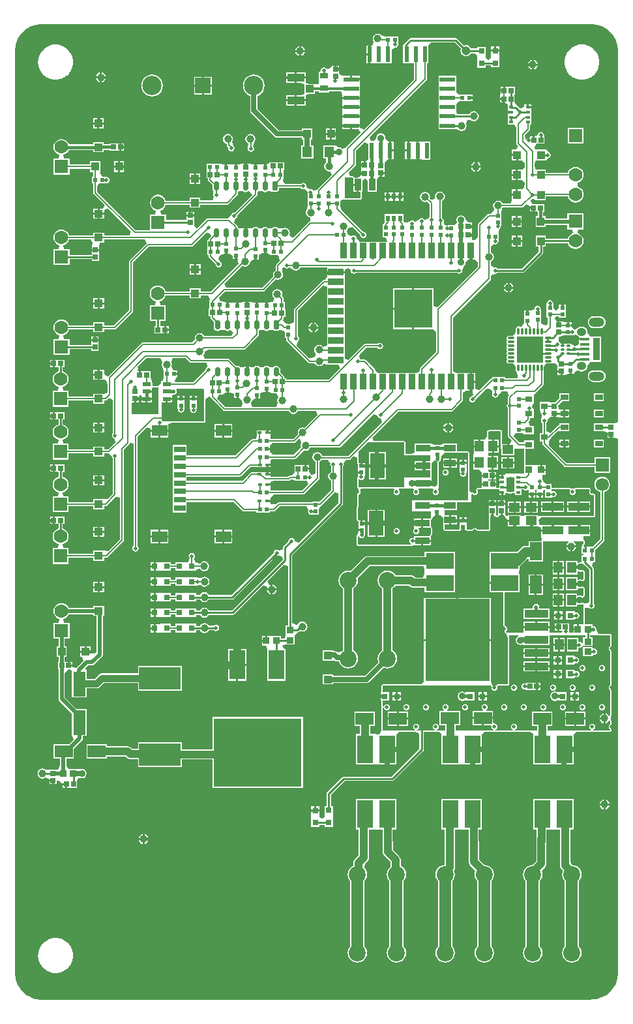
<source format=gtl>
G04*
G04 #@! TF.GenerationSoftware,Altium Limited,Altium Designer,19.1.5 (86)*
G04*
G04 Layer_Physical_Order=1*
G04 Layer_Color=255*
%FSLAX25Y25*%
%MOIN*%
G70*
G01*
G75*
%ADD10C,0.01000*%
%ADD13C,0.00600*%
%ADD14C,0.00800*%
%ADD15C,0.01500*%
%ADD23R,0.03543X0.07874*%
%ADD24R,0.07874X0.03543*%
%ADD25R,0.19685X0.19685*%
%ADD26R,0.01968X0.01181*%
%ADD27R,0.02165X0.02165*%
%ADD28R,0.05118X0.05512*%
%ADD29R,0.08661X0.04134*%
%ADD30R,0.04134X0.03937*%
%ADD31R,0.03543X0.11811*%
%ADD32R,0.04724X0.01575*%
%ADD33R,0.07874X0.02362*%
%ADD34R,0.02362X0.07874*%
%ADD35R,0.05906X0.03150*%
%ADD36R,0.07874X0.05709*%
%ADD37R,0.03937X0.02756*%
%ADD38R,0.32992X0.41968*%
%ADD39R,0.12008X0.04000*%
%ADD40R,0.02520X0.02520*%
%ADD41R,0.09252X0.06102*%
%ADD42R,0.08189X0.14410*%
%ADD43R,0.02165X0.02165*%
%ADD44R,0.03937X0.04331*%
%ADD45R,0.02520X0.02520*%
%ADD46R,0.08189X0.15000*%
%ADD47R,0.45000X0.35000*%
%ADD48R,0.04331X0.03937*%
%ADD49R,0.21260X0.11417*%
%ADD50R,0.03150X0.03150*%
%ADD51R,0.03740X0.03347*%
%ADD52R,0.03347X0.03740*%
%ADD53R,0.06102X0.09252*%
%ADD54R,0.04528X0.05709*%
%ADD55R,0.03150X0.03150*%
%ADD56R,0.10630X0.04331*%
%ADD57R,0.05709X0.04528*%
%ADD58R,0.14410X0.08189*%
%ADD59R,0.06299X0.12598*%
%ADD60R,0.03543X0.03150*%
%ADD61R,0.02362X0.01968*%
%ADD62R,0.13189X0.13189*%
%ADD63O,0.01181X0.03740*%
%ADD64O,0.03740X0.01181*%
%ADD65R,0.04331X0.02362*%
G04:AMPARAMS|DCode=66|XSize=11.81mil|YSize=19.29mil|CornerRadius=1.95mil|HoleSize=0mil|Usage=FLASHONLY|Rotation=90.000|XOffset=0mil|YOffset=0mil|HoleType=Round|Shape=RoundedRectangle|*
%AMROUNDEDRECTD66*
21,1,0.01181,0.01539,0,0,90.0*
21,1,0.00791,0.01929,0,0,90.0*
1,1,0.00390,0.00770,0.00396*
1,1,0.00390,0.00770,-0.00396*
1,1,0.00390,-0.00770,-0.00396*
1,1,0.00390,-0.00770,0.00396*
%
%ADD66ROUNDEDRECTD66*%
G04:AMPARAMS|DCode=67|XSize=11.81mil|YSize=20.47mil|CornerRadius=1.95mil|HoleSize=0mil|Usage=FLASHONLY|Rotation=90.000|XOffset=0mil|YOffset=0mil|HoleType=Round|Shape=RoundedRectangle|*
%AMROUNDEDRECTD67*
21,1,0.01181,0.01658,0,0,90.0*
21,1,0.00791,0.02047,0,0,90.0*
1,1,0.00390,0.00829,0.00396*
1,1,0.00390,0.00829,-0.00396*
1,1,0.00390,-0.00829,-0.00396*
1,1,0.00390,-0.00829,0.00396*
%
%ADD67ROUNDEDRECTD67*%
%ADD68R,0.02165X0.03150*%
%ADD69R,0.03543X0.05906*%
%ADD70R,0.03937X0.03150*%
%ADD71R,0.05906X0.03543*%
%ADD72R,0.07480X0.12598*%
%ADD73R,0.07480X0.03543*%
%ADD74R,0.02362X0.01378*%
%ADD75R,0.04331X0.07480*%
%ADD76R,0.01968X0.01575*%
G04:AMPARAMS|DCode=77|XSize=49.21mil|YSize=29.53mil|CornerRadius=0mil|HoleSize=0mil|Usage=FLASHONLY|Rotation=270.000|XOffset=0mil|YOffset=0mil|HoleType=Round|Shape=Octagon|*
%AMOCTAGOND77*
4,1,8,-0.00738,-0.02461,0.00738,-0.02461,0.01476,-0.01722,0.01476,0.01722,0.00738,0.02461,-0.00738,0.02461,-0.01476,0.01722,-0.01476,-0.01722,-0.00738,-0.02461,0.0*
%
%ADD77OCTAGOND77*%

%ADD78O,0.02953X0.04921*%
%ADD79R,0.01968X0.02362*%
%ADD80R,0.03543X0.03740*%
%ADD81R,0.07835X0.07835*%
%ADD154C,0.03900*%
%ADD155C,0.04500*%
%ADD156C,0.02000*%
%ADD157C,0.02500*%
%ADD158C,0.04000*%
%ADD159C,0.05000*%
%ADD160C,0.03000*%
%ADD161C,0.03500*%
%ADD162C,0.06000*%
%ADD163C,0.01320*%
%ADD164C,0.01855*%
%ADD165C,0.00799*%
%ADD166C,0.01200*%
%ADD167C,0.01575*%
%ADD168O,0.04724X0.04134*%
%ADD169O,0.07874X0.04724*%
%ADD170C,0.08661*%
%ADD171C,0.02000*%
%ADD172C,0.06969*%
%ADD173R,0.06969X0.06969*%
%ADD174C,0.06693*%
%ADD175R,0.06693X0.06693*%
%ADD176C,0.01968*%
%ADD177C,0.09843*%
%ADD178C,0.03500*%
G36*
X299032Y500274D02*
X300768Y499809D01*
X302428Y499122D01*
X303985Y498223D01*
X305410Y497129D01*
X306681Y495858D01*
X307775Y494433D01*
X308674Y492876D01*
X309361Y491216D01*
X309826Y489480D01*
X310061Y487699D01*
Y486800D01*
Y297164D01*
X308345Y296479D01*
X308061Y296479D01*
X304625D01*
Y296479D01*
X302912Y296618D01*
Y296618D01*
X302683Y296618D01*
X297775D01*
Y292662D01*
X302912D01*
X302912Y292662D01*
X304635Y291993D01*
Y291497D01*
X306485D01*
Y290997D01*
X306985D01*
Y289146D01*
X308061D01*
X308335Y289146D01*
X310061Y288484D01*
Y15800D01*
Y14901D01*
X309826Y13120D01*
X309361Y11384D01*
X308674Y9724D01*
X307775Y8167D01*
X306681Y6742D01*
X305410Y5471D01*
X303985Y4377D01*
X302428Y3478D01*
X300768Y2791D01*
X299032Y2326D01*
X297251Y2091D01*
X296352D01*
X296091Y2039D01*
X14602D01*
X12820Y2274D01*
X11084Y2739D01*
X9424Y3427D01*
X7867Y4325D01*
X6442Y5419D01*
X5171Y6690D01*
X4077Y8115D01*
X3179Y9672D01*
X2491Y11332D01*
X2026Y13068D01*
X1791Y14850D01*
Y15748D01*
X1839Y486800D01*
X1839Y486800D01*
X1839Y486800D01*
Y487699D01*
X2074Y489480D01*
X2539Y491216D01*
X3227Y492876D01*
X4125Y494433D01*
X5219Y495858D01*
X6490Y497129D01*
X7915Y498223D01*
X9472Y499122D01*
X11132Y499809D01*
X12868Y500274D01*
X14649Y500509D01*
X297251D01*
X299032Y500274D01*
D02*
G37*
%LPC*%
G36*
X227049Y493422D02*
X227049Y493422D01*
X204100D01*
X204100Y493422D01*
X203671Y493336D01*
X203307Y493093D01*
X203307Y493093D01*
X201399Y491185D01*
X201114Y490900D01*
X200185Y489687D01*
X200185Y489687D01*
Y480613D01*
X202909D01*
X203747Y480613D01*
X205671Y480429D01*
Y472313D01*
X180025Y446667D01*
X179832Y446765D01*
X179832Y446765D01*
X178147Y447618D01*
X178147Y448233D01*
X174120D01*
Y446961D01*
X176275D01*
X177491Y446961D01*
X178441Y445083D01*
X171079Y437721D01*
X171013Y437622D01*
X169977Y437229D01*
X169104Y437069D01*
X168814Y437081D01*
X168317Y437414D01*
X167400Y437596D01*
X165683Y438627D01*
Y438627D01*
X159365D01*
Y431915D01*
X160586D01*
X160776Y429915D01*
X160662Y429839D01*
X160098Y428995D01*
X159900Y428000D01*
X160098Y427005D01*
X160662Y426161D01*
X161505Y425598D01*
X162500Y425400D01*
X162787Y425457D01*
X163772Y423614D01*
X156431Y416273D01*
X156213Y415947D01*
X155694Y415768D01*
X154729Y415633D01*
X154179Y415665D01*
X154053Y415854D01*
X153524Y416207D01*
X152900Y416331D01*
X152301Y416212D01*
X152299Y416212D01*
X152301Y416212D01*
X152299Y416212D01*
X151601Y416609D01*
X150693Y417535D01*
X150723Y417760D01*
X150731Y417800D01*
X150686Y418026D01*
X150607Y418424D01*
X150358Y418798D01*
X150253Y418954D01*
X150253Y418954D01*
X149880Y419203D01*
X149724Y419307D01*
X149724Y419307D01*
X149541Y419344D01*
X149100Y419431D01*
X148476Y419307D01*
X148476Y419307D01*
X147947Y418954D01*
X147946Y418954D01*
X147857Y418820D01*
X139808D01*
X138613Y420653D01*
X139054Y422035D01*
X139054D01*
Y425400D01*
X139054D01*
X139271Y426258D01*
X139271Y426258D01*
X139271Y427310D01*
Y429977D01*
X132911D01*
X131929Y429977D01*
X130391Y428862D01*
X130200Y428862D01*
Y427189D01*
X129200D01*
Y428862D01*
X128383D01*
X128027Y428862D01*
X126034Y428845D01*
X125217D01*
Y427172D01*
X124217D01*
Y428845D01*
X123378Y428845D01*
X121550Y429261D01*
X121217Y429261D01*
X120200D01*
Y427411D01*
X119200D01*
Y429261D01*
X118301D01*
X117850Y429261D01*
X116022Y428845D01*
X115300D01*
Y427172D01*
X114300D01*
Y428845D01*
X113273D01*
X113127Y428845D01*
X111273D01*
X111127Y428845D01*
X110100D01*
Y427172D01*
X109100D01*
Y428845D01*
X108560D01*
X106783Y429383D01*
X106149Y429383D01*
X103417D01*
Y429383D01*
X103239D01*
Y429383D01*
X99874D01*
Y426017D01*
X99874Y426017D01*
X99657Y425507D01*
X99657D01*
X99657Y424107D01*
Y421788D01*
X100498D01*
Y421022D01*
X100575Y420632D01*
X100796Y420301D01*
X102607Y418491D01*
Y416831D01*
X102768Y416021D01*
X103227Y415334D01*
X103217Y413940D01*
X103093Y413315D01*
X103217Y412691D01*
X103217Y412691D01*
X103400Y412417D01*
X103109Y411347D01*
X102582Y410417D01*
X96565D01*
Y411966D01*
X91035D01*
Y410320D01*
X78885D01*
X78879Y410366D01*
X78468Y411360D01*
X77813Y412213D01*
X76960Y412868D01*
X75966Y413279D01*
X74900Y413419D01*
X73834Y413279D01*
X72840Y412868D01*
X71987Y412213D01*
X71332Y411360D01*
X70921Y410366D01*
X70780Y409300D01*
X70921Y408234D01*
X71332Y407240D01*
X71987Y406387D01*
X72840Y405732D01*
X73834Y405321D01*
X73493Y403384D01*
X70816D01*
Y397120D01*
X70816Y395216D01*
X68856Y395120D01*
X63522D01*
X43848Y414794D01*
Y417466D01*
X44689Y419117D01*
X46511Y419117D01*
X48054D01*
X48054Y419117D01*
X48528Y419169D01*
X48528Y419169D01*
X49104Y419283D01*
X49152Y419293D01*
X49153Y419293D01*
X49526Y419542D01*
X49526Y419543D01*
X49682Y419647D01*
X49793Y419813D01*
X49931Y420020D01*
X50036Y420176D01*
X50036Y420176D01*
Y420176D01*
X50072Y420359D01*
X50160Y420800D01*
X50160Y420800D01*
X50128Y420960D01*
X50036Y421424D01*
X50036Y421424D01*
X50036Y421424D01*
X49931Y421580D01*
X49682Y421953D01*
X49153Y422307D01*
X48969Y422344D01*
X48969Y422344D01*
X48528Y422431D01*
X48528Y422431D01*
X48054Y422483D01*
X48054Y422483D01*
X46361Y422483D01*
X45102Y424483D01*
X45366Y425035D01*
X45366D01*
Y430565D01*
X40229D01*
Y428776D01*
X29584D01*
Y431841D01*
X26907D01*
X26566Y433778D01*
X27560Y434189D01*
X28413Y434844D01*
X29068Y435697D01*
X29338Y436351D01*
X41635D01*
Y435129D01*
X47165D01*
Y436372D01*
X50229D01*
Y435940D01*
X53949D01*
Y435950D01*
X55211D01*
Y437800D01*
Y439650D01*
X53949D01*
Y439660D01*
X50229D01*
Y439125D01*
X47165D01*
Y440266D01*
X41635D01*
Y439104D01*
X29363D01*
X29068Y439817D01*
X28413Y440670D01*
X27560Y441324D01*
X26566Y441736D01*
X25500Y441876D01*
X24434Y441736D01*
X23440Y441324D01*
X22587Y440670D01*
X21932Y439817D01*
X21521Y438823D01*
X21381Y437757D01*
X21521Y436691D01*
X21932Y435697D01*
X22587Y434844D01*
X23440Y434189D01*
X24434Y433778D01*
X24093Y431841D01*
X21416D01*
Y423672D01*
X29584D01*
Y426737D01*
X40229D01*
Y425035D01*
X41809D01*
Y422483D01*
X41146D01*
Y419117D01*
X41809D01*
Y414372D01*
X41886Y413981D01*
X42107Y413651D01*
X47667Y408091D01*
X46668Y406261D01*
X45499Y406261D01*
X45000D01*
Y404202D01*
X47256D01*
Y404362D01*
X47256Y405674D01*
X49086Y406672D01*
X61241Y394517D01*
X60412Y392517D01*
X47265D01*
Y394066D01*
X41735D01*
Y392520D01*
X29485D01*
X29479Y392566D01*
X29068Y393560D01*
X28413Y394413D01*
X27560Y395068D01*
X26566Y395479D01*
X25500Y395620D01*
X24434Y395479D01*
X23440Y395068D01*
X22587Y394413D01*
X21932Y393560D01*
X21521Y392566D01*
X21381Y391500D01*
X21521Y390434D01*
X21932Y389440D01*
X22587Y388587D01*
X23440Y387932D01*
X24434Y387521D01*
X24093Y385584D01*
X21416D01*
Y377416D01*
X29584D01*
Y380479D01*
X41040D01*
Y379740D01*
X44760D01*
Y383460D01*
X44750D01*
Y384722D01*
X41050D01*
Y383460D01*
X41040D01*
Y382721D01*
X29584D01*
Y385584D01*
X26907D01*
X26566Y387521D01*
X27560Y387932D01*
X28413Y388587D01*
X29068Y389440D01*
X29479Y390434D01*
X29485Y390480D01*
X40318D01*
X40884Y389860D01*
X41322Y389072D01*
X41050Y387072D01*
X41050D01*
Y385722D01*
X44750D01*
Y386929D01*
X44750Y387072D01*
X45096Y388929D01*
X47265D01*
Y390478D01*
X68219D01*
X68793Y389391D01*
X68936Y388478D01*
X60379Y379921D01*
X60158Y379590D01*
X60080Y379200D01*
Y354422D01*
X52278Y346620D01*
X47265D01*
Y348266D01*
X41735D01*
Y346620D01*
X29485D01*
X29479Y346666D01*
X29068Y347660D01*
X28413Y348513D01*
X27560Y349168D01*
X26566Y349579D01*
X25500Y349720D01*
X24434Y349579D01*
X23440Y349168D01*
X22587Y348513D01*
X21932Y347660D01*
X21521Y346666D01*
X21381Y345600D01*
X21521Y344534D01*
X21932Y343540D01*
X22587Y342687D01*
X23440Y342032D01*
X24434Y341621D01*
X24093Y339684D01*
X21416D01*
Y331516D01*
X29584D01*
Y334478D01*
X40840D01*
Y333740D01*
X44560D01*
Y337460D01*
X44550D01*
Y338722D01*
X40850D01*
Y337460D01*
X40840D01*
Y336721D01*
X29584D01*
Y339684D01*
X26907D01*
X26566Y341621D01*
X27560Y342032D01*
X28413Y342687D01*
X29068Y343540D01*
X29479Y344534D01*
X29485Y344580D01*
X41735D01*
Y343129D01*
X47265D01*
Y344580D01*
X52700D01*
X53090Y344658D01*
X53421Y344879D01*
X61821Y353279D01*
X62042Y353610D01*
X62120Y354000D01*
Y378778D01*
X70301Y386959D01*
X92079D01*
X92469Y387037D01*
X92800Y387258D01*
X99626Y394084D01*
X101752Y393382D01*
X101940Y392125D01*
X101058Y391244D01*
X100837Y390913D01*
X100759Y390523D01*
Y390092D01*
X99919D01*
Y387694D01*
X99919Y386372D01*
X99919D01*
X100170Y385798D01*
X100170Y385798D01*
Y382433D01*
X100833D01*
Y381940D01*
X100911Y381550D01*
X101132Y381219D01*
X104285Y378066D01*
X104254Y377908D01*
X104378Y377284D01*
X104732Y376754D01*
X105261Y376401D01*
X105885Y376276D01*
X106509Y376401D01*
X107039Y376754D01*
X107392Y377284D01*
X107516Y377908D01*
X107516Y377908D01*
X107392Y378532D01*
X107039Y379061D01*
X106509Y379415D01*
X106509Y379415D01*
X106416Y379434D01*
X105731Y380433D01*
X106436Y382140D01*
X106730Y382433D01*
X107079D01*
X108773Y383171D01*
X109224Y383171D01*
Y384844D01*
X110224D01*
Y383171D01*
X111051D01*
X111398Y383171D01*
X113050Y382335D01*
X113051Y382109D01*
Y380571D01*
X114224D01*
Y382244D01*
X115224D01*
Y380481D01*
X115578Y380231D01*
X115940Y378082D01*
X101875Y364017D01*
X96665D01*
Y365566D01*
X91135D01*
Y363920D01*
X78785D01*
X78779Y363966D01*
X78368Y364960D01*
X77713Y365813D01*
X76860Y366468D01*
X75866Y366879D01*
X74800Y367020D01*
X73734Y366879D01*
X72740Y366468D01*
X71887Y365813D01*
X71232Y364960D01*
X70821Y363966D01*
X70680Y362900D01*
X70821Y361834D01*
X71232Y360840D01*
X71887Y359987D01*
X72740Y359332D01*
X73734Y358921D01*
X73393Y356984D01*
X70716D01*
Y348816D01*
X73767D01*
Y346160D01*
X73029D01*
Y342440D01*
X76749D01*
Y342450D01*
X78011D01*
Y344300D01*
Y346150D01*
X76749D01*
Y346160D01*
X76011D01*
Y348816D01*
X78884D01*
Y356984D01*
X76207D01*
X75866Y358921D01*
X76860Y359332D01*
X77713Y359987D01*
X78368Y360840D01*
X78779Y361834D01*
X78785Y361880D01*
X91135D01*
Y360429D01*
X96665D01*
Y361978D01*
X100376D01*
X101517Y360047D01*
X101046Y358883D01*
X101046D01*
Y355517D01*
X101046D01*
X100857Y354966D01*
X100857Y354966D01*
X100857Y353595D01*
Y351246D01*
X101698D01*
Y350646D01*
X101775Y350256D01*
X101996Y349925D01*
X103419Y348503D01*
X103284Y347824D01*
Y345856D01*
X103445Y345046D01*
X103904Y344359D01*
X104591Y343900D01*
X105401Y343739D01*
X106211Y343900D01*
X106748Y344259D01*
X106964Y344359D01*
X108838D01*
X109053Y344259D01*
X109591Y343900D01*
X110401Y343739D01*
X111211Y343900D01*
X111721Y344241D01*
X111974Y344359D01*
X113448Y342826D01*
X112314Y341120D01*
X98586D01*
X98039Y341938D01*
X97195Y342502D01*
X96200Y342700D01*
X95205Y342502D01*
X94362Y341938D01*
X93798Y341095D01*
X93600Y340100D01*
X93700Y339596D01*
X92315Y338020D01*
X67200D01*
X66810Y337942D01*
X66479Y337721D01*
X49379Y320621D01*
X49256Y320437D01*
X49111Y320419D01*
X47256Y321638D01*
Y323861D01*
X45000D01*
Y321302D01*
Y318743D01*
X45256D01*
X47256Y318743D01*
X48456Y318464D01*
X49080Y316723D01*
Y312113D01*
X47265Y311666D01*
Y311666D01*
X41735D01*
Y310117D01*
X29190D01*
Y313229D01*
X26514D01*
X26173Y315166D01*
X27166Y315577D01*
X28019Y316232D01*
X28674Y317085D01*
X29085Y318079D01*
X29226Y319145D01*
X29085Y320211D01*
X28674Y321205D01*
X28019Y322058D01*
X27166Y322712D01*
X26230Y323100D01*
Y325240D01*
X26971D01*
Y328960D01*
X23251D01*
Y328950D01*
X21989D01*
Y327100D01*
Y325250D01*
X23251D01*
Y325240D01*
X23987D01*
Y323102D01*
X23046Y322712D01*
X22193Y322058D01*
X21539Y321205D01*
X21127Y320211D01*
X20987Y319145D01*
X21127Y318079D01*
X21539Y317085D01*
X22193Y316232D01*
X23046Y315577D01*
X24040Y315166D01*
X23699Y313229D01*
X21022D01*
Y305061D01*
X29190D01*
Y308078D01*
X41735D01*
Y306529D01*
X47265D01*
Y308078D01*
X48098D01*
X48488Y308156D01*
X48819Y308377D01*
X49880Y309438D01*
X51880Y308610D01*
Y291643D01*
X51746Y291554D01*
X51746Y291553D01*
X51393Y291024D01*
X51269Y290400D01*
X51393Y289776D01*
X51393Y289776D01*
X51746Y289247D01*
X52276Y288893D01*
X53004Y287103D01*
X53019Y286861D01*
X49375Y283217D01*
X47265D01*
Y284666D01*
X41735D01*
Y283117D01*
X29190D01*
Y286182D01*
X26514D01*
X26173Y288119D01*
X27166Y288530D01*
X28019Y289185D01*
X28674Y290038D01*
X29085Y291031D01*
X29226Y292098D01*
X29085Y293164D01*
X28674Y294157D01*
X28019Y295010D01*
X27166Y295665D01*
X26230Y296053D01*
Y298540D01*
X26971D01*
Y302260D01*
X23251D01*
Y302250D01*
X21989D01*
Y300400D01*
Y298550D01*
X23251D01*
Y298540D01*
X23987D01*
Y296055D01*
X23046Y295665D01*
X22193Y295010D01*
X21539Y294157D01*
X21127Y293164D01*
X20987Y292098D01*
X21127Y291031D01*
X21539Y290038D01*
X22193Y289185D01*
X23046Y288530D01*
X24040Y288119D01*
X23699Y286182D01*
X21022D01*
Y278013D01*
X29190D01*
Y281078D01*
X41735D01*
Y279529D01*
X47265D01*
Y281178D01*
X49659D01*
X49697Y281161D01*
X50220Y280783D01*
X51007Y280045D01*
X51309Y279599D01*
X51393Y279176D01*
X51746Y278646D01*
Y278646D01*
X51880Y278557D01*
Y260522D01*
X49253Y257895D01*
X47265Y257866D01*
Y257866D01*
X41735D01*
Y256215D01*
X29191D01*
X29190Y256380D01*
Y259376D01*
X26514D01*
X26173Y261313D01*
X27166Y261724D01*
X28019Y262379D01*
X28674Y263232D01*
X29085Y264226D01*
X29226Y265292D01*
X29085Y266358D01*
X28674Y267352D01*
X28019Y268205D01*
X27166Y268860D01*
X26230Y269247D01*
Y271740D01*
X26971D01*
Y275460D01*
X23251D01*
Y275450D01*
X21989D01*
Y273600D01*
Y271750D01*
X23251D01*
Y271740D01*
X23987D01*
Y269249D01*
X23046Y268860D01*
X22193Y268205D01*
X21539Y267352D01*
X21127Y266358D01*
X20987Y265292D01*
X21127Y264226D01*
X21539Y263232D01*
X22193Y262379D01*
X23046Y261724D01*
X24040Y261313D01*
X23699Y259376D01*
X21022D01*
Y251208D01*
X29190D01*
Y254380D01*
X41735D01*
X41735Y254215D01*
Y252729D01*
X47265D01*
Y254278D01*
X48098D01*
X48488Y254356D01*
X48819Y254577D01*
X53380Y259138D01*
X54363Y258971D01*
X55380Y258412D01*
Y237222D01*
X49265Y231107D01*
X47265Y231466D01*
Y231466D01*
X41735D01*
Y229820D01*
X29190D01*
Y232884D01*
X26514D01*
X26173Y234821D01*
X27166Y235232D01*
X28019Y235887D01*
X28674Y236740D01*
X29085Y237734D01*
X29226Y238800D01*
X29085Y239866D01*
X28674Y240860D01*
X28019Y241713D01*
X27166Y242368D01*
X26230Y242755D01*
Y245140D01*
X26971D01*
Y248860D01*
X23251D01*
Y248850D01*
X21989D01*
Y247000D01*
Y245150D01*
X23251D01*
Y245140D01*
X23987D01*
Y242757D01*
X23046Y242368D01*
X22193Y241713D01*
X21539Y240860D01*
X21127Y239866D01*
X20987Y238800D01*
X21127Y237734D01*
X21539Y236740D01*
X22193Y235887D01*
X23046Y235232D01*
X24040Y234821D01*
X23699Y232884D01*
X21022D01*
Y224716D01*
X29190D01*
Y227780D01*
X41735D01*
Y226329D01*
X47265D01*
Y227878D01*
X48498D01*
X48888Y227956D01*
X49219Y228177D01*
X57121Y236079D01*
X57342Y236410D01*
X57420Y236800D01*
Y283278D01*
X60121Y285979D01*
X60342Y286310D01*
X60380Y286503D01*
X62380Y286306D01*
Y233943D01*
X62247Y233854D01*
X61893Y233324D01*
X61769Y232700D01*
X61893Y232076D01*
X62247Y231546D01*
X62776Y231193D01*
X63400Y231069D01*
X64024Y231193D01*
X64553Y231546D01*
X64907Y232076D01*
X65031Y232700D01*
X64907Y233324D01*
X64553Y233854D01*
X64420Y233943D01*
Y289878D01*
X69165Y294623D01*
X71165Y293794D01*
Y293266D01*
X75692D01*
X80220D01*
Y294851D01*
X80220Y296211D01*
X81955Y296851D01*
X98500D01*
X98959Y297041D01*
X99149Y297500D01*
X99149Y308884D01*
X99435Y309301D01*
X101149Y310176D01*
X101700Y309870D01*
X101921Y309539D01*
X108182Y303279D01*
X108512Y303058D01*
X108903Y302980D01*
X141714D01*
X142262Y302162D01*
X143105Y301598D01*
X144100Y301400D01*
X145095Y301598D01*
X145938Y302162D01*
X146486Y302980D01*
X155674D01*
X156439Y300980D01*
X149866Y294408D01*
X148900Y294600D01*
X147905Y294402D01*
X147062Y293839D01*
X146498Y292995D01*
X146300Y292000D01*
X146492Y291034D01*
X144078Y288620D01*
X132372D01*
X132370Y290619D01*
X132370Y291193D01*
Y291300D01*
X130795D01*
Y291800D01*
X130295D01*
Y292982D01*
X128443Y292991D01*
X127224Y292990D01*
X125274D01*
Y290610D01*
X125274Y290610D01*
X125167Y288654D01*
X123321D01*
X122930Y288576D01*
X122600Y288355D01*
X114329Y280084D01*
X89481D01*
Y285570D01*
X82376D01*
Y281221D01*
Y276890D01*
Y272559D01*
Y268229D01*
Y263898D01*
Y259567D01*
Y255237D01*
Y250906D01*
X89481D01*
Y256392D01*
X113337D01*
X117949Y251779D01*
X118280Y251558D01*
X118670Y251480D01*
X125246D01*
Y250817D01*
X128611Y250817D01*
X130611Y250817D01*
X132154D01*
Y251522D01*
X134054D01*
X134444Y251600D01*
X134774Y251821D01*
X137076Y254122D01*
X150860D01*
X151202Y253674D01*
X151746Y252122D01*
X151690Y252039D01*
X151690Y252039D01*
X151566Y251414D01*
X151566Y251414D01*
X151690Y250790D01*
X151971Y250370D01*
X152043Y250261D01*
X152043Y250261D01*
X152573Y249907D01*
X152573Y249907D01*
X153197Y249783D01*
X153732Y249793D01*
Y249793D01*
X157097D01*
X157097Y252553D01*
X157406Y253304D01*
X157900Y253965D01*
X158507Y254574D01*
X158535Y254593D01*
X165178Y261237D01*
X165465Y261228D01*
X167178Y260868D01*
Y256065D01*
X146611Y235497D01*
X145198Y236101D01*
X144707Y236422D01*
X144607Y236924D01*
X144254Y237454D01*
X143724Y237807D01*
X143100Y237931D01*
X142476Y237807D01*
X141946Y237454D01*
X141593Y236924D01*
X141469Y236300D01*
X141476Y236262D01*
X139107Y233893D01*
X138864Y233529D01*
X138778Y233100D01*
X138778Y233100D01*
Y232094D01*
X136778Y231516D01*
X136753Y231554D01*
X136224Y231907D01*
X135600Y232031D01*
X134976Y231907D01*
X134447Y231554D01*
X134093Y231024D01*
X133969Y230400D01*
X133976Y230362D01*
X112442Y208828D01*
X100902D01*
X100424Y209545D01*
X99580Y210108D01*
X98585Y210306D01*
X97590Y210108D01*
X96747Y209545D01*
X96268Y208828D01*
X94360D01*
Y209881D01*
X90061D01*
X90010Y209881D01*
X88061D01*
X88010Y209881D01*
X83711D01*
Y208713D01*
X81560D01*
Y209869D01*
X77247D01*
X77210Y209869D01*
X75214Y209859D01*
X73586D01*
Y207694D01*
Y205528D01*
X75214D01*
X77210Y205519D01*
X77247Y205519D01*
X81560D01*
Y206674D01*
X83711D01*
Y205532D01*
X88010D01*
X88061Y205532D01*
X90010D01*
X90061Y205532D01*
X94360D01*
Y206585D01*
X96268D01*
X96747Y205868D01*
X97590Y205304D01*
X98585Y205106D01*
X99580Y205304D01*
X100424Y205868D01*
X100902Y206585D01*
X112906D01*
X112906Y206585D01*
X113336Y206670D01*
X113699Y206913D01*
X135562Y228776D01*
X135600Y228769D01*
X136224Y228893D01*
X136581Y229132D01*
X137709Y228729D01*
X138470Y228317D01*
X138646Y226832D01*
X112742Y200928D01*
X100902D01*
X100424Y201645D01*
X99580Y202208D01*
X98585Y202406D01*
X97590Y202208D01*
X96747Y201645D01*
X96268Y200928D01*
X94310D01*
Y201981D01*
X90010D01*
X89960Y201981D01*
X88010D01*
X87960Y201981D01*
X83661D01*
Y200820D01*
X81560D01*
Y201975D01*
X77247D01*
X77210Y201975D01*
X75214Y201965D01*
X73586D01*
Y199800D01*
Y197635D01*
X75214D01*
X77210Y197625D01*
X77247Y197625D01*
X81560D01*
Y198780D01*
X83661D01*
Y197632D01*
X87960D01*
X88010Y197632D01*
X89960D01*
X90010Y197632D01*
X94310D01*
Y198685D01*
X96268D01*
X96747Y197968D01*
X97590Y197404D01*
X98585Y197206D01*
X99580Y197404D01*
X100424Y197968D01*
X100902Y198685D01*
X113206D01*
X113206Y198685D01*
X113636Y198770D01*
X113999Y199013D01*
X128801Y213815D01*
X130607Y212792D01*
X130592Y212599D01*
X130516Y212217D01*
X130494Y212108D01*
X132485D01*
Y214099D01*
X132376Y214077D01*
X131994Y214001D01*
X131800Y213986D01*
X130778Y215792D01*
X139308Y224322D01*
X141308Y223493D01*
Y193097D01*
X139959D01*
Y189979D01*
X139959Y188550D01*
X139873Y186586D01*
X137602D01*
Y187935D01*
X134471D01*
X133056Y187935D01*
X131061Y187925D01*
X130711D01*
Y185465D01*
X130211D01*
Y184965D01*
X127947D01*
Y183004D01*
X130005D01*
X130635Y181265D01*
X130635Y181004D01*
Y165065D01*
X140024D01*
Y181265D01*
X139432D01*
X138451Y183029D01*
X139959Y183432D01*
Y183432D01*
X144899D01*
Y186550D01*
X144899Y187979D01*
X145328Y188984D01*
X146015Y189678D01*
X146444Y189764D01*
X146808Y190007D01*
X147342Y190541D01*
X147705Y190298D01*
X148700Y190100D01*
X149695Y190298D01*
X150538Y190862D01*
X151102Y191705D01*
X151300Y192700D01*
X151102Y193695D01*
X150538Y194538D01*
X149695Y195102D01*
X148700Y195300D01*
X147705Y195102D01*
X146862Y194538D01*
X146516Y194022D01*
X145551Y193469D01*
X144068Y194140D01*
X143551Y194789D01*
Y229265D01*
X169093Y254807D01*
X169336Y255171D01*
X169422Y255600D01*
X169422Y255600D01*
Y274525D01*
X169454Y274547D01*
Y274547D01*
X169807Y275076D01*
X169931Y275700D01*
X169876Y275980D01*
X170571Y277308D01*
X171093Y277980D01*
X172700D01*
X173090Y278058D01*
X173421Y278279D01*
X174903Y279761D01*
X176751Y278995D01*
Y276386D01*
X176941Y275927D01*
X177117Y275854D01*
X177117Y273227D01*
X177117D01*
X177126Y273000D01*
X177126D01*
Y271925D01*
X178898D01*
Y270925D01*
X177126D01*
Y270353D01*
X177126Y269850D01*
X176798Y267991D01*
X176798Y267991D01*
X176799Y267865D01*
X176751Y267748D01*
X176751Y267748D01*
X176751Y267058D01*
X176751Y263900D01*
X176751Y263900D01*
X176941Y263441D01*
X177472Y262722D01*
X177496Y262546D01*
X177517Y262495D01*
X177397Y261876D01*
X177220Y261333D01*
X176830Y260472D01*
X176802Y260408D01*
X176745Y260370D01*
X176708Y260187D01*
X176635Y260015D01*
X176520Y247410D01*
X176528Y247391D01*
X176521Y247371D01*
X176521Y247371D01*
X176620Y247163D01*
X176706Y246949D01*
X176726Y246941D01*
X176735Y246922D01*
X177231Y246475D01*
X177231Y246474D01*
X177287Y246454D01*
X177287Y243798D01*
X177287D01*
X177297Y243571D01*
X177297D01*
Y242496D01*
X179069D01*
Y241496D01*
X177297D01*
Y241373D01*
X177190Y240227D01*
X176510Y238982D01*
X176510D01*
X176499Y238833D01*
X176441Y238696D01*
X176431Y237655D01*
X176406Y234861D01*
X176406Y234861D01*
X176407Y234860D01*
X176406Y234858D01*
X176406Y234858D01*
X176500Y234628D01*
X176500Y234628D01*
X176592Y234400D01*
X176594Y234399D01*
X176594Y234398D01*
X176594Y234398D01*
X176946Y234043D01*
X176947Y234043D01*
X176948Y234041D01*
X177176Y233946D01*
X177404Y233851D01*
X177404Y233851D01*
X177406Y233851D01*
X177407Y233851D01*
X177407Y233851D01*
X177984Y233851D01*
X177984Y233851D01*
X178014Y233851D01*
X203264D01*
X204281Y233851D01*
X205650Y234083D01*
X206723Y234083D01*
X209481D01*
Y236445D01*
X209981D01*
Y236945D01*
X214312D01*
Y237249D01*
X214515Y239097D01*
X214515Y239097D01*
X214959Y239541D01*
X215149Y240000D01*
X215149Y240000D01*
X215149Y240848D01*
Y241991D01*
X215149Y242716D01*
X215149Y242716D01*
X215097Y242843D01*
X215093Y242980D01*
X215093Y242980D01*
X214905Y243402D01*
X214817Y243485D01*
X214771Y243597D01*
X214644Y243650D01*
X214544Y243744D01*
X214544Y243744D01*
X214346Y245500D01*
X214544Y247256D01*
X214544Y247256D01*
X214644Y247350D01*
X214771Y247403D01*
X214817Y247515D01*
X214905Y247598D01*
X215093Y248020D01*
X215417Y248465D01*
X216534Y249539D01*
X216800Y249539D01*
Y251114D01*
X217800D01*
Y249539D01*
X218618D01*
X219085Y249529D01*
X220600Y248401D01*
Y244753D01*
X220600D01*
X220747Y244605D01*
X220747Y242600D01*
X220747Y242600D01*
X220748Y242599D01*
X220747Y242598D01*
X220747Y242598D01*
X220843Y242370D01*
X220843Y242370D01*
X220938Y242141D01*
X220938Y242140D01*
X220939Y242139D01*
X220939Y242139D01*
X221293Y241787D01*
X221293Y241787D01*
X221293Y241787D01*
X221294Y241786D01*
X221522Y241692D01*
X221522Y241692D01*
X221753Y241598D01*
X221753Y241597D01*
X221753Y241598D01*
X221754Y241598D01*
X221754Y241597D01*
X222333Y241600D01*
X222333Y241600D01*
X222362Y241600D01*
X229075Y241630D01*
X229302Y241725D01*
X229531Y241820D01*
X229532Y241821D01*
X229533Y241822D01*
X229604Y241997D01*
X230353D01*
Y243572D01*
X231353D01*
Y241997D01*
X232369D01*
X232530Y241836D01*
X232531Y241836D01*
X232531Y241835D01*
X232759Y241742D01*
X232990Y241647D01*
X232990Y241647D01*
X232991Y241647D01*
X235458Y241658D01*
X235518Y241683D01*
X235582Y241670D01*
X235741Y241776D01*
X235917Y241850D01*
X236859Y241894D01*
X237840Y241859D01*
X238014Y241787D01*
X238170Y241683D01*
X238237Y241696D01*
X238300Y241670D01*
X244103Y241696D01*
X244330Y241791D01*
X244559Y241886D01*
X244560Y241888D01*
X244561Y241888D01*
X244655Y242117D01*
X244749Y242345D01*
X244749Y248412D01*
X245329Y248816D01*
X246687Y248913D01*
X247498Y248834D01*
X247498Y248834D01*
X247657Y248768D01*
X247795Y248664D01*
X247798Y248665D01*
X247879Y248676D01*
X247957Y248643D01*
X247957Y248643D01*
X248502Y248642D01*
X248502Y248642D01*
X248590Y248678D01*
X248684Y248668D01*
X248684Y248668D01*
X248811Y248770D01*
X248962Y248832D01*
X248962Y248832D01*
X248998Y248919D01*
X249072Y248978D01*
X249072Y248978D01*
X249348Y249478D01*
X249348Y249478D01*
X251257Y249659D01*
X251721Y249569D01*
X251771Y249510D01*
X251783Y249439D01*
X251783Y249439D01*
X252098Y248939D01*
X252098Y248939D01*
X252156Y248897D01*
X252188Y248826D01*
X252355Y248756D01*
X252503Y248651D01*
X253574Y247300D01*
X253578Y247280D01*
X257120D01*
Y246780D01*
X257621D01*
Y243925D01*
X260146D01*
X260565Y243925D01*
Y243925D01*
X262146D01*
Y243925D01*
X265091D01*
Y246780D01*
X266091D01*
Y243925D01*
X267608Y243925D01*
X269036Y243925D01*
X270709Y243136D01*
X270709Y242651D01*
X270709Y242516D01*
Y242260D01*
X276115D01*
Y244516D01*
X272138Y244516D01*
X270709Y244516D01*
X269825Y244933D01*
X269728Y245742D01*
X269561Y247129D01*
X271036Y248601D01*
X296938Y248552D01*
X297545Y248551D01*
X297545Y248551D01*
X297545Y248551D01*
X297546Y248551D01*
X297546Y248551D01*
X297775Y248646D01*
X297775Y248646D01*
X298005Y248741D01*
X298005Y248741D01*
X298005Y248741D01*
X298005Y248741D01*
X298359Y249094D01*
X298359Y249094D01*
X298359Y249094D01*
X298359Y249095D01*
X298456Y249328D01*
X298456Y249328D01*
X298549Y249553D01*
X298550Y249553D01*
X298549Y249554D01*
X298549Y249554D01*
X298550Y249554D01*
X298550Y250134D01*
X298550Y250134D01*
X298549Y250161D01*
X298549Y259299D01*
X298549Y259761D01*
X298549Y259761D01*
X298513Y259851D01*
X298522Y259947D01*
X298522Y259947D01*
X298421Y260072D01*
X298359Y260221D01*
X298270Y260258D01*
X298209Y260332D01*
X297709Y260603D01*
X297709Y260603D01*
X297508Y260624D01*
X297295Y260756D01*
X296713Y261444D01*
X296475Y261772D01*
X296301Y262114D01*
X296199Y262358D01*
X296189Y262467D01*
X296221Y262627D01*
X296221Y262628D01*
X296169Y262705D01*
X296160Y262800D01*
X296160Y262800D01*
X295901Y263299D01*
X295901Y263300D01*
X295823Y263365D01*
X295784Y263459D01*
X295783Y263459D01*
X295639Y263519D01*
X295520Y263619D01*
X295520Y263619D01*
X295418Y263611D01*
X295324Y263649D01*
X295324Y263650D01*
X294682Y263649D01*
X288436Y263649D01*
X288342Y263611D01*
X288241Y263619D01*
X288241Y263619D01*
X288121Y263519D01*
X287977Y263459D01*
X287977Y263459D01*
X287961Y263421D01*
X287651Y263340D01*
X287187Y263300D01*
X286574D01*
X286109Y263340D01*
X285800Y263421D01*
X285784Y263459D01*
X285784Y263459D01*
X285639Y263519D01*
X285520Y263619D01*
X285520Y263619D01*
X285418Y263611D01*
X285324Y263649D01*
X285324Y263649D01*
X284682Y263649D01*
X276028D01*
X275968Y263690D01*
Y265568D01*
X273518D01*
X272042Y266624D01*
X271732Y267208D01*
X271692Y267410D01*
X271692Y267410D01*
X271443Y267784D01*
X271339Y267939D01*
X271338Y267939D01*
X271327Y267947D01*
X271256Y269831D01*
X271358Y270181D01*
X271535Y270325D01*
X273197D01*
Y272286D01*
X270835D01*
Y272786D01*
X270335D01*
Y275247D01*
X268903D01*
X266907Y275256D01*
X266476Y275256D01*
X262749D01*
Y282555D01*
X262749Y283561D01*
X264024Y283561D01*
X266920D01*
Y287911D01*
X262176D01*
Y286756D01*
X259879D01*
X256591Y290044D01*
X257838Y291625D01*
X260968D01*
X262176Y291042D01*
Y291042D01*
X266920D01*
Y295391D01*
X265239D01*
X264410Y297391D01*
X264906Y297887D01*
X265127Y298218D01*
X265205Y298608D01*
Y299393D01*
X266920D01*
Y303743D01*
X266920D01*
X266124Y304873D01*
X266150Y305161D01*
X266920Y306873D01*
X266920Y307120D01*
Y310197D01*
X267033Y310635D01*
X267472Y311480D01*
X268106Y312287D01*
X268370Y312551D01*
X271641Y315822D01*
X271862Y316152D01*
X271939Y316543D01*
Y322885D01*
X272041Y323037D01*
X272134Y323502D01*
Y325370D01*
X272787Y326455D01*
X273873Y327110D01*
X275741Y327110D01*
X275741Y327110D01*
X276205Y327202D01*
X278053Y327084D01*
X279225Y326088D01*
Y324959D01*
X279235D01*
Y323697D01*
X281085D01*
Y323197D01*
X281585D01*
Y321346D01*
X282318D01*
X282935Y321346D01*
X284731Y321840D01*
X285385D01*
Y323415D01*
X286385D01*
Y321840D01*
X287657D01*
Y322716D01*
X288403Y323226D01*
X289657Y323580D01*
X289868Y323418D01*
X290516Y323150D01*
X291213Y323058D01*
X291803D01*
X292499Y323150D01*
X293148Y323418D01*
X293705Y323846D01*
X294133Y324403D01*
X294401Y325052D01*
X294493Y325748D01*
X294460Y326002D01*
X295281Y327399D01*
X295836Y328002D01*
X298045Y328002D01*
X301557D01*
Y341013D01*
X298031D01*
X296814Y341013D01*
X295823Y341009D01*
X295273Y341613D01*
X294458Y343004D01*
X294493Y343268D01*
X294401Y343964D01*
X294133Y344613D01*
X293705Y345170D01*
X293148Y345597D01*
X292499Y345866D01*
X291803Y345958D01*
X291213D01*
X290516Y345866D01*
X289868Y345597D01*
X289574Y345372D01*
X288328Y344651D01*
X287309Y344722D01*
X286436Y345982D01*
X286257Y346798D01*
X286257Y346895D01*
Y348276D01*
X284985D01*
Y346701D01*
X283985D01*
Y348276D01*
X283269D01*
X281435Y348676D01*
X280879Y348676D01*
X280085D01*
Y346826D01*
X279085D01*
Y348676D01*
X278734D01*
X277803Y350234D01*
X278476Y351295D01*
X279804D01*
Y350731D01*
X283366D01*
X283366Y353898D01*
X283357Y355894D01*
Y357276D01*
X282085D01*
Y355701D01*
X281085D01*
Y357276D01*
X279813D01*
Y355894D01*
X279810Y355157D01*
X278434Y354367D01*
X277049Y355160D01*
X277049Y357285D01*
X277049Y357285D01*
X276792Y358532D01*
X276439Y359061D01*
X276439Y359061D01*
X276424Y359071D01*
X275909Y359415D01*
X275285Y359539D01*
X274661Y359415D01*
X274133Y359062D01*
X274131Y359061D01*
X274131Y359061D01*
X273778Y358532D01*
X273487Y357285D01*
X273487Y357285D01*
X273487Y354117D01*
X273487Y352116D01*
Y350731D01*
X274248D01*
Y347461D01*
X273268Y346584D01*
X271006Y347187D01*
X270767Y347889D01*
X270749Y348090D01*
X270749Y350999D01*
X270749Y352999D01*
Y354385D01*
X270749Y354385D01*
X270492Y355632D01*
X270139Y356161D01*
X270139Y356161D01*
X270124Y356171D01*
X269609Y356515D01*
X268985Y356639D01*
X268985Y356639D01*
X268361Y356515D01*
X267831Y356161D01*
X267478Y355632D01*
X267478Y355632D01*
X267441Y355448D01*
X267354Y355008D01*
X265467Y354268D01*
X265242Y354253D01*
X264185D01*
Y352579D01*
X263185D01*
Y354253D01*
X262012D01*
Y352714D01*
X262002Y350719D01*
X262002Y347994D01*
X261400Y346808D01*
X260582Y346067D01*
X260093Y345868D01*
X259573Y346080D01*
X259573Y346080D01*
X259573Y346080D01*
X259109Y346172D01*
X259109Y346172D01*
X258644Y346080D01*
X258644Y346080D01*
X258644Y346080D01*
X258250Y345817D01*
X258250Y345817D01*
X257987Y345423D01*
X257987Y345423D01*
X257895Y344958D01*
X257895Y344958D01*
X257895Y344761D01*
X257895Y344761D01*
X257895Y344362D01*
Y343086D01*
X257239Y342003D01*
X256157Y341349D01*
X254284Y341349D01*
X254284Y341349D01*
X253820Y341256D01*
X253820Y341256D01*
X253426Y340993D01*
X253426Y340993D01*
X253163Y340599D01*
X253163Y340599D01*
X253163Y340599D01*
X253070Y340135D01*
X253070Y340135D01*
X253163Y339670D01*
X253163Y339670D01*
X253163Y339670D01*
X253237Y339488D01*
X253375Y339150D01*
X253163Y338631D01*
X253070Y338166D01*
X253163Y337702D01*
X253163Y337702D01*
X253426Y337308D01*
Y337056D01*
X253163Y336662D01*
X253163Y336662D01*
X253070Y336198D01*
X253163Y335733D01*
X253375Y335213D01*
X253163Y334694D01*
X253070Y334229D01*
X253163Y333765D01*
X253163Y333765D01*
X253426Y333371D01*
Y333119D01*
X253163Y332725D01*
X253070Y332261D01*
X253163Y331796D01*
X253426Y331402D01*
Y331151D01*
X253163Y330757D01*
X253163Y330757D01*
X253070Y330292D01*
X253163Y329828D01*
X253375Y329308D01*
X253163Y328788D01*
X253163Y328788D01*
X253163Y328788D01*
X253070Y328324D01*
X253070Y328324D01*
X253163Y327859D01*
X253163Y327859D01*
X253163Y327859D01*
X253426Y327465D01*
X253426Y327465D01*
X253820Y327202D01*
X253820Y327202D01*
X254284Y327110D01*
X254284Y327110D01*
X254482Y327110D01*
X254482Y327110D01*
X254880Y327110D01*
X256155D01*
X257239Y326456D01*
X257895Y325372D01*
X257895Y323502D01*
X257895Y323501D01*
X257987Y323037D01*
X257987Y323037D01*
X258250Y322643D01*
X258250Y322643D01*
X258759Y321047D01*
X258804Y320520D01*
X258764Y319662D01*
X258709Y319620D01*
X252554D01*
Y320283D01*
X249189Y320283D01*
X247189Y320283D01*
X245646D01*
Y319609D01*
X245310Y319542D01*
X244979Y319321D01*
X239178Y313520D01*
X237178Y314348D01*
X237178Y314884D01*
Y317340D01*
X235316D01*
Y313035D01*
X235493Y312834D01*
X236026Y311313D01*
X235299Y310371D01*
X234976Y310307D01*
X234447Y309953D01*
X234197Y309580D01*
X234093Y309424D01*
X234093Y309424D01*
X234093Y309424D01*
X234056Y309241D01*
X233969Y308800D01*
X234093Y308176D01*
X234342Y307802D01*
X234446Y307646D01*
X234447Y307646D01*
X234976Y307293D01*
X235600Y307169D01*
X236224Y307293D01*
X236224Y307293D01*
X236754Y307646D01*
X237107Y308176D01*
X237204Y308662D01*
X243144Y314603D01*
X245194Y314012D01*
X245646Y312817D01*
X245669Y311300D01*
X245793Y310676D01*
X246146Y310146D01*
X246676Y309793D01*
X247300Y309669D01*
X247924Y309793D01*
X248453Y310146D01*
X248807Y310676D01*
X248931Y311300D01*
X250346Y312730D01*
X250514Y312817D01*
X252554Y312817D01*
Y312817D01*
X253472Y312765D01*
X254252Y310717D01*
X254064Y310529D01*
X253843Y310198D01*
X253766Y309808D01*
Y306751D01*
X253631Y306661D01*
X253631Y306661D01*
X253382Y306288D01*
X253278Y306132D01*
X253278Y306132D01*
X253154Y305508D01*
X253278Y304884D01*
X253278Y304884D01*
X253631Y304354D01*
X253631Y304354D01*
X253766Y304265D01*
Y290408D01*
X253843Y290018D01*
X254064Y289687D01*
X255700Y288051D01*
X254871Y286051D01*
X254280D01*
Y283197D01*
X253280D01*
Y286051D01*
X250849D01*
X250849Y292499D01*
X250754Y292729D01*
X250660Y292958D01*
X250659Y292958D01*
X250659Y292958D01*
X250430Y293053D01*
X250201Y293149D01*
X244561Y293154D01*
X243954Y293155D01*
X243954Y293154D01*
X243954Y293154D01*
X243954Y293155D01*
X243954Y293154D01*
X243725Y293060D01*
X243725Y293060D01*
X243495Y292965D01*
X243495Y292965D01*
X243495Y292965D01*
X243495Y292964D01*
X243141Y292611D01*
X243141Y292611D01*
X243141Y292611D01*
X243141Y292611D01*
X243048Y292387D01*
X243048Y292387D01*
X242951Y292152D01*
X242951Y292152D01*
X242951Y292152D01*
X242951Y292152D01*
X242951Y292152D01*
X242951Y289949D01*
X242068Y288315D01*
X240950Y288315D01*
X239713D01*
Y284870D01*
X239213D01*
Y284370D01*
X236359D01*
Y281795D01*
X236117Y279895D01*
X236117Y279526D01*
Y276950D01*
X238971D01*
Y275950D01*
X236117D01*
Y273006D01*
X238949D01*
X240424Y271736D01*
X240424Y271006D01*
Y270386D01*
X242274D01*
Y269386D01*
X240424D01*
Y269363D01*
X240424Y268036D01*
X240424D01*
X240450Y267374D01*
X240450D01*
Y266024D01*
X242301D01*
Y265024D01*
X240450D01*
Y263675D01*
X238461Y263650D01*
X238436D01*
X238436Y263649D01*
X238342Y263611D01*
X238241Y263619D01*
X238241Y263619D01*
X238121Y263519D01*
X237977Y263459D01*
X237977Y263459D01*
X237938Y263365D01*
X237860Y263300D01*
X237860Y263299D01*
X237600Y262800D01*
X237600Y262800D01*
X237592Y262705D01*
X237540Y262628D01*
X237539Y262627D01*
X237571Y262467D01*
X237562Y262358D01*
X237528Y262278D01*
X236231Y261079D01*
X236004Y261022D01*
X235906Y261032D01*
X235825Y261086D01*
X235177Y261363D01*
X234090Y262316D01*
X233949Y262581D01*
Y281500D01*
X233759Y281959D01*
X233300Y282149D01*
X227766D01*
Y286165D01*
X220661D01*
Y286165D01*
X219694Y285420D01*
X216132D01*
X214766Y286280D01*
Y286280D01*
X206086D01*
Y281537D01*
X204288Y281049D01*
X201249D01*
Y285718D01*
X201250Y286800D01*
X201249Y286800D01*
X201059Y287259D01*
X200600Y287449D01*
X200600Y287450D01*
X199519Y287449D01*
X185205Y287449D01*
X184439Y289297D01*
X197822Y302680D01*
X225000D01*
X225390Y302758D01*
X225721Y302979D01*
X230537Y307795D01*
X230758Y308126D01*
X230835Y308516D01*
Y312391D01*
X232439Y313304D01*
X234183Y313313D01*
X234316D01*
Y317840D01*
Y322368D01*
X234183D01*
X232187Y322377D01*
X230457Y322377D01*
X227444Y322377D01*
X225746Y323107D01*
Y350704D01*
X244771Y369729D01*
X244992Y370060D01*
X245070Y370450D01*
Y371882D01*
X246155Y372652D01*
X247070Y373034D01*
X247400Y372969D01*
X248024Y373093D01*
X248553Y373446D01*
X248553D01*
X248575Y373479D01*
X261300D01*
X261300Y373478D01*
X261729Y373564D01*
X262093Y373807D01*
X271395Y383109D01*
X271395Y383109D01*
X271638Y383473D01*
X271724Y383902D01*
Y386935D01*
X273171D01*
Y388679D01*
X284344D01*
X284732Y387740D01*
X285387Y386887D01*
X286240Y386232D01*
X287234Y385821D01*
X288300Y385681D01*
X289366Y385821D01*
X290360Y386232D01*
X291213Y386887D01*
X291868Y387740D01*
X292279Y388734D01*
X292420Y389800D01*
X292279Y390866D01*
X291868Y391860D01*
X291213Y392713D01*
X290360Y393368D01*
X289366Y393779D01*
X289707Y395716D01*
X292384D01*
Y403884D01*
X284216D01*
Y401331D01*
X273071D01*
Y402465D01*
X271889D01*
Y404740D01*
X272382D01*
Y408460D01*
X268662D01*
Y408460D01*
X266663Y408450D01*
X266337D01*
X265484Y410324D01*
X266466Y411412D01*
X268034Y410635D01*
Y410635D01*
X268034Y410635D01*
X273171D01*
Y412480D01*
X284415D01*
X284421Y412434D01*
X284832Y411440D01*
X285487Y410587D01*
X286340Y409932D01*
X287334Y409521D01*
X288400Y409380D01*
X289466Y409521D01*
X290460Y409932D01*
X291313Y410587D01*
X291968Y411440D01*
X292379Y412434D01*
X292519Y413500D01*
X292379Y414566D01*
X291968Y415560D01*
X291313Y416413D01*
X290460Y417068D01*
X289466Y417479D01*
X289373Y417491D01*
Y419509D01*
X289466Y419521D01*
X290460Y419932D01*
X291313Y420587D01*
X291968Y421440D01*
X292379Y422434D01*
X292519Y423500D01*
X292379Y424566D01*
X291968Y425560D01*
X291313Y426413D01*
X290460Y427068D01*
X289466Y427479D01*
X288400Y427620D01*
X287334Y427479D01*
X286340Y427068D01*
X285487Y426413D01*
X284832Y425560D01*
X284421Y424566D01*
X284415Y424520D01*
X273171D01*
Y426265D01*
X268034D01*
X267488Y428039D01*
Y429174D01*
X268065Y430935D01*
X269488Y430935D01*
X273202D01*
X274669Y432223D01*
X275153Y432547D01*
X275154Y432547D01*
X275403Y432920D01*
X275507Y433076D01*
X275507Y433076D01*
X275631Y433700D01*
X275631Y433700D01*
X275631Y433700D01*
X275507Y434324D01*
X275507Y434324D01*
X275153Y434854D01*
Y434854D01*
X274669Y435177D01*
X273202Y436465D01*
X273202Y436465D01*
X273202Y436465D01*
X269251D01*
X268065Y436465D01*
X267718Y436590D01*
X267306Y437450D01*
X268566Y439450D01*
X268783D01*
Y439440D01*
X272502D01*
Y443160D01*
X272502Y443160D01*
X272139Y444424D01*
X271785Y444953D01*
X271256Y445307D01*
X270632Y445431D01*
X270632Y445431D01*
X270632Y445431D01*
X270448Y445395D01*
X270007Y445307D01*
X269478Y444954D01*
X269478Y444953D01*
X269124Y444424D01*
X269124Y444424D01*
X269115Y444376D01*
X269000Y443800D01*
X267520Y443297D01*
Y441300D01*
X266521D01*
Y443150D01*
X265170D01*
Y442558D01*
X263170Y441546D01*
X262611Y441957D01*
X262518Y443976D01*
X264646Y446104D01*
X264867Y446435D01*
X264945Y446825D01*
Y449192D01*
X265706D01*
Y451751D01*
Y454310D01*
Y456888D01*
X265697D01*
Y457658D01*
X263925D01*
Y458158D01*
X263425D01*
Y459437D01*
X262154D01*
Y458621D01*
X261801Y458221D01*
X260197Y457230D01*
X260146Y457220D01*
X258604Y458762D01*
X258604Y458762D01*
X258298Y458966D01*
X257441Y460142D01*
X257178Y460890D01*
Y464222D01*
X257178D01*
X257269Y464829D01*
X257269Y464829D01*
X257269Y466185D01*
Y468548D01*
X253550D01*
Y468539D01*
X252288D01*
Y466689D01*
X251787D01*
Y466189D01*
X249937D01*
Y464838D01*
X249937D01*
X249846Y464213D01*
X249846Y464213D01*
X249846Y462876D01*
Y462863D01*
X251696D01*
Y462363D01*
X252197D01*
Y460461D01*
X253679Y459447D01*
Y456869D01*
X253689D01*
Y456099D01*
X255461D01*
Y455099D01*
X253689D01*
Y454329D01*
X253679D01*
Y451751D01*
Y449192D01*
X256298D01*
X257242Y449192D01*
X258080Y447539D01*
Y439600D01*
X258158Y439210D01*
X258379Y438879D01*
X258954Y438304D01*
X258189Y436456D01*
X255870D01*
Y434200D01*
X258429D01*
Y433700D01*
X258929D01*
Y430944D01*
X260988D01*
X262280Y429479D01*
Y427708D01*
X260957Y426256D01*
X260280Y426256D01*
X258898D01*
Y423500D01*
Y420744D01*
X260280D01*
X260957Y420744D01*
X262280Y419292D01*
Y419156D01*
X261981Y417279D01*
X261107Y416321D01*
X260323Y416156D01*
X259636Y416156D01*
X258898D01*
Y413400D01*
X258398D01*
Y412900D01*
X255839D01*
Y410820D01*
X255839Y410644D01*
X255415Y408820D01*
X251186D01*
X250639Y409639D01*
X249795Y410202D01*
X248800Y410400D01*
X247805Y410202D01*
X246961Y409639D01*
X246398Y408795D01*
X246200Y407800D01*
X246398Y406805D01*
X246783Y406228D01*
X246819Y405720D01*
X245136Y403720D01*
X244200D01*
X243810Y403642D01*
X243479Y403421D01*
X238679Y398621D01*
X238458Y398290D01*
X238380Y397900D01*
Y391748D01*
X236662Y390120D01*
X235532Y390255D01*
X235261Y391050D01*
X235261Y391297D01*
Y392400D01*
X233411D01*
Y393400D01*
X235261D01*
Y394750D01*
X235261D01*
X235290Y395388D01*
X235290D01*
X235290Y396739D01*
X233439D01*
Y397739D01*
X235290D01*
Y399089D01*
X233906D01*
X232196Y400500D01*
X232014Y401417D01*
X231494Y402194D01*
X230717Y402714D01*
X229800Y402896D01*
X228883Y402714D01*
X228106Y402194D01*
X227586Y401417D01*
X227404Y400500D01*
X227586Y399583D01*
X227804Y399257D01*
X226480Y397793D01*
X225957Y397793D01*
X223146D01*
Y397793D01*
X222998Y397672D01*
X222700Y397731D01*
X221550Y398032D01*
X221449Y398094D01*
X221076Y398383D01*
X221022Y400154D01*
X221031Y400200D01*
X220907Y400824D01*
X220907Y400824D01*
X220553Y401354D01*
X220239Y401564D01*
Y410174D01*
X220877Y410600D01*
X221441Y411444D01*
X221638Y412438D01*
X221441Y413433D01*
X220877Y414277D01*
X220033Y414841D01*
X219039Y415038D01*
X218043Y414841D01*
X217200Y414277D01*
X216636Y413433D01*
X216439Y412438D01*
X216562Y411817D01*
X216482Y411388D01*
X214776Y410776D01*
X214578Y410901D01*
X214510Y410969D01*
X213898Y411631D01*
X214038Y412338D01*
X213841Y413333D01*
X213277Y414177D01*
X212433Y414741D01*
X211438Y414938D01*
X210443Y414741D01*
X209600Y414177D01*
X209036Y413333D01*
X208839Y412338D01*
X209036Y411343D01*
X209600Y410500D01*
X210443Y409936D01*
X211438Y409738D01*
X212191Y409888D01*
X213680Y408561D01*
Y401843D01*
X213546Y401754D01*
Y401754D01*
X213297Y401380D01*
X213193Y401224D01*
X211487Y400451D01*
X211207Y400424D01*
X210854Y400953D01*
X210324Y401307D01*
X209700Y401431D01*
X209700Y401431D01*
X209076Y401307D01*
X208546Y400953D01*
X208297Y400580D01*
X208193Y400424D01*
X208193Y400424D01*
X206509Y399618D01*
X206140Y399575D01*
X205954Y399854D01*
X205954Y399854D01*
X205580Y400103D01*
X205424Y400207D01*
X205424Y400207D01*
X204800Y400331D01*
X204800Y400331D01*
X204176Y400207D01*
X204176D01*
Y400207D01*
X203646Y399854D01*
X203646Y399854D01*
X203470Y399589D01*
X201791Y399149D01*
X201219Y399152D01*
X200332Y399951D01*
Y403563D01*
X190668D01*
Y399213D01*
X189817Y398354D01*
X189817D01*
X189817Y394989D01*
X189817Y392989D01*
Y391446D01*
X190977D01*
X191294Y391111D01*
X191936Y389446D01*
X191833Y389306D01*
X189187Y389306D01*
X187444Y389306D01*
Y389306D01*
X187187D01*
Y389306D01*
X182444D01*
Y389306D01*
X182187D01*
Y389306D01*
X178078D01*
X177712Y389541D01*
X176599Y390826D01*
X176531Y391000D01*
X176407Y391624D01*
X176407Y391624D01*
X176407Y391624D01*
X176054Y392154D01*
X175524Y392507D01*
X175524Y392507D01*
X174900Y392631D01*
X174900Y392631D01*
X174851Y392622D01*
X174851Y392622D01*
X174716Y392595D01*
X174276Y392507D01*
X173747Y392154D01*
X173747Y392154D01*
X172238Y392930D01*
X171554Y394483D01*
X172167Y396187D01*
X172790Y396484D01*
X174410Y396748D01*
X178183Y392975D01*
X178169Y392900D01*
X178169Y392900D01*
X178293Y392276D01*
X178293Y392276D01*
X178647Y391746D01*
X179020Y391497D01*
X179176Y391393D01*
X179176Y391393D01*
X179359Y391356D01*
X179800Y391269D01*
X179800Y391269D01*
X179984Y391305D01*
X180424Y391393D01*
X180424Y391393D01*
X180798Y391642D01*
X180798Y391642D01*
X180954Y391746D01*
X181307Y392276D01*
X181307Y392276D01*
X181317Y392324D01*
X181431Y392900D01*
X181431Y392900D01*
X181307Y393524D01*
X181307Y393524D01*
X180954Y394054D01*
X180424Y394407D01*
X180424Y394407D01*
X180241Y394444D01*
X179800Y394531D01*
X179800Y394531D01*
X179559Y394483D01*
X168592Y405450D01*
X168100Y407246D01*
X168100D01*
X168100Y410287D01*
X168101Y410288D01*
X169549Y410972D01*
X170100Y411041D01*
X170319Y410951D01*
X178470D01*
X178929Y411141D01*
X179120Y411600D01*
Y414856D01*
X179342D01*
Y420620D01*
X180710Y421415D01*
X182079Y420620D01*
Y414856D01*
X186822D01*
Y420704D01*
X186945Y422009D01*
X188354Y422555D01*
Y424479D01*
X188854D01*
Y424979D01*
X190704D01*
Y426242D01*
X190713D01*
Y429831D01*
X190993Y430266D01*
X192042Y431408D01*
X192554Y431410D01*
X193002D01*
Y435938D01*
Y440465D01*
X192695D01*
X192428Y440627D01*
X191162Y442230D01*
X191196Y442400D01*
X191014Y443317D01*
X190494Y444094D01*
X189717Y444614D01*
X188800Y444796D01*
X187883Y444614D01*
X187106Y444094D01*
X186586Y443317D01*
X186404Y442400D01*
X186421Y442317D01*
X185171Y440796D01*
X184535Y440808D01*
X183875Y440996D01*
X183214Y443073D01*
X212136Y471994D01*
X212357Y472325D01*
X212435Y472715D01*
Y480613D01*
X213196D01*
Y489178D01*
X213196Y489687D01*
X214425Y491178D01*
X226584D01*
X229734Y488029D01*
X229603Y487713D01*
X229505Y486969D01*
X229603Y486225D01*
X229890Y485532D01*
X230347Y484937D01*
X230942Y484480D01*
X231635Y484193D01*
X232380Y484095D01*
X233123Y484193D01*
X233817Y484480D01*
X234412Y484937D01*
X234869Y485532D01*
X236848Y485649D01*
X238125Y484700D01*
Y482750D01*
X238125Y482700D01*
Y478401D01*
X242475D01*
Y479454D01*
X245125D01*
Y478450D01*
X249475D01*
Y482763D01*
X249475Y482800D01*
X249465Y484796D01*
Y486424D01*
X247300D01*
X245135D01*
Y484796D01*
X245127Y483212D01*
X243837Y482407D01*
X242475Y483220D01*
Y484700D01*
X242475Y484750D01*
Y489050D01*
X238125D01*
Y488091D01*
X235000D01*
X234869Y488407D01*
X234412Y489002D01*
X233817Y489459D01*
X233123Y489746D01*
X232380Y489844D01*
X231635Y489746D01*
X231320Y489615D01*
X227842Y493093D01*
X227478Y493336D01*
X227049Y493422D01*
D02*
G37*
G36*
X249465Y489090D02*
X247800D01*
Y487424D01*
X249465D01*
Y489090D01*
D02*
G37*
G36*
X246800D02*
X245135D01*
Y487424D01*
X246800D01*
Y489090D01*
D02*
G37*
G36*
X148000Y489391D02*
Y487400D01*
X149991D01*
X149893Y487891D01*
X149332Y488732D01*
X148491Y489293D01*
X148000Y489391D01*
D02*
G37*
G36*
X147000D02*
X146509Y489293D01*
X145668Y488732D01*
X145107Y487891D01*
X145009Y487400D01*
X147000D01*
Y489391D01*
D02*
G37*
G36*
X182569Y489678D02*
X181297D01*
Y485650D01*
X182569D01*
Y489678D01*
D02*
G37*
G36*
X149991Y486400D02*
X148000D01*
Y484409D01*
X148491Y484507D01*
X149332Y485068D01*
X149893Y485909D01*
X149991Y486400D01*
D02*
G37*
G36*
X147000D02*
X145009D01*
X145107Y485909D01*
X145668Y485068D01*
X146509Y484507D01*
X147000Y484409D01*
Y486400D01*
D02*
G37*
G36*
X182569Y484650D02*
X181297D01*
Y480623D01*
X182569D01*
Y484650D01*
D02*
G37*
G36*
X187210Y495709D02*
X186215Y495511D01*
X185372Y494947D01*
X184808Y494104D01*
X184610Y493109D01*
X184808Y492114D01*
X185198Y491530D01*
X184716Y490369D01*
X184214Y489679D01*
X184016Y489678D01*
X183569D01*
Y485150D01*
Y480623D01*
X184016D01*
X186012Y480613D01*
X186836Y480613D01*
X190736Y480613D01*
X191574Y480613D01*
X194298D01*
Y487097D01*
X194577Y487485D01*
X196089Y488599D01*
X196298Y488640D01*
X196713Y488723D01*
X196713Y488723D01*
X197222Y489063D01*
X197242Y489076D01*
X197243Y489076D01*
X197596Y489606D01*
X197596Y489606D01*
X197720Y490230D01*
X197720Y490230D01*
X197743Y490847D01*
X197743Y490847D01*
Y494213D01*
X194378Y494213D01*
X192378Y494213D01*
X190835D01*
X190835Y494213D01*
X189104Y494864D01*
X189049Y494947D01*
X188205Y495511D01*
X187210Y495709D01*
D02*
G37*
G36*
X267000Y482391D02*
Y480400D01*
X268991D01*
X268893Y480891D01*
X268332Y481732D01*
X267491Y482293D01*
X267000Y482391D01*
D02*
G37*
G36*
X266000D02*
X265509Y482293D01*
X264668Y481732D01*
X264107Y480891D01*
X264009Y480400D01*
X266000D01*
Y482391D01*
D02*
G37*
G36*
X167476Y479401D02*
X166125D01*
Y478050D01*
X167476D01*
Y479401D01*
D02*
G37*
G36*
X165125D02*
X163775D01*
Y478982D01*
X163460Y478523D01*
X161788Y477546D01*
X160976Y477815D01*
X160873Y477969D01*
X160873Y477969D01*
X160500Y478218D01*
X160344Y478322D01*
X160344Y478322D01*
X159720Y478446D01*
X159720Y478446D01*
X159095Y478322D01*
X159095Y478322D01*
X158566Y477969D01*
X158566D01*
X158213Y477439D01*
X158212Y477439D01*
X158176Y477255D01*
X158088Y476815D01*
X157698Y476339D01*
X157151D01*
Y472040D01*
X157151Y471990D01*
Y470040D01*
X157005Y469935D01*
X155005Y470040D01*
Y470040D01*
X152030D01*
X150271Y470621D01*
X150271Y471948D01*
Y472779D01*
X145850D01*
Y470621D01*
X147912D01*
X149671Y470040D01*
X149671Y468713D01*
X149671Y466322D01*
X149671Y464903D01*
X147912Y464322D01*
X145850D01*
Y462165D01*
X150271D01*
Y462903D01*
X150271Y464322D01*
X152030Y464903D01*
X155005D01*
Y466349D01*
X157151D01*
Y465691D01*
X162288D01*
Y466346D01*
X168291D01*
X169088Y464686D01*
X169092Y463854D01*
Y463406D01*
X178147D01*
Y463854D01*
X178157Y465850D01*
X178157Y466674D01*
X178157Y469412D01*
X178147Y471407D01*
Y471855D01*
X173620D01*
Y472355D01*
X173120D01*
Y474127D01*
X169485D01*
X169092Y474127D01*
X167485Y475075D01*
Y475788D01*
X167476D01*
Y477050D01*
X165625D01*
Y477550D01*
X165125D01*
Y479401D01*
D02*
G37*
G36*
X268991Y479400D02*
X267000D01*
Y477409D01*
X267491Y477507D01*
X268332Y478068D01*
X268893Y478909D01*
X268991Y479400D01*
D02*
G37*
G36*
X266000D02*
X264009D01*
X264107Y478909D01*
X264668Y478068D01*
X265509Y477507D01*
X266000Y477409D01*
Y479400D01*
D02*
G37*
G36*
X46200Y475891D02*
Y473900D01*
X48191D01*
X48093Y474391D01*
X47532Y475232D01*
X46691Y475793D01*
X46200Y475891D01*
D02*
G37*
G36*
X45200D02*
X44709Y475793D01*
X43868Y475232D01*
X43307Y474391D01*
X43209Y473900D01*
X45200D01*
Y475891D01*
D02*
G37*
G36*
X150271Y475936D02*
X145850D01*
Y473779D01*
X150271D01*
Y475936D01*
D02*
G37*
G36*
X144850D02*
X140428D01*
Y473779D01*
X144850D01*
Y475936D01*
D02*
G37*
G36*
X174120Y474127D02*
Y472855D01*
X178147D01*
Y474127D01*
X174120D01*
D02*
G37*
G36*
X292279Y490129D02*
X290921D01*
X290724Y490090D01*
X290524D01*
X289193Y489825D01*
X289007Y489748D01*
X288810Y489709D01*
X287556Y489190D01*
X287389Y489078D01*
X287204Y489001D01*
X286075Y488247D01*
X285933Y488105D01*
X285766Y487993D01*
X284806Y487034D01*
X284695Y486867D01*
X284553Y486725D01*
X283799Y485596D01*
X283722Y485411D01*
X283610Y485244D01*
X283091Y483990D01*
X283052Y483793D01*
X282975Y483607D01*
X282710Y482276D01*
Y482076D01*
X282671Y481879D01*
Y480521D01*
X282710Y480324D01*
Y480124D01*
X282975Y478792D01*
X283052Y478607D01*
X283091Y478410D01*
X283610Y477156D01*
X283722Y476989D01*
X283799Y476804D01*
X284553Y475675D01*
X284695Y475533D01*
X284806Y475366D01*
X285766Y474406D01*
X285933Y474295D01*
X286075Y474153D01*
X287204Y473399D01*
X287389Y473322D01*
X287556Y473210D01*
X288810Y472691D01*
X289007Y472652D01*
X289193Y472575D01*
X290524Y472310D01*
X290724D01*
X290921Y472271D01*
X292279D01*
X292476Y472310D01*
X292676D01*
X294007Y472575D01*
X294193Y472652D01*
X294390Y472691D01*
X295644Y473210D01*
X295811Y473322D01*
X295996Y473399D01*
X297125Y474153D01*
X297267Y474295D01*
X297434Y474406D01*
X298394Y475366D01*
X298505Y475533D01*
X298647Y475675D01*
X299401Y476804D01*
X299478Y476989D01*
X299590Y477156D01*
X300109Y478410D01*
X300148Y478607D01*
X300225Y478792D01*
X300490Y480124D01*
Y480324D01*
X300529Y480521D01*
Y481879D01*
X300490Y482076D01*
Y482276D01*
X300225Y483607D01*
X300148Y483793D01*
X300109Y483990D01*
X299590Y485244D01*
X299478Y485411D01*
X299401Y485596D01*
X298647Y486725D01*
X298505Y486867D01*
X298394Y487034D01*
X297434Y487993D01*
X297267Y488105D01*
X297125Y488247D01*
X295996Y489001D01*
X295811Y489078D01*
X295644Y489190D01*
X294390Y489709D01*
X294193Y489748D01*
X294007Y489825D01*
X292676Y490090D01*
X292476D01*
X292279Y490129D01*
D02*
G37*
G36*
X23179D02*
X21821D01*
X21624Y490090D01*
X21424D01*
X20092Y489825D01*
X19907Y489748D01*
X19710Y489709D01*
X18456Y489190D01*
X18289Y489078D01*
X18104Y489001D01*
X16975Y488247D01*
X16833Y488105D01*
X16666Y487993D01*
X15707Y487034D01*
X15595Y486867D01*
X15453Y486725D01*
X14699Y485596D01*
X14622Y485411D01*
X14510Y485244D01*
X13991Y483990D01*
X13952Y483793D01*
X13875Y483607D01*
X13610Y482276D01*
Y482076D01*
X13571Y481879D01*
Y480521D01*
X13610Y480324D01*
Y480124D01*
X13875Y478792D01*
X13952Y478607D01*
X13991Y478410D01*
X14510Y477156D01*
X14622Y476989D01*
X14699Y476804D01*
X15453Y475675D01*
X15595Y475533D01*
X15707Y475366D01*
X16666Y474406D01*
X16833Y474295D01*
X16975Y474153D01*
X18104Y473399D01*
X18289Y473322D01*
X18456Y473210D01*
X19710Y472691D01*
X19907Y472652D01*
X20092Y472575D01*
X21424Y472310D01*
X21624D01*
X21821Y472271D01*
X23179D01*
X23376Y472310D01*
X23576D01*
X24907Y472575D01*
X25093Y472652D01*
X25290Y472691D01*
X26544Y473210D01*
X26711Y473322D01*
X26896Y473399D01*
X28025Y474153D01*
X28167Y474295D01*
X28334Y474406D01*
X29294Y475366D01*
X29405Y475533D01*
X29547Y475675D01*
X30301Y476804D01*
X30378Y476989D01*
X30490Y477156D01*
X31009Y478410D01*
X31048Y478607D01*
X31125Y478792D01*
X31390Y480124D01*
Y480324D01*
X31429Y480521D01*
Y481879D01*
X31390Y482076D01*
Y482276D01*
X31125Y483607D01*
X31048Y483793D01*
X31009Y483990D01*
X30490Y485244D01*
X30378Y485411D01*
X30301Y485596D01*
X29547Y486725D01*
X29405Y486867D01*
X29294Y487034D01*
X28334Y487993D01*
X28167Y488105D01*
X28025Y488247D01*
X26896Y489001D01*
X26711Y489078D01*
X26544Y489190D01*
X25290Y489709D01*
X25093Y489748D01*
X24907Y489825D01*
X23576Y490090D01*
X23376D01*
X23179Y490129D01*
D02*
G37*
G36*
X48191Y472900D02*
X46200D01*
Y470909D01*
X46691Y471007D01*
X47532Y471568D01*
X48093Y472409D01*
X48191Y472900D01*
D02*
G37*
G36*
X45200D02*
X43209D01*
X43307Y472409D01*
X43868Y471568D01*
X44709Y471007D01*
X45200Y470909D01*
Y472900D01*
D02*
G37*
G36*
X144850Y472779D02*
X140428D01*
Y470621D01*
X144850D01*
Y472779D01*
D02*
G37*
G36*
X102342Y473691D02*
X98335D01*
Y469684D01*
X102342D01*
Y473691D01*
D02*
G37*
G36*
X97335D02*
X93327D01*
Y469684D01*
X97335D01*
Y473691D01*
D02*
G37*
G36*
X251288Y468539D02*
X249937D01*
Y467189D01*
X251288D01*
Y468539D01*
D02*
G37*
G36*
X102342Y468683D02*
X98335D01*
Y464676D01*
X102342D01*
Y468683D01*
D02*
G37*
G36*
X97335D02*
X93327D01*
Y464676D01*
X97335D01*
Y468683D01*
D02*
G37*
G36*
X71831Y474752D02*
X70389Y474563D01*
X69046Y474006D01*
X67893Y473121D01*
X67008Y471968D01*
X66452Y470625D01*
X66262Y469183D01*
X66452Y467742D01*
X67008Y466399D01*
X67893Y465246D01*
X69046Y464361D01*
X70389Y463804D01*
X71831Y463615D01*
X73272Y463804D01*
X74615Y464361D01*
X75769Y465246D01*
X76653Y466399D01*
X77210Y467742D01*
X77400Y469183D01*
X77210Y470625D01*
X76653Y471968D01*
X75769Y473121D01*
X74615Y474006D01*
X73272Y474563D01*
X71831Y474752D01*
D02*
G37*
G36*
X144850Y464322D02*
X140428D01*
Y462165D01*
X144850D01*
Y464322D01*
D02*
G37*
G36*
X227369Y474136D02*
X218295D01*
Y471412D01*
X218295Y469412D01*
X218295Y468574D01*
X218295Y464687D01*
X218295Y463850D01*
X218295Y459963D01*
X218295Y459125D01*
X218295Y455239D01*
X218295Y454401D01*
X218295Y450514D01*
X218295Y449676D01*
Y446952D01*
X227369D01*
Y446952D01*
X229040Y446157D01*
X229115Y446107D01*
X230110Y445909D01*
X231105Y446107D01*
X231949Y446670D01*
X232512Y447514D01*
X232710Y448509D01*
X232512Y449504D01*
X232390Y449686D01*
X233199Y451664D01*
X233253Y451721D01*
X234446Y451794D01*
X234546Y451645D01*
X235390Y451081D01*
X236385Y450883D01*
X237380Y451081D01*
X238223Y451645D01*
X238787Y452488D01*
X238985Y453483D01*
X238787Y454478D01*
X238223Y455322D01*
X237380Y455885D01*
X236385Y456083D01*
X235390Y455885D01*
X234546Y455322D01*
X234067Y454605D01*
X227861D01*
X227369Y456401D01*
X227369Y457239D01*
X227369Y459800D01*
X228310Y460767D01*
X228846Y461226D01*
X232121Y461226D01*
X234117Y461236D01*
X235655D01*
Y462409D01*
X233982D01*
Y463409D01*
X235655D01*
Y464582D01*
X234117D01*
X232121Y464591D01*
X230313Y464591D01*
X228848D01*
X228313Y465046D01*
X227369Y466017D01*
X227369Y466687D01*
X227369Y470574D01*
X227369Y471412D01*
Y474136D01*
D02*
G37*
G36*
X251197Y461863D02*
X249846D01*
Y460512D01*
X251197D01*
Y461863D01*
D02*
G37*
G36*
X150271Y461165D02*
X145850D01*
Y459007D01*
X150271D01*
Y461165D01*
D02*
G37*
G36*
X144850D02*
X140428D01*
Y459007D01*
X144850D01*
Y461165D01*
D02*
G37*
G36*
X178147Y462406D02*
X169092D01*
Y459953D01*
X169092Y459135D01*
Y458682D01*
X178147D01*
X178147Y461135D01*
X178147Y461954D01*
Y462406D01*
D02*
G37*
G36*
X265697Y459437D02*
X264425D01*
Y458658D01*
X265697D01*
Y459437D01*
D02*
G37*
G36*
X178147Y457682D02*
X169092D01*
X169092Y455229D01*
X169092Y454410D01*
Y453958D01*
X178147D01*
X178147Y456410D01*
X178147Y457229D01*
Y457682D01*
D02*
G37*
G36*
X47156Y452461D02*
X44900D01*
Y450402D01*
X47156D01*
Y452461D01*
D02*
G37*
G36*
X43900D02*
X41644D01*
Y450402D01*
X43900D01*
Y452461D01*
D02*
G37*
G36*
X178147Y452957D02*
X169092D01*
X169092Y450505D01*
X169092Y449686D01*
Y449233D01*
X178147D01*
Y451686D01*
X178147Y452505D01*
Y452957D01*
D02*
G37*
G36*
X47156Y449402D02*
X44900D01*
Y447343D01*
X47156D01*
Y449402D01*
D02*
G37*
G36*
X43900D02*
X41644D01*
Y447343D01*
X43900D01*
Y449402D01*
D02*
G37*
G36*
X173120Y448233D02*
X169092D01*
Y446961D01*
X173120D01*
Y448233D01*
D02*
G37*
G36*
X165877Y447227D02*
X163818D01*
Y444971D01*
X165877D01*
Y447227D01*
D02*
G37*
G36*
X162818D02*
X160759D01*
Y444971D01*
X162818D01*
Y447227D01*
D02*
G37*
G36*
X165877Y443971D02*
X163818D01*
Y441715D01*
X165877D01*
Y443971D01*
D02*
G37*
G36*
X162818D02*
X160759D01*
Y441715D01*
X162818D01*
Y443971D01*
D02*
G37*
G36*
X210618Y440475D02*
X208623Y440465D01*
X208175D01*
Y435938D01*
Y431410D01*
X208623D01*
X210618Y431401D01*
X211442Y431401D01*
X214180D01*
Y440475D01*
X211443D01*
X210618Y440475D01*
D02*
G37*
G36*
X292484Y447584D02*
X284316D01*
Y439416D01*
X292484D01*
Y447584D01*
D02*
G37*
G36*
X57561Y439650D02*
X56211D01*
Y438300D01*
X57561D01*
Y439650D01*
D02*
G37*
G36*
X202450Y440465D02*
X201179D01*
Y436438D01*
X202450D01*
Y440465D01*
D02*
G37*
G36*
X195273D02*
X194002D01*
Y436438D01*
X195273D01*
Y440465D01*
D02*
G37*
G36*
X57561Y437300D02*
X56211D01*
Y435950D01*
X57561D01*
Y437300D01*
D02*
G37*
G36*
X110600Y444500D02*
X109605Y444302D01*
X108762Y443739D01*
X108198Y442895D01*
X108000Y441900D01*
X108198Y440905D01*
X108762Y440062D01*
X109605Y439498D01*
X110055Y439408D01*
Y438750D01*
X110133Y438360D01*
X110354Y438029D01*
X110754Y437629D01*
X110669Y437200D01*
X110669Y437200D01*
X110793Y436576D01*
X110793Y436576D01*
X111146Y436047D01*
X111520Y435797D01*
X111676Y435693D01*
X111676Y435693D01*
X111859Y435656D01*
X112300Y435569D01*
X112300Y435569D01*
X112484Y435605D01*
X112924Y435693D01*
X113453Y436046D01*
X113453Y436047D01*
X113807Y436576D01*
X113931Y437200D01*
X113807Y437824D01*
X113807Y437824D01*
X113453Y438353D01*
X113281Y438644D01*
X112906Y440205D01*
X112899Y440751D01*
X113002Y440905D01*
X113200Y441900D01*
X113002Y442895D01*
X112438Y443739D01*
X111595Y444302D01*
X110600Y444500D01*
D02*
G37*
G36*
X122100D02*
X121105Y444302D01*
X120262Y443739D01*
X119698Y442895D01*
X119500Y441900D01*
X119698Y440905D01*
X120262Y440062D01*
X121105Y439498D01*
X120872Y437518D01*
X120769Y437000D01*
X120769Y437000D01*
X120893Y436376D01*
X120893Y436376D01*
X121142Y436002D01*
X121246Y435847D01*
Y435846D01*
X121247Y435846D01*
X121734Y435520D01*
X121776Y435493D01*
X121951Y435458D01*
X122400Y435369D01*
X122400Y435369D01*
X123024Y435493D01*
X123024Y435493D01*
X123398Y435742D01*
X123554Y435847D01*
X123554Y435847D01*
X123907Y436376D01*
X123907Y436376D01*
X123924Y436458D01*
X124031Y437000D01*
X124031Y437000D01*
X124022Y437049D01*
X123907Y437624D01*
X123907Y437624D01*
X123554Y438154D01*
X123925Y439996D01*
X123958Y440090D01*
X124502Y440905D01*
X124700Y441900D01*
X124502Y442895D01*
X123938Y443739D01*
X123095Y444302D01*
X122100Y444500D01*
D02*
G37*
G36*
X123839Y474752D02*
X122397Y474563D01*
X121054Y474006D01*
X119901Y473121D01*
X119016Y471968D01*
X118459Y470625D01*
X118270Y469183D01*
X118459Y467742D01*
X119016Y466399D01*
X119901Y465246D01*
X121054Y464361D01*
X121952Y463989D01*
Y456461D01*
X122096Y455740D01*
X122505Y455128D01*
X134495Y443137D01*
X135107Y442728D01*
X135829Y442585D01*
X148545D01*
Y441706D01*
X149227D01*
Y438627D01*
X147948D01*
Y431915D01*
X154266D01*
Y438627D01*
X153000D01*
Y441706D01*
X153682D01*
Y447236D01*
X148545D01*
Y446357D01*
X136610D01*
X125725Y457243D01*
Y463989D01*
X126623Y464361D01*
X127776Y465246D01*
X128661Y466399D01*
X129218Y467742D01*
X129408Y469183D01*
X129218Y470625D01*
X128661Y471968D01*
X127776Y473121D01*
X126623Y474006D01*
X125280Y474563D01*
X123839Y474752D01*
D02*
G37*
G36*
X204722Y440465D02*
X203903Y440465D01*
X203450D01*
Y435938D01*
Y431410D01*
X203903D01*
X205903Y431410D01*
X206722Y431410D01*
X207175D01*
Y435938D01*
Y440465D01*
X204722D01*
D02*
G37*
G36*
X202450Y435438D02*
X201179D01*
Y431410D01*
X202450D01*
Y435438D01*
D02*
G37*
G36*
X195273Y435438D02*
X194002D01*
Y431410D01*
X195273D01*
Y435438D01*
D02*
G37*
G36*
X257929Y433200D02*
X255870D01*
Y430944D01*
X257929D01*
Y433200D01*
D02*
G37*
G36*
X57561Y430556D02*
X55502D01*
Y428300D01*
X57561D01*
Y430556D01*
D02*
G37*
G36*
X54502D02*
X52443D01*
Y428300D01*
X54502D01*
Y430556D01*
D02*
G37*
G36*
X238000Y430191D02*
Y428200D01*
X239991D01*
X239893Y428691D01*
X239332Y429532D01*
X238491Y430093D01*
X238000Y430191D01*
D02*
G37*
G36*
X237000D02*
X236509Y430093D01*
X235668Y429532D01*
X235107Y428691D01*
X235009Y428200D01*
X237000D01*
Y430191D01*
D02*
G37*
G36*
X239991Y427200D02*
X238000D01*
Y425209D01*
X238491Y425307D01*
X239332Y425868D01*
X239893Y426709D01*
X239991Y427200D01*
D02*
G37*
G36*
X237000D02*
X235009D01*
X235107Y426709D01*
X235668Y425868D01*
X236509Y425307D01*
X237000Y425209D01*
Y427200D01*
D02*
G37*
G36*
X57561Y427300D02*
X55502D01*
Y425044D01*
X57561D01*
Y427300D01*
D02*
G37*
G36*
X54502D02*
X52443D01*
Y425044D01*
X54502D01*
Y427300D01*
D02*
G37*
G36*
X257898Y426256D02*
X255839D01*
Y424000D01*
X257898D01*
Y426256D01*
D02*
G37*
G36*
X190704Y423980D02*
X189354D01*
Y422629D01*
X190704D01*
Y423980D01*
D02*
G37*
G36*
X96556Y424161D02*
X94300D01*
Y422102D01*
X96556D01*
Y424161D01*
D02*
G37*
G36*
X93300D02*
X91044D01*
Y422102D01*
X93300D01*
Y424161D01*
D02*
G37*
G36*
X257898Y423000D02*
X255839D01*
Y420744D01*
X257898D01*
Y423000D01*
D02*
G37*
G36*
X96556Y421102D02*
X94300D01*
Y419043D01*
X96556D01*
Y421102D01*
D02*
G37*
G36*
X93300D02*
X91044D01*
Y419043D01*
X93300D01*
Y421102D01*
D02*
G37*
G36*
X257898Y416156D02*
X255839D01*
Y413900D01*
X257898D01*
Y416156D01*
D02*
G37*
G36*
X200323Y414577D02*
X199150D01*
Y412912D01*
X200323D01*
Y414577D01*
D02*
G37*
G36*
X191850D02*
X190677D01*
Y412912D01*
X191850D01*
Y414577D01*
D02*
G37*
G36*
X200323Y411912D02*
X199150D01*
Y410247D01*
X200323D01*
Y411912D01*
D02*
G37*
G36*
X198150Y414577D02*
X196000D01*
Y412412D01*
Y410247D01*
X198150D01*
Y412412D01*
Y414577D01*
D02*
G37*
G36*
X195000D02*
X192850D01*
Y412412D01*
Y410247D01*
X195000D01*
Y412412D01*
Y414577D01*
D02*
G37*
G36*
X191850Y411912D02*
X190677D01*
Y410247D01*
X191850D01*
Y411912D01*
D02*
G37*
G36*
X44000Y406261D02*
X41744D01*
Y404202D01*
X44000D01*
Y406261D01*
D02*
G37*
G36*
X47256Y403202D02*
X45000D01*
Y401143D01*
X47256D01*
Y403202D01*
D02*
G37*
G36*
X44000D02*
X41744D01*
Y401143D01*
X44000D01*
Y403202D01*
D02*
G37*
G36*
X96656Y377761D02*
X94400D01*
Y375702D01*
X96656D01*
Y377761D01*
D02*
G37*
G36*
X93400D02*
X91144D01*
Y375702D01*
X93400D01*
Y377761D01*
D02*
G37*
G36*
X96656Y374702D02*
X94400D01*
Y372643D01*
X96656D01*
Y374702D01*
D02*
G37*
G36*
X93400D02*
X91144D01*
Y372643D01*
X93400D01*
Y374702D01*
D02*
G37*
G36*
X254585Y368399D02*
Y366408D01*
X256576D01*
X256478Y366899D01*
X255917Y367740D01*
X255076Y368301D01*
X254585Y368399D01*
D02*
G37*
G36*
X253585D02*
X253094Y368301D01*
X252253Y367740D01*
X251692Y366899D01*
X251594Y366408D01*
X253585D01*
Y368399D01*
D02*
G37*
G36*
X256576Y365408D02*
X254585D01*
Y363417D01*
X255076Y363515D01*
X255917Y364076D01*
X256478Y364917D01*
X256576Y365408D01*
D02*
G37*
G36*
X253585D02*
X251594D01*
X251692Y364917D01*
X252253Y364076D01*
X253094Y363515D01*
X253585Y363417D01*
Y365408D01*
D02*
G37*
G36*
X47256Y360461D02*
X45000D01*
Y358402D01*
X47256D01*
Y360461D01*
D02*
G37*
G36*
X44000D02*
X41744D01*
Y358402D01*
X44000D01*
Y360461D01*
D02*
G37*
G36*
X47256Y357402D02*
X45000D01*
Y355343D01*
X47256D01*
Y357402D01*
D02*
G37*
G36*
X44000D02*
X41744D01*
Y355343D01*
X44000D01*
Y357402D01*
D02*
G37*
G36*
X300760Y351275D02*
X297610D01*
X296837Y351173D01*
X296116Y350875D01*
X295498Y350400D01*
X295023Y349781D01*
X294724Y349061D01*
X294622Y348287D01*
X294724Y347514D01*
X295023Y346794D01*
X295498Y346175D01*
X296116Y345700D01*
X296837Y345402D01*
X297610Y345300D01*
X300760D01*
X301533Y345402D01*
X302254Y345700D01*
X302872Y346175D01*
X303347Y346794D01*
X303646Y347514D01*
X303748Y348287D01*
X303646Y349061D01*
X303347Y349781D01*
X302872Y350400D01*
X302254Y350875D01*
X301533Y351173D01*
X300760Y351275D01*
D02*
G37*
G36*
X80361Y346150D02*
X79011D01*
Y344800D01*
X80361D01*
Y346150D01*
D02*
G37*
G36*
Y343800D02*
X79011D01*
Y342450D01*
X80361D01*
Y343800D01*
D02*
G37*
G36*
X44550Y341072D02*
X43200D01*
Y339722D01*
X44550D01*
Y341072D01*
D02*
G37*
G36*
X42200D02*
X40850D01*
Y339722D01*
X42200D01*
Y341072D01*
D02*
G37*
G36*
X20989Y328950D02*
X19639D01*
Y327600D01*
X20989D01*
Y328950D01*
D02*
G37*
G36*
Y326600D02*
X19639D01*
Y325250D01*
X20989D01*
Y326600D01*
D02*
G37*
G36*
X44000Y323861D02*
X41744D01*
Y321802D01*
X44000D01*
Y323861D01*
D02*
G37*
G36*
X280585Y322697D02*
X279235D01*
Y321346D01*
X280585D01*
Y322697D01*
D02*
G37*
G36*
X44000Y320802D02*
X41744D01*
Y318743D01*
X44000D01*
Y320802D01*
D02*
G37*
G36*
X235316Y322368D02*
Y318340D01*
X237178D01*
Y322368D01*
X235316D01*
D02*
G37*
G36*
X300760Y323716D02*
X297610D01*
X296837Y323614D01*
X296116Y323316D01*
X295498Y322841D01*
X295023Y322222D01*
X294724Y321502D01*
X294622Y320728D01*
X294724Y319955D01*
X295023Y319234D01*
X295498Y318616D01*
X296116Y318141D01*
X296837Y317842D01*
X297610Y317741D01*
X300760D01*
X301533Y317842D01*
X302254Y318141D01*
X302872Y318616D01*
X303347Y319234D01*
X303646Y319955D01*
X303748Y320728D01*
X303646Y321502D01*
X303347Y322222D01*
X302872Y322841D01*
X302254Y323316D01*
X301533Y323614D01*
X300760Y323716D01*
D02*
G37*
G36*
X302912Y312018D02*
X297775D01*
Y308062D01*
X302912D01*
Y312018D01*
D02*
G37*
G36*
X285195D02*
X280058D01*
Y309415D01*
X280016Y309352D01*
X279999Y309263D01*
X277903Y307168D01*
X275625D01*
X275625Y307168D01*
X274794Y307483D01*
Y307483D01*
X273756Y307483D01*
X270050D01*
Y303133D01*
X270050Y303133D01*
X270854Y301608D01*
X270949Y301127D01*
X270976Y300991D01*
X270999Y300832D01*
X271156Y299680D01*
X270893Y298525D01*
X270893Y298524D01*
X270893Y298524D01*
X270893Y298524D01*
X270769Y297900D01*
X270893Y297276D01*
X271246Y296746D01*
X271246Y296746D01*
X271380Y296657D01*
Y291651D01*
X270050D01*
Y287302D01*
X271365D01*
Y286208D01*
X271443Y285818D01*
X271664Y285487D01*
X282572Y274579D01*
X282903Y274358D01*
X283293Y274280D01*
X298054D01*
Y271354D01*
X305946D01*
Y279246D01*
X298054D01*
Y276320D01*
X283715D01*
X274733Y285302D01*
X274794Y287302D01*
X275661Y288942D01*
X279580Y292861D01*
X280058Y292662D01*
Y292662D01*
X285195D01*
Y296618D01*
X280058D01*
Y295660D01*
X279917D01*
X279527Y295582D01*
X279196Y295361D01*
X275372Y291537D01*
X273420Y292413D01*
Y296657D01*
X273553Y296746D01*
Y296746D01*
X273907Y297276D01*
X274031Y297900D01*
X273959Y298264D01*
X274460Y299058D01*
X275583Y299808D01*
X275747Y299835D01*
X276985D01*
Y301686D01*
X277985D01*
Y299835D01*
X278162D01*
X280068Y299607D01*
X281241Y299607D01*
X282127D01*
Y301576D01*
Y303544D01*
X281345D01*
X280068Y303544D01*
X279345Y305245D01*
Y305726D01*
X281679Y308060D01*
X281681Y308062D01*
X285195D01*
Y312018D01*
D02*
G37*
G36*
X283127Y303544D02*
Y302076D01*
X285186D01*
Y303544D01*
X283127D01*
D02*
G37*
G36*
X20989Y302250D02*
X19639D01*
Y300900D01*
X20989D01*
Y302250D01*
D02*
G37*
G36*
X285186Y301076D02*
X283127D01*
Y299607D01*
X285186D01*
Y301076D01*
D02*
G37*
G36*
X302912Y303554D02*
X297775D01*
Y299598D01*
X302912D01*
Y303554D01*
D02*
G37*
G36*
X20989Y299900D02*
X19639D01*
Y298550D01*
X20989D01*
Y299900D01*
D02*
G37*
G36*
X47256Y296861D02*
X45000D01*
Y294802D01*
X47256D01*
Y296861D01*
D02*
G37*
G36*
X44000D02*
X41744D01*
Y294802D01*
X44000D01*
Y296861D01*
D02*
G37*
G36*
X223800Y296791D02*
Y294800D01*
X225791D01*
X225693Y295291D01*
X225132Y296132D01*
X224291Y296693D01*
X223800Y296791D01*
D02*
G37*
G36*
X222800D02*
X222309Y296693D01*
X221468Y296132D01*
X220907Y295291D01*
X220809Y294800D01*
X222800D01*
Y296791D01*
D02*
G37*
G36*
X112897Y296211D02*
X108869D01*
Y293266D01*
X112897D01*
Y296211D01*
D02*
G37*
G36*
X107869D02*
X103842D01*
Y293266D01*
X107869D01*
Y296211D01*
D02*
G37*
G36*
X131295Y292981D02*
Y292300D01*
X132370D01*
Y292981D01*
X131295D01*
D02*
G37*
G36*
X225791Y293800D02*
X223800D01*
Y291809D01*
X224291Y291907D01*
X225132Y292468D01*
X225693Y293309D01*
X225791Y293800D01*
D02*
G37*
G36*
X222800D02*
X220809D01*
X220907Y293309D01*
X221468Y292468D01*
X222309Y291907D01*
X222800Y291809D01*
Y293800D01*
D02*
G37*
G36*
X47256Y293802D02*
X45000D01*
Y291743D01*
X47256D01*
Y293802D01*
D02*
G37*
G36*
X44000D02*
X41744D01*
Y291743D01*
X44000D01*
Y293802D01*
D02*
G37*
G36*
X112897Y292266D02*
X108869D01*
Y289321D01*
X112897D01*
Y292266D01*
D02*
G37*
G36*
X107869D02*
X103842D01*
Y289321D01*
X107869D01*
Y292266D01*
D02*
G37*
G36*
X80220Y292266D02*
X76192D01*
Y289321D01*
X80220D01*
Y292266D01*
D02*
G37*
G36*
X75192D02*
X71165D01*
Y289321D01*
X75192D01*
Y292266D01*
D02*
G37*
G36*
X305985Y290497D02*
X304635D01*
Y289146D01*
X305985D01*
Y290497D01*
D02*
G37*
G36*
X285186Y288144D02*
X283127D01*
Y286676D01*
X285186D01*
Y288144D01*
D02*
G37*
G36*
X282127D02*
X280068D01*
Y286676D01*
X282127D01*
Y288144D01*
D02*
G37*
G36*
X238713Y288315D02*
X236359D01*
Y285370D01*
X238713D01*
Y288315D01*
D02*
G37*
G36*
X285186Y285676D02*
X283127D01*
Y284207D01*
X285186D01*
Y285676D01*
D02*
G37*
G36*
X282127D02*
X280068D01*
Y284207D01*
X282127D01*
Y285676D01*
D02*
G37*
G36*
X302912Y288154D02*
X297775D01*
Y284198D01*
X302912D01*
Y288154D01*
D02*
G37*
G36*
X20989Y275450D02*
X19639D01*
Y274100D01*
X20989D01*
Y275450D01*
D02*
G37*
G36*
X271335Y275247D02*
Y273286D01*
X273197D01*
Y275247D01*
X271335D01*
D02*
G37*
G36*
X20989Y273100D02*
X19639D01*
Y271750D01*
X20989D01*
Y273100D01*
D02*
G37*
G36*
X47256Y270061D02*
X45000D01*
Y268002D01*
X47256D01*
Y270061D01*
D02*
G37*
G36*
X44000D02*
X41744D01*
Y268002D01*
X44000D01*
Y270061D01*
D02*
G37*
G36*
X47256Y267002D02*
X45000D01*
Y264943D01*
X47256D01*
Y267002D01*
D02*
G37*
G36*
X44000D02*
X41744D01*
Y264943D01*
X44000D01*
Y267002D01*
D02*
G37*
G36*
X20989Y248850D02*
X19639D01*
Y247500D01*
X20989D01*
Y248850D01*
D02*
G37*
G36*
Y246500D02*
X19639D01*
Y245150D01*
X20989D01*
Y246500D01*
D02*
G37*
G36*
X256621Y246280D02*
X253676D01*
Y243925D01*
X256621D01*
Y246280D01*
D02*
G37*
G36*
X290501Y244516D02*
Y242260D01*
X295906D01*
Y244516D01*
X290501D01*
D02*
G37*
G36*
X47256Y243661D02*
X45000D01*
Y241602D01*
X47256D01*
Y243661D01*
D02*
G37*
G36*
X44000D02*
X41744D01*
Y241602D01*
X44000D01*
Y243661D01*
D02*
G37*
G36*
X80220Y242077D02*
X76192D01*
Y239132D01*
X80220D01*
Y242077D01*
D02*
G37*
G36*
X75192D02*
X71165D01*
Y239132D01*
X75192D01*
Y242077D01*
D02*
G37*
G36*
X112897D02*
X108869D01*
Y239132D01*
X112897D01*
Y242077D01*
D02*
G37*
G36*
X107869D02*
X103842D01*
Y239132D01*
X107869D01*
Y242077D01*
D02*
G37*
G36*
X47256Y240602D02*
X45000D01*
Y238543D01*
X47256D01*
Y240602D01*
D02*
G37*
G36*
X44000D02*
X41744D01*
Y238543D01*
X44000D01*
Y240602D01*
D02*
G37*
G36*
X112897Y238132D02*
X108869D01*
Y235187D01*
X112897D01*
Y238132D01*
D02*
G37*
G36*
X107869D02*
X103842D01*
Y235187D01*
X107869D01*
Y238132D01*
D02*
G37*
G36*
X80220Y238132D02*
X76192D01*
Y235187D01*
X80220D01*
Y238132D01*
D02*
G37*
G36*
X75192D02*
X71165D01*
Y235187D01*
X75192D01*
Y238132D01*
D02*
G37*
G36*
X214312Y235945D02*
X210481D01*
Y234083D01*
X214312D01*
Y235945D01*
D02*
G37*
G36*
X302000Y269281D02*
X300970Y269145D01*
X300010Y268747D01*
X299185Y268115D01*
X298553Y267290D01*
X298155Y266330D01*
X298020Y265300D01*
X298155Y264270D01*
X298553Y263310D01*
X299185Y262485D01*
X300010Y261853D01*
X300970Y261455D01*
X300980Y261454D01*
Y237381D01*
X297012Y233413D01*
X295089Y233413D01*
X294282Y233410D01*
X294204Y233424D01*
X293841Y233689D01*
X293827Y233701D01*
X293621Y233943D01*
X293350Y234373D01*
X292949Y235156D01*
Y236400D01*
X292949Y236400D01*
X292759Y236859D01*
Y236859D01*
X292300Y237049D01*
X292410Y239004D01*
X295906D01*
Y241260D01*
X290001D01*
Y241760D01*
X289501D01*
Y244516D01*
X284521D01*
X284095Y244516D01*
X282521D01*
X282095Y244516D01*
X277115D01*
Y241760D01*
X276615D01*
Y241260D01*
X270709D01*
Y239004D01*
X270709D01*
X271097Y237004D01*
X270360Y236306D01*
X264289D01*
Y234027D01*
X262900D01*
X262091Y233920D01*
X261337Y233608D01*
X260689Y233111D01*
X260689Y233111D01*
X258363Y230785D01*
X244270D01*
Y221396D01*
X244270D01*
X244280Y219595D01*
X244280D01*
Y215409D01*
X252075D01*
Y214409D01*
X244280D01*
Y210224D01*
X251388D01*
X251471Y210100D01*
Y193143D01*
X251544Y192968D01*
X251581Y192783D01*
X251636Y192746D01*
X251661Y192684D01*
X251678Y192677D01*
X252006Y192011D01*
X252136Y191550D01*
X252182Y191241D01*
X252186Y191172D01*
X252152Y190506D01*
X252143Y190408D01*
X252088Y190327D01*
X252088Y190326D01*
X252119Y190170D01*
X252104Y190012D01*
X252104Y190011D01*
X252255Y189512D01*
Y189512D01*
X252357Y189388D01*
X252417Y189241D01*
X252417Y189241D01*
X252508Y189203D01*
X252571Y189127D01*
X252571Y189127D01*
X252951Y188881D01*
X253751Y187050D01*
X253751Y163249D01*
X248665Y163250D01*
X248665Y163249D01*
X248571Y163210D01*
X248469Y163219D01*
X248469Y163219D01*
X248350Y163119D01*
X248205Y163059D01*
X248166Y162965D01*
X248089Y162900D01*
X247915Y162566D01*
X247085Y162400D01*
X246676D01*
X245846Y162566D01*
X245643Y162983D01*
X245321Y163891D01*
X245106Y164655D01*
X245035Y165205D01*
Y185305D01*
X227948D01*
X210861D01*
Y165250D01*
X210861Y164230D01*
X209268Y163249D01*
X189800D01*
X189341Y163059D01*
X189151Y162600D01*
Y159239D01*
X189144Y159230D01*
X188610D01*
Y157565D01*
X190775D01*
Y156565D01*
X188610D01*
Y154899D01*
X189144D01*
X189151Y154890D01*
Y151866D01*
X189234Y151663D01*
X189266Y151560D01*
X189234Y151456D01*
X189151Y151254D01*
Y139734D01*
X189151Y139500D01*
X188035Y137734D01*
X187544D01*
X185548Y137743D01*
X185354Y137743D01*
X183318D01*
Y141996D01*
X185765D01*
Y149299D01*
X175313D01*
Y141996D01*
X178074D01*
Y137743D01*
X176159D01*
Y122134D01*
X185354D01*
X185548Y122134D01*
X187544Y122143D01*
X191535D01*
Y129939D01*
X192035D01*
Y130439D01*
X196720D01*
Y136851D01*
X196720Y137734D01*
X198257Y138851D01*
X206472D01*
X206480Y138854D01*
X207434Y138506D01*
X208478Y137918D01*
Y130265D01*
X194235Y116022D01*
X169800D01*
X169371Y115936D01*
X169007Y115693D01*
X169007Y115693D01*
X161407Y108093D01*
X161164Y107729D01*
X161078Y107300D01*
X161078Y107300D01*
Y100924D01*
X160025D01*
Y96625D01*
X160025Y96575D01*
Y95273D01*
X158825Y94547D01*
X157572Y95287D01*
X157565Y96597D01*
Y98225D01*
X155400D01*
X153235D01*
Y96597D01*
X153225Y94601D01*
X153225Y94564D01*
Y90251D01*
X157575D01*
Y91304D01*
X160025D01*
Y90276D01*
X164375D01*
Y94575D01*
X164375Y94625D01*
Y96575D01*
X164375Y96625D01*
Y100924D01*
X163322D01*
Y106835D01*
X170265Y113778D01*
X194700D01*
X194700Y113778D01*
X195129Y113864D01*
X195493Y114107D01*
X210393Y129007D01*
X210393Y129007D01*
X210636Y129371D01*
X210721Y129800D01*
Y138851D01*
X216472D01*
X216674Y138934D01*
X216880Y138997D01*
X217087Y138934D01*
X217289Y138851D01*
X218319D01*
X219860Y137743D01*
Y122134D01*
X229054D01*
X229249Y122134D01*
X231245Y122143D01*
X235236D01*
Y129939D01*
X235736D01*
Y130439D01*
X240421D01*
Y136851D01*
X240421Y137734D01*
X241958Y138851D01*
X246472D01*
X246674Y138934D01*
X246880Y138997D01*
X247087Y138934D01*
X247289Y138851D01*
X256472Y138850D01*
X256674Y138934D01*
X256880Y138997D01*
X257087Y138934D01*
X257289Y138850D01*
X265169D01*
X266710Y137743D01*
Y122134D01*
X275905D01*
X276099Y122134D01*
X278095Y122143D01*
X282086D01*
Y129939D01*
X282586D01*
Y130439D01*
X287271D01*
Y136851D01*
X287271Y137734D01*
X288808Y138850D01*
X296472D01*
X296674Y138934D01*
X296880Y138997D01*
X297087Y138934D01*
X297289Y138850D01*
X304879Y138850D01*
X305410Y138850D01*
X305410Y138850D01*
X306000Y138850D01*
X306459Y139041D01*
X306459Y139041D01*
X306649Y139500D01*
X306649Y139500D01*
X306649Y139500D01*
X306649Y140224D01*
X306649Y140224D01*
X306627Y140278D01*
X306637Y140350D01*
X306532Y140508D01*
X306459Y140683D01*
Y140683D01*
X306492Y141917D01*
X306579Y142682D01*
X306637Y142769D01*
X306624Y142834D01*
X306649Y142896D01*
Y144430D01*
X306614Y144516D01*
X306586Y144606D01*
X306573Y144736D01*
X306511Y145764D01*
X306573Y146792D01*
X306586Y146922D01*
X306614Y147012D01*
X306649Y147098D01*
Y160224D01*
X306624Y160285D01*
X306637Y160351D01*
X306532Y160508D01*
X306459Y160683D01*
Y161630D01*
X306579Y162682D01*
X306637Y162769D01*
X306624Y162835D01*
X306649Y162896D01*
X306649Y180224D01*
X306624Y180285D01*
X306637Y180350D01*
X306532Y180508D01*
X306459Y180683D01*
X306509Y182556D01*
X306532Y182612D01*
X306637Y182769D01*
X306624Y182834D01*
X306649Y182896D01*
Y188364D01*
X306459Y188823D01*
X306000Y189013D01*
X300183D01*
X299668Y189684D01*
X298974Y191013D01*
X299031Y191300D01*
X299031Y191300D01*
X298907Y191924D01*
X298553Y192454D01*
X298024Y192807D01*
X298024Y192807D01*
X297841Y192844D01*
X297400Y192931D01*
X296932Y193315D01*
Y193770D01*
X292951D01*
X292949Y193772D01*
Y201968D01*
X293208Y202277D01*
X295346Y202247D01*
X295346Y202246D01*
X295346Y202246D01*
X295876Y201893D01*
X296500Y201769D01*
X296500Y201769D01*
X296500Y201769D01*
X296684Y201805D01*
X297124Y201893D01*
X297654Y202246D01*
X297654Y202246D01*
X298007Y202776D01*
X298007Y202776D01*
X298017Y202824D01*
X298131Y203400D01*
X298131Y203400D01*
X298095Y203584D01*
X298007Y204024D01*
X297654Y204554D01*
X297621Y204575D01*
Y222300D01*
X297536Y222729D01*
X297293Y223093D01*
X297293Y223093D01*
X296669Y223717D01*
X297497Y225717D01*
X298454D01*
Y229083D01*
X298454D01*
X298454Y230048D01*
X298509Y232026D01*
X302721Y236238D01*
X302942Y236569D01*
X303020Y236959D01*
Y261454D01*
X303030Y261455D01*
X303990Y261853D01*
X304815Y262485D01*
X305447Y263310D01*
X305845Y264270D01*
X305980Y265300D01*
X305845Y266330D01*
X305447Y267290D01*
X304815Y268115D01*
X303990Y268747D01*
X303030Y269145D01*
X302000Y269281D01*
D02*
G37*
G36*
X226730Y230785D02*
X211121D01*
Y228713D01*
X181928D01*
X181928Y228713D01*
X181249Y228624D01*
X180616Y228362D01*
X180073Y227945D01*
X180073Y227945D01*
X173310Y221182D01*
X172193Y221329D01*
X170906Y221160D01*
X169706Y220663D01*
X168676Y219873D01*
X167886Y218843D01*
X167389Y217643D01*
X167220Y216356D01*
X167389Y215069D01*
X167886Y213869D01*
X168676Y212839D01*
X169571Y212153D01*
Y180559D01*
X168676Y179873D01*
X166595Y179543D01*
X166192Y179762D01*
X165922Y179943D01*
X165200Y180086D01*
X164565D01*
Y180471D01*
X159035D01*
Y175334D01*
X164565D01*
X164565Y175334D01*
X166434Y175017D01*
X166512Y175002D01*
X167417D01*
X167886Y173869D01*
X168676Y172839D01*
X169706Y172049D01*
X170906Y171552D01*
X172193Y171383D01*
X173480Y171552D01*
X174680Y172049D01*
X175710Y172839D01*
X176500Y173869D01*
X176997Y175069D01*
X177166Y176356D01*
X176997Y177643D01*
X176500Y178843D01*
X175710Y179873D01*
X174815Y180559D01*
Y212153D01*
X175710Y212839D01*
X176500Y213869D01*
X176997Y215069D01*
X177166Y216356D01*
X177019Y217473D01*
X183014Y223468D01*
X210793D01*
X211121Y221468D01*
Y219604D01*
X210332Y217722D01*
X206409D01*
X205921Y218210D01*
X205378Y218627D01*
X204746Y218889D01*
X204067Y218978D01*
X204067Y218978D01*
X196396D01*
X195710Y219873D01*
X194680Y220663D01*
X193480Y221160D01*
X192193Y221329D01*
X190906Y221160D01*
X189706Y220663D01*
X188676Y219873D01*
X187886Y218843D01*
X187389Y217643D01*
X187220Y216356D01*
X187389Y215069D01*
X187886Y213869D01*
X188676Y212839D01*
X189570Y212153D01*
Y180559D01*
X188676Y179873D01*
X187886Y178843D01*
X187389Y177643D01*
X187220Y176356D01*
X187389Y175069D01*
X187638Y174468D01*
X180731Y167562D01*
X164565D01*
Y168266D01*
X159035D01*
Y163129D01*
X164565D01*
Y163789D01*
X181513D01*
X182234Y163933D01*
X182846Y164342D01*
X190305Y171801D01*
X190906Y171552D01*
X192193Y171383D01*
X193480Y171552D01*
X194680Y172049D01*
X195710Y172839D01*
X196500Y173869D01*
X196997Y175069D01*
X197166Y176356D01*
X196997Y177643D01*
X196500Y178843D01*
X195710Y179873D01*
X194815Y180559D01*
Y212153D01*
X195710Y212839D01*
X196396Y213734D01*
X202981D01*
X203468Y213246D01*
X203469Y213246D01*
X204012Y212829D01*
X204644Y212567D01*
X205323Y212478D01*
X205323Y212478D01*
X211121D01*
Y210215D01*
X226730D01*
Y219396D01*
X226730Y219604D01*
Y221396D01*
X226730Y221604D01*
Y230785D01*
D02*
G37*
G36*
X92200Y230331D02*
X92200Y230331D01*
X91576Y230207D01*
X91202Y229958D01*
X91046Y229854D01*
X91046Y229854D01*
X90693Y229324D01*
X90569Y228700D01*
X90569Y228700D01*
X90605Y228516D01*
X90693Y228076D01*
X90693Y228076D01*
X90973Y227656D01*
X90550Y225656D01*
X90061D01*
X90010Y225656D01*
X88061D01*
X88010Y225656D01*
X83711D01*
Y224501D01*
X81560D01*
Y225656D01*
X77247D01*
X77210Y225656D01*
X75214Y225646D01*
X73586D01*
Y223481D01*
Y221316D01*
X75214D01*
X77210Y221306D01*
X77247Y221306D01*
X81560D01*
Y222462D01*
X83711D01*
Y221306D01*
X88010D01*
X88061Y221306D01*
X90010D01*
X90061Y221306D01*
X94360D01*
Y221761D01*
X96360Y222097D01*
X96647Y221668D01*
X97490Y221104D01*
X98485Y220906D01*
X99480Y221104D01*
X100323Y221668D01*
X100887Y222511D01*
X101085Y223506D01*
X100887Y224501D01*
X100323Y225345D01*
X99480Y225908D01*
X98485Y226106D01*
X97490Y225908D01*
X96647Y225345D01*
X96360Y224916D01*
X94360Y225252D01*
Y225656D01*
X93850D01*
X93427Y227656D01*
X93707Y228076D01*
X93831Y228700D01*
X93707Y229324D01*
X93458Y229698D01*
X93353Y229854D01*
X93353D01*
X92866Y230180D01*
X92824Y230207D01*
X92824D01*
X92200Y230331D01*
D02*
G37*
G36*
X72586Y225646D02*
X70920D01*
Y223981D01*
X72586D01*
Y225646D01*
D02*
G37*
G36*
Y222981D02*
X70920D01*
Y221316D01*
X72586D01*
Y222981D01*
D02*
G37*
G36*
X98585Y218206D02*
X97590Y218008D01*
X96747Y217445D01*
X96235Y217413D01*
X94360Y217781D01*
Y217781D01*
X90061D01*
X90010Y217781D01*
X88061D01*
X88010Y217781D01*
X83711D01*
Y216607D01*
X81560D01*
Y217762D01*
X77247D01*
X77210Y217762D01*
X75214Y217753D01*
X73586D01*
Y215587D01*
Y213422D01*
X75214D01*
X77210Y213413D01*
X77247Y213413D01*
X81560D01*
Y214568D01*
X83711D01*
Y213432D01*
X88010D01*
X88061Y213432D01*
X90010D01*
X90061Y213432D01*
X94360D01*
Y213432D01*
X96235Y213799D01*
X96747Y213768D01*
X97590Y213204D01*
X98585Y213006D01*
X99580Y213204D01*
X100424Y213768D01*
X100987Y214611D01*
X101185Y215606D01*
X100987Y216601D01*
X100424Y217445D01*
X99580Y218008D01*
X98585Y218206D01*
D02*
G37*
G36*
X72586Y217753D02*
X70920D01*
Y216087D01*
X72586D01*
Y217753D01*
D02*
G37*
G36*
Y215087D02*
X70920D01*
Y213422D01*
X72586D01*
Y215087D01*
D02*
G37*
G36*
X47256Y215461D02*
X45000D01*
Y213402D01*
X47256D01*
Y215461D01*
D02*
G37*
G36*
X44000D02*
X41744D01*
Y213402D01*
X44000D01*
Y215461D01*
D02*
G37*
G36*
X133485Y214099D02*
Y212108D01*
X135476D01*
X135378Y212599D01*
X134817Y213439D01*
X133976Y214001D01*
X133485Y214099D01*
D02*
G37*
G36*
X47256Y212402D02*
X45000D01*
Y210343D01*
X47256D01*
Y212402D01*
D02*
G37*
G36*
X44000D02*
X41744D01*
Y210343D01*
X44000D01*
Y212402D01*
D02*
G37*
G36*
X135476Y211108D02*
X133485D01*
Y209117D01*
X133976Y209215D01*
X134817Y209776D01*
X135378Y210617D01*
X135476Y211108D01*
D02*
G37*
G36*
X132485D02*
X130494D01*
X130592Y210617D01*
X131153Y209776D01*
X131994Y209215D01*
X132485Y209117D01*
Y211108D01*
D02*
G37*
G36*
X72586Y209859D02*
X70920D01*
Y208194D01*
X72586D01*
Y209859D01*
D02*
G37*
G36*
Y207194D02*
X70920D01*
Y205528D01*
X72586D01*
Y207194D01*
D02*
G37*
G36*
Y201965D02*
X70920D01*
Y200300D01*
X72586D01*
Y201965D01*
D02*
G37*
G36*
Y199300D02*
X70920D01*
Y197635D01*
X72586D01*
Y199300D01*
D02*
G37*
G36*
X98585Y194506D02*
X97590Y194308D01*
X96747Y193745D01*
X96268Y193028D01*
X94360D01*
Y194081D01*
X90061D01*
X90010Y194081D01*
X88061D01*
X88010Y194081D01*
X83711D01*
Y192926D01*
X81560D01*
Y194081D01*
X77247D01*
X77210Y194081D01*
X75214Y194072D01*
X73586D01*
Y191906D01*
Y189741D01*
X75214D01*
X77210Y189732D01*
X77247Y189732D01*
X81560D01*
Y190887D01*
X83711D01*
Y189732D01*
X88010D01*
X88061Y189732D01*
X90010D01*
X90061Y189732D01*
X94360D01*
Y190785D01*
X96268D01*
X96747Y190068D01*
X97590Y189504D01*
X98585Y189306D01*
X99580Y189504D01*
X100424Y190068D01*
X100936Y190835D01*
X103309D01*
X103811Y190499D01*
X104435Y190375D01*
X105060Y190499D01*
X105589Y190853D01*
X105943Y191382D01*
X106067Y192006D01*
X105943Y192631D01*
X105589Y193160D01*
X105060Y193514D01*
X104435Y193638D01*
X103811Y193514D01*
X103282Y193160D01*
X103227Y193078D01*
X100869D01*
X100424Y193745D01*
X99580Y194308D01*
X98585Y194506D01*
D02*
G37*
G36*
X72586Y194072D02*
X70920D01*
Y192406D01*
X72586D01*
Y194072D01*
D02*
G37*
G36*
Y191406D02*
X70920D01*
Y189741D01*
X72586D01*
Y191406D01*
D02*
G37*
G36*
X245035Y207380D02*
X228448D01*
Y186305D01*
X245035D01*
Y207380D01*
D02*
G37*
G36*
X227448D02*
X210861D01*
Y186305D01*
X227448D01*
Y207380D01*
D02*
G37*
G36*
X129711Y187925D02*
X127947D01*
Y185965D01*
X129711D01*
Y187925D01*
D02*
G37*
G36*
X120014Y181255D02*
X115829D01*
Y173665D01*
X120014D01*
Y181255D01*
D02*
G37*
G36*
X114829D02*
X110644D01*
Y173665D01*
X114829D01*
Y181255D01*
D02*
G37*
G36*
X120014Y172665D02*
X115829D01*
Y165074D01*
X120014D01*
Y172665D01*
D02*
G37*
G36*
X114829D02*
X110644D01*
Y165074D01*
X114829D01*
Y172665D01*
D02*
G37*
G36*
X25500Y204719D02*
X24434Y204579D01*
X23440Y204168D01*
X22587Y203513D01*
X21932Y202660D01*
X21521Y201666D01*
X21381Y200600D01*
X21521Y199534D01*
X21932Y198540D01*
X22587Y197687D01*
X23440Y197032D01*
X24434Y196621D01*
X24093Y194684D01*
X21416D01*
Y186516D01*
X23966D01*
Y182665D01*
X23029D01*
Y177135D01*
X23962D01*
Y174660D01*
X23729D01*
Y170940D01*
X23958D01*
Y155818D01*
X24082Y155194D01*
X24435Y154665D01*
X30850Y148250D01*
Y136758D01*
X31033D01*
X31861Y134758D01*
X29554Y132451D01*
X21409D01*
Y125149D01*
X24710D01*
Y121774D01*
X24068Y120040D01*
X23060Y119430D01*
X19340D01*
X19340Y119430D01*
X17429Y119645D01*
X16895Y120002D01*
X15900Y120200D01*
X14905Y120002D01*
X14062Y119438D01*
X13498Y118595D01*
X13300Y117600D01*
X13498Y116605D01*
X14062Y115762D01*
X14905Y115198D01*
X15900Y115000D01*
X16895Y115198D01*
X17350Y115502D01*
X18747Y115044D01*
X19350Y114616D01*
Y114448D01*
X21200D01*
Y113948D01*
X21700D01*
Y112098D01*
X23050D01*
Y113521D01*
X23222Y113787D01*
X24127Y113952D01*
X24866Y113637D01*
X25766Y112670D01*
X27978D01*
Y112170D01*
X28478D01*
Y110320D01*
X29740D01*
Y110310D01*
X33460D01*
Y114030D01*
X33982Y115120D01*
X35732Y115257D01*
X36000Y115204D01*
X36917Y115386D01*
X37694Y115906D01*
X38214Y116683D01*
X38396Y117600D01*
X38214Y118517D01*
X37694Y119294D01*
X36917Y119814D01*
X36000Y119996D01*
X35732Y119943D01*
X33732Y120040D01*
Y120040D01*
X30614D01*
X29186Y120040D01*
X27972Y121537D01*
Y125149D01*
X31861D01*
Y130144D01*
X36053Y134336D01*
X36407Y134865D01*
X36531Y135490D01*
Y136758D01*
X38350D01*
Y150557D01*
X33158D01*
X27220Y156494D01*
Y169003D01*
X29220Y170850D01*
X29407Y170840D01*
X30850Y170242D01*
X30850Y169897D01*
X30850Y168950D01*
Y156443D01*
X38350D01*
Y161204D01*
X43400D01*
X43400Y161204D01*
X44317Y161386D01*
X45094Y161906D01*
X47145Y163957D01*
X64599D01*
Y160044D01*
X87059D01*
Y172661D01*
X64599D01*
Y168749D01*
X46153D01*
X45236Y168566D01*
X44458Y168047D01*
X44458Y168047D01*
X42408Y165996D01*
X38350D01*
Y170242D01*
X38350D01*
X37907Y171312D01*
X39165Y172869D01*
X41200D01*
X41824Y172993D01*
X42353Y173346D01*
X46124Y177117D01*
X46478Y177647D01*
X46602Y178271D01*
X46602Y178271D01*
Y198129D01*
X47265D01*
Y203266D01*
X41735D01*
Y202231D01*
X29245D01*
X29068Y202660D01*
X28413Y203513D01*
X27560Y204168D01*
X26566Y204579D01*
X25500Y204719D01*
D02*
G37*
G36*
X148921Y146433D02*
X102721D01*
Y129999D01*
X87059D01*
Y133685D01*
X64599D01*
Y130222D01*
X61686D01*
X61254Y130654D01*
X60711Y131071D01*
X60079Y131333D01*
X59400Y131422D01*
X59400Y131422D01*
X48791D01*
Y132451D01*
X38339D01*
Y125149D01*
X48791D01*
Y126178D01*
X58314D01*
X58746Y125746D01*
X58746Y125746D01*
X59289Y125329D01*
X59921Y125067D01*
X60600Y124978D01*
X60600Y124978D01*
X64599D01*
Y121068D01*
X87059D01*
Y124754D01*
X102721D01*
Y110233D01*
X148921D01*
Y146433D01*
D02*
G37*
G36*
X240421Y129439D02*
X236235D01*
Y122143D01*
X240421D01*
Y129439D01*
D02*
G37*
G36*
X287271Y129439D02*
X283086D01*
Y122143D01*
X287271D01*
Y129439D01*
D02*
G37*
G36*
X196720Y129439D02*
X192535D01*
Y122143D01*
X196720D01*
Y129439D01*
D02*
G37*
G36*
X20700Y113448D02*
X19350D01*
Y112098D01*
X20700D01*
Y113448D01*
D02*
G37*
G36*
X27478Y111670D02*
X26128D01*
Y110320D01*
X27478D01*
Y111670D01*
D02*
G37*
G36*
X303735Y104291D02*
Y102300D01*
X305726D01*
X305628Y102791D01*
X305066Y103632D01*
X304226Y104193D01*
X303735Y104291D01*
D02*
G37*
G36*
X302735D02*
X302243Y104193D01*
X301403Y103632D01*
X300841Y102791D01*
X300744Y102300D01*
X302735D01*
Y104291D01*
D02*
G37*
G36*
X305726Y101300D02*
X303735D01*
Y99309D01*
X304226Y99407D01*
X305066Y99968D01*
X305628Y100809D01*
X305726Y101300D01*
D02*
G37*
G36*
X302735D02*
X300744D01*
X300841Y100809D01*
X301403Y99968D01*
X302243Y99407D01*
X302735Y99309D01*
Y101300D01*
D02*
G37*
G36*
X157565Y100891D02*
X155900D01*
Y99225D01*
X157565D01*
Y100891D01*
D02*
G37*
G36*
X154900D02*
X153235D01*
Y99225D01*
X154900D01*
Y100891D01*
D02*
G37*
G36*
X68000Y86591D02*
Y84600D01*
X69991D01*
X69893Y85091D01*
X69332Y85932D01*
X68491Y86493D01*
X68000Y86591D01*
D02*
G37*
G36*
X67000D02*
X66509Y86493D01*
X65668Y85932D01*
X65107Y85091D01*
X65009Y84600D01*
X67000D01*
Y86591D01*
D02*
G37*
G36*
X69991Y83600D02*
X68000D01*
Y81609D01*
X68491Y81707D01*
X69332Y82268D01*
X69893Y83109D01*
X69991Y83600D01*
D02*
G37*
G36*
X67000D02*
X65009D01*
X65107Y83109D01*
X65668Y82268D01*
X66509Y81707D01*
X67000Y81609D01*
Y83600D01*
D02*
G37*
G36*
X277891Y104594D02*
X276099D01*
X275891Y104594D01*
X266710D01*
Y88984D01*
X268319D01*
Y83065D01*
X268287Y82826D01*
X268287Y82826D01*
Y72671D01*
X266515Y70899D01*
X266512Y70899D01*
X265225Y70730D01*
X264025Y70233D01*
X262995Y69443D01*
X262205Y68413D01*
X261708Y67213D01*
X261539Y65926D01*
X261708Y64639D01*
X262205Y63439D01*
X262881Y62559D01*
Y29294D01*
X262205Y28413D01*
X261708Y27213D01*
X261539Y25926D01*
X261708Y24639D01*
X262205Y23439D01*
X262995Y22409D01*
X264025Y21619D01*
X265225Y21122D01*
X266512Y20953D01*
X267799Y21122D01*
X268999Y21619D01*
X270028Y22409D01*
X270819Y23439D01*
X271316Y24639D01*
X271485Y25926D01*
X271316Y27213D01*
X270819Y28413D01*
X270143Y29294D01*
Y62559D01*
X270819Y63439D01*
X271316Y64639D01*
X271485Y65926D01*
X271316Y67213D01*
X271003Y67969D01*
X272764Y69731D01*
X272764Y69731D01*
X273181Y70274D01*
X273443Y70906D01*
X273532Y71585D01*
X273532Y71585D01*
Y82618D01*
X273563Y82858D01*
Y88984D01*
X275891D01*
X276099Y88984D01*
X277891D01*
X278099Y88984D01*
X280460D01*
Y82858D01*
X280460Y82858D01*
X280492Y82618D01*
Y70585D01*
X280492Y70585D01*
X280581Y69906D01*
X280843Y69274D01*
X281260Y68731D01*
X282021Y67969D01*
X281708Y67213D01*
X281539Y65926D01*
X281708Y64639D01*
X282205Y63439D01*
X282881Y62559D01*
Y29294D01*
X282205Y28413D01*
X281708Y27213D01*
X281539Y25926D01*
X281708Y24639D01*
X282205Y23439D01*
X282995Y22409D01*
X284025Y21619D01*
X285225Y21122D01*
X286512Y20953D01*
X287799Y21122D01*
X288999Y21619D01*
X290029Y22409D01*
X290819Y23439D01*
X291316Y24639D01*
X291485Y25926D01*
X291316Y27213D01*
X290819Y28413D01*
X290143Y29294D01*
Y62559D01*
X290819Y63439D01*
X291316Y64639D01*
X291485Y65926D01*
X291316Y67213D01*
X290819Y68413D01*
X290029Y69443D01*
X288999Y70233D01*
X287799Y70730D01*
X286512Y70899D01*
X285737Y72587D01*
Y82826D01*
X285705Y83065D01*
Y88984D01*
X287280D01*
Y104594D01*
X278099D01*
X277891Y104594D01*
D02*
G37*
G36*
X231041D02*
X229249D01*
X229041Y104594D01*
X219860D01*
Y88984D01*
X221518D01*
Y83065D01*
X221487Y82826D01*
X221487Y82826D01*
Y70876D01*
X220375Y70730D01*
X219175Y70233D01*
X218145Y69443D01*
X217355Y68413D01*
X216858Y67213D01*
X216689Y65926D01*
X216858Y64639D01*
X217355Y63439D01*
X218031Y62559D01*
Y29294D01*
X217355Y28413D01*
X216858Y27213D01*
X216689Y25926D01*
X216858Y24639D01*
X217355Y23439D01*
X218145Y22409D01*
X219175Y21619D01*
X220375Y21122D01*
X221662Y20953D01*
X222949Y21122D01*
X224149Y21619D01*
X225179Y22409D01*
X225969Y23439D01*
X226466Y24639D01*
X226635Y25926D01*
X226466Y27213D01*
X225969Y28413D01*
X225293Y29294D01*
Y62559D01*
X225969Y63439D01*
X226466Y64639D01*
X226635Y65926D01*
X226466Y67213D01*
X226137Y68006D01*
X226381Y68324D01*
X226643Y68956D01*
X226732Y69635D01*
X226732Y69635D01*
Y82618D01*
X226763Y82858D01*
Y88984D01*
X229041D01*
X229249Y88984D01*
X231041D01*
X231249Y88984D01*
X233660D01*
Y82858D01*
X233660Y82858D01*
X233692Y82618D01*
Y72535D01*
X233692Y72535D01*
X233781Y71856D01*
X234043Y71224D01*
X234460Y70681D01*
X237171Y67969D01*
X236858Y67213D01*
X236689Y65926D01*
X236858Y64639D01*
X237355Y63439D01*
X238031Y62559D01*
Y29294D01*
X237355Y28413D01*
X236858Y27213D01*
X236689Y25926D01*
X236858Y24639D01*
X237355Y23439D01*
X238145Y22409D01*
X239175Y21619D01*
X240375Y21122D01*
X241662Y20953D01*
X242949Y21122D01*
X244148Y21619D01*
X245179Y22409D01*
X245969Y23439D01*
X246466Y24639D01*
X246635Y25926D01*
X246466Y27213D01*
X245969Y28413D01*
X245293Y29294D01*
Y62559D01*
X245969Y63439D01*
X246466Y64639D01*
X246635Y65926D01*
X246466Y67213D01*
X245969Y68413D01*
X245179Y69443D01*
X244148Y70233D01*
X242949Y70730D01*
X241662Y70899D01*
X241659Y70899D01*
X238937Y73621D01*
Y82826D01*
X238905Y83065D01*
Y88984D01*
X240430D01*
Y104594D01*
X231249D01*
X231041Y104594D01*
D02*
G37*
G36*
X187340D02*
X185548D01*
X185340Y104594D01*
X176159D01*
Y88984D01*
X177518D01*
Y83065D01*
X177487Y82826D01*
X177487Y82826D01*
Y75747D01*
X175473Y73733D01*
X175056Y73190D01*
X174794Y72557D01*
X174705Y71878D01*
X174705Y71878D01*
Y70390D01*
X174325Y70233D01*
X173295Y69443D01*
X172505Y68413D01*
X172008Y67213D01*
X171839Y65926D01*
X172008Y64639D01*
X172505Y63439D01*
X173181Y62559D01*
Y29294D01*
X172505Y28413D01*
X172008Y27213D01*
X171839Y25926D01*
X172008Y24639D01*
X172505Y23439D01*
X173295Y22409D01*
X174325Y21619D01*
X175525Y21122D01*
X176812Y20953D01*
X178099Y21122D01*
X179298Y21619D01*
X180329Y22409D01*
X181119Y23439D01*
X181616Y24639D01*
X181785Y25926D01*
X181616Y27213D01*
X181119Y28413D01*
X180443Y29294D01*
Y62559D01*
X181119Y63439D01*
X181616Y64639D01*
X181785Y65926D01*
X181616Y67213D01*
X181119Y68413D01*
X180329Y69443D01*
X180623Y71466D01*
X181964Y72806D01*
X181964Y72806D01*
X182381Y73349D01*
X182643Y73982D01*
X182732Y74661D01*
X182732Y74661D01*
Y82618D01*
X182763Y82858D01*
Y88984D01*
X185340D01*
X185548Y88984D01*
X187340D01*
X187548Y88984D01*
X189660D01*
Y82858D01*
X189660Y82858D01*
X189723Y82379D01*
Y77454D01*
X189723Y77454D01*
X189813Y76776D01*
X190075Y76143D01*
X190491Y75600D01*
X193674Y72417D01*
Y69733D01*
X193295Y69443D01*
X192505Y68413D01*
X192008Y67213D01*
X191839Y65926D01*
X192008Y64639D01*
X192505Y63439D01*
X193181Y62559D01*
Y29294D01*
X192505Y28413D01*
X192008Y27213D01*
X191839Y25926D01*
X192008Y24639D01*
X192505Y23439D01*
X193295Y22409D01*
X194325Y21619D01*
X195525Y21122D01*
X196812Y20953D01*
X198099Y21122D01*
X199299Y21619D01*
X200328Y22409D01*
X201119Y23439D01*
X201616Y24639D01*
X201785Y25926D01*
X201616Y27213D01*
X201119Y28413D01*
X200443Y29294D01*
Y62559D01*
X201119Y63439D01*
X201616Y64639D01*
X201785Y65926D01*
X201616Y67213D01*
X201119Y68413D01*
X200328Y69443D01*
X199299Y70233D01*
X198919Y70390D01*
Y73503D01*
X198919Y73503D01*
X198830Y74182D01*
X198568Y74815D01*
X198151Y75358D01*
X198151Y75358D01*
X194968Y78541D01*
Y82794D01*
X194905Y83273D01*
Y88984D01*
X196729D01*
Y104594D01*
X187548D01*
X187340Y104594D01*
D02*
G37*
G36*
X23179Y33529D02*
X21821D01*
X21624Y33490D01*
X21424D01*
X20092Y33225D01*
X19907Y33148D01*
X19710Y33109D01*
X18456Y32590D01*
X18289Y32478D01*
X18104Y32401D01*
X16975Y31647D01*
X16833Y31505D01*
X16666Y31394D01*
X15707Y30434D01*
X15595Y30267D01*
X15453Y30125D01*
X14699Y28996D01*
X14622Y28811D01*
X14510Y28644D01*
X13991Y27390D01*
X13952Y27193D01*
X13875Y27007D01*
X13610Y25676D01*
Y25476D01*
X13571Y25279D01*
Y23921D01*
X13610Y23724D01*
Y23524D01*
X13875Y22193D01*
X13952Y22007D01*
X13991Y21810D01*
X14510Y20556D01*
X14622Y20389D01*
X14699Y20204D01*
X15453Y19075D01*
X15595Y18933D01*
X15707Y18766D01*
X16666Y17807D01*
X16833Y17695D01*
X16975Y17553D01*
X18104Y16799D01*
X18289Y16722D01*
X18456Y16610D01*
X19710Y16091D01*
X19907Y16052D01*
X20092Y15975D01*
X21424Y15710D01*
X21624D01*
X21821Y15671D01*
X23179D01*
X23376Y15710D01*
X23576D01*
X24907Y15975D01*
X25093Y16052D01*
X25290Y16091D01*
X26544Y16610D01*
X26711Y16722D01*
X26896Y16799D01*
X28025Y17553D01*
X28167Y17695D01*
X28334Y17807D01*
X29294Y18766D01*
X29405Y18933D01*
X29547Y19075D01*
X30301Y20204D01*
X30378Y20389D01*
X30490Y20556D01*
X31009Y21810D01*
X31048Y22007D01*
X31125Y22193D01*
X31390Y23524D01*
Y23724D01*
X31429Y23921D01*
Y25279D01*
X31390Y25476D01*
Y25676D01*
X31125Y27007D01*
X31048Y27193D01*
X31009Y27390D01*
X30490Y28644D01*
X30378Y28811D01*
X30301Y28996D01*
X29547Y30125D01*
X29405Y30267D01*
X29294Y30434D01*
X28334Y31394D01*
X28167Y31505D01*
X28025Y31647D01*
X26896Y32401D01*
X26711Y32478D01*
X26544Y32590D01*
X25290Y33109D01*
X25093Y33148D01*
X24907Y33225D01*
X23576Y33490D01*
X23376D01*
X23179Y33529D01*
D02*
G37*
%LPD*%
G36*
X182272Y439301D02*
X182272Y439035D01*
Y431401D01*
X180999Y430656D01*
Y428609D01*
X180499D01*
Y428109D01*
X178649D01*
Y426758D01*
X178649D01*
Y426159D01*
X178649D01*
Y424809D01*
X180499D01*
Y423809D01*
X178649D01*
X178649Y423188D01*
X176819Y422048D01*
X175141Y422323D01*
X174871Y422711D01*
X174820Y422744D01*
X174797Y422799D01*
X174617Y422874D01*
X174453Y422979D01*
X174394Y422966D01*
X174338Y422990D01*
X173045D01*
X172279Y424837D01*
X175721Y428279D01*
X175942Y428610D01*
X176020Y429000D01*
Y435878D01*
X180272Y440130D01*
X182272Y439301D01*
D02*
G37*
G36*
X147947Y416646D02*
X147947D01*
X148476Y416293D01*
X149100Y416169D01*
X149699Y416288D01*
X149701Y416288D01*
X150399Y415891D01*
X151307Y414965D01*
X151277Y414740D01*
X151269Y414700D01*
X151295Y414176D01*
X151295D01*
X151295Y410811D01*
X151295Y408811D01*
Y407268D01*
X151295Y407268D01*
X150735Y405500D01*
X150598Y405295D01*
X150400Y404300D01*
X150598Y403305D01*
X151162Y402461D01*
X152005Y401898D01*
X152613Y401777D01*
X152716Y399820D01*
X152325Y399742D01*
X151995Y399521D01*
X144101Y391628D01*
X143544Y391563D01*
X142402Y392643D01*
X142102Y393005D01*
X142300Y394000D01*
X142102Y394995D01*
X141538Y395838D01*
X140695Y396402D01*
X139700Y396600D01*
X138705Y396402D01*
X138476Y396249D01*
X138414Y396227D01*
X136221Y396297D01*
X136030Y396424D01*
X135534Y396756D01*
X134724Y396917D01*
X133914Y396756D01*
X133377Y396396D01*
X133161Y396297D01*
X131287D01*
X131072Y396396D01*
X130534Y396756D01*
X129724Y396917D01*
X128914Y396756D01*
X128404Y396415D01*
X128151Y396297D01*
X126297D01*
X126044Y396415D01*
X125534Y396756D01*
X124724Y396917D01*
X123914Y396756D01*
X123396Y396409D01*
X123154Y396296D01*
X121641Y396291D01*
X121043Y396405D01*
X120531Y396747D01*
X120224Y396808D01*
Y393815D01*
X119224D01*
Y396808D01*
X118918Y396747D01*
X118406Y396405D01*
X117808Y396291D01*
X116285Y396296D01*
X116080Y396391D01*
X115744Y396616D01*
Y396769D01*
X115666Y397159D01*
X115445Y397490D01*
X113860Y399074D01*
X114396Y400963D01*
X114575Y401188D01*
X114962Y401446D01*
X115316Y401976D01*
X115440Y402600D01*
X115409Y402758D01*
X125445Y412794D01*
X125666Y413125D01*
X125744Y413515D01*
Y415015D01*
X126044Y415216D01*
X126297Y415334D01*
X128151D01*
X128404Y415216D01*
X128914Y414875D01*
X129724Y414714D01*
X130534Y414875D01*
X130921Y415133D01*
X131391Y415313D01*
X133374Y415066D01*
X133686Y414755D01*
X135763D01*
X136801Y415793D01*
Y416780D01*
X147857D01*
X147947Y416646D01*
D02*
G37*
G36*
X174608Y421952D02*
Y418909D01*
X176970D01*
Y418409D01*
X177470D01*
Y414865D01*
X178470D01*
Y411600D01*
X170319D01*
Y422340D01*
X174338D01*
X174608Y421952D01*
D02*
G37*
G36*
X118404Y415216D02*
X118914Y414875D01*
X119724Y414714D01*
X120534Y414875D01*
X121045Y415216D01*
X121215Y415296D01*
X121380Y415239D01*
X123038Y413334D01*
X123032Y413265D01*
X113967Y404200D01*
X113809Y404231D01*
X113185Y404107D01*
X112655Y403754D01*
X112302Y403224D01*
X112259Y403012D01*
X112181Y402807D01*
X111903Y402388D01*
X110518Y401320D01*
X100300D01*
X99910Y401242D01*
X99579Y401021D01*
X94808Y396250D01*
X93260Y397530D01*
Y401060D01*
X93250D01*
Y402322D01*
X89550D01*
Y401060D01*
X89540D01*
Y400421D01*
X78984D01*
Y403384D01*
X76307D01*
X75966Y405321D01*
X76960Y405732D01*
X77813Y406387D01*
X78468Y407240D01*
X78879Y408234D01*
X78885Y408280D01*
X91035D01*
Y406829D01*
X96565D01*
Y408378D01*
X110307D01*
X110697Y408456D01*
X111028Y408677D01*
X115445Y413094D01*
X115666Y413425D01*
X115744Y413815D01*
Y415015D01*
X116044Y415216D01*
X116297Y415334D01*
X118151D01*
X118404Y415216D01*
D02*
G37*
G36*
X265050Y407711D02*
X265050Y407100D01*
X266900D01*
Y406600D01*
X267400D01*
Y404750D01*
X268662D01*
Y404740D01*
X269136D01*
Y402465D01*
X267934D01*
Y396935D01*
X273071D01*
Y398069D01*
X284216D01*
Y395716D01*
X286893D01*
X287234Y393779D01*
X286240Y393368D01*
X285387Y392713D01*
X284732Y391860D01*
X284344Y390921D01*
X273171D01*
Y392465D01*
X268034D01*
Y386935D01*
X269481D01*
Y384367D01*
X260835Y375722D01*
X248575D01*
X248553Y375753D01*
X248553D01*
X248024Y376107D01*
X247400Y376231D01*
X247070Y376166D01*
X246155Y376548D01*
X245070Y377318D01*
Y379348D01*
X245838Y379861D01*
X246402Y380705D01*
X246600Y381700D01*
X246402Y382695D01*
X245838Y383539D01*
X245070Y384052D01*
Y386982D01*
X246155Y387752D01*
X247070Y388134D01*
X247400Y388069D01*
X247400Y388069D01*
X248024Y388193D01*
X248024Y388193D01*
X248554Y388546D01*
X248554Y388546D01*
X248907Y389076D01*
X248944Y389259D01*
X249031Y389700D01*
X249031Y389700D01*
X249077Y390219D01*
X249077Y390219D01*
Y393781D01*
X249077D01*
X249073Y393786D01*
X249181Y394648D01*
X249574Y396028D01*
X249862Y396220D01*
X249862Y396220D01*
X250215Y396749D01*
X250481Y397730D01*
X250481Y397730D01*
X250481Y400898D01*
X250481Y402284D01*
X250481Y404284D01*
X250773Y406163D01*
X251186Y406780D01*
X260869D01*
X261259Y406858D01*
X261590Y407079D01*
X263112Y408602D01*
X265050Y407711D01*
D02*
G37*
G36*
X130224Y383471D02*
X130808Y383471D01*
X132381Y382440D01*
X132971Y382440D01*
X135746D01*
Y382440D01*
X135924D01*
X136689Y381939D01*
X137068Y379610D01*
X135479Y378021D01*
X135258Y377690D01*
X135180Y377300D01*
Y374886D01*
X134362Y374339D01*
X133798Y373495D01*
X133600Y372500D01*
X133792Y371534D01*
X128278Y366020D01*
X109590D01*
X108762Y368020D01*
X117985Y377243D01*
X118490Y376906D01*
X119485Y376708D01*
X120480Y376906D01*
X121324Y377469D01*
X121887Y378313D01*
X121986Y378812D01*
X122484Y379540D01*
X123913Y380370D01*
X124224D01*
Y382044D01*
X125224D01*
Y380370D01*
X126398D01*
Y381909D01*
X126401Y382636D01*
X128051Y383471D01*
X128398Y383471D01*
X129224D01*
Y385144D01*
X130224D01*
Y383471D01*
D02*
G37*
G36*
X235316Y380242D02*
X237178Y380242D01*
X238380Y378740D01*
Y376522D01*
X217800Y355942D01*
X216630Y356185D01*
X215800Y356695D01*
Y365517D01*
X205867D01*
Y355084D01*
X205367D01*
D01*
X205867D01*
Y344651D01*
X215207D01*
X215800Y344651D01*
X217207Y343234D01*
Y333145D01*
X209181Y325119D01*
X208960Y324788D01*
X208882Y324398D01*
Y323114D01*
X207187Y322377D01*
X205444Y322377D01*
X202444Y322377D01*
X200444Y322377D01*
X197444Y322377D01*
X195444Y322377D01*
X192444Y322377D01*
X190444Y322377D01*
X187444Y322377D01*
X185920Y323525D01*
Y323700D01*
X185842Y324090D01*
X185621Y324421D01*
X181121Y328921D01*
X180790Y329142D01*
X180400Y329220D01*
X178290D01*
X178152Y329364D01*
X177855Y331208D01*
X177928Y331686D01*
X181322Y335080D01*
X187057D01*
X187146Y334946D01*
X187146Y334946D01*
X187520Y334697D01*
X187676Y334593D01*
X187676Y334593D01*
X188300Y334469D01*
X188924Y334593D01*
X188924D01*
X189453Y334946D01*
X189453Y334946D01*
X189780Y335434D01*
X189807Y335476D01*
Y335476D01*
X189922Y336051D01*
X189931Y336100D01*
X189895Y336284D01*
Y336284D01*
X189807Y336724D01*
X189558Y337098D01*
X189453Y337254D01*
X189453Y337254D01*
X189080Y337503D01*
X188924Y337607D01*
X188924Y337607D01*
X188741Y337644D01*
X188300Y337731D01*
X188300Y337731D01*
X188116Y337695D01*
X187676Y337607D01*
X187676Y337607D01*
X187146Y337254D01*
X187146Y337254D01*
X187057Y337120D01*
X180900D01*
X180510Y337042D01*
X180179Y336821D01*
X172264Y328905D01*
X170416Y329671D01*
X170416Y331176D01*
X170416Y333176D01*
X170416Y336176D01*
X170416Y338176D01*
X170416Y341176D01*
X170416Y343176D01*
X170416Y346176D01*
X170416Y348176D01*
X170416Y351176D01*
X170416Y353176D01*
X170416Y356176D01*
X170416Y358176D01*
X170416Y361176D01*
X170416Y363176D01*
X170416Y366176D01*
X170416Y368176D01*
X170416Y371176D01*
X170406Y373172D01*
Y373305D01*
X161351D01*
Y373172D01*
X161343Y371428D01*
X160429Y369824D01*
X159705D01*
X159315Y369747D01*
X158984Y369526D01*
X144779Y355321D01*
X144558Y354990D01*
X144480Y354600D01*
Y348677D01*
X143792Y347988D01*
X142093Y347262D01*
X140264Y347595D01*
X138821Y348897D01*
X138839Y349398D01*
X138897Y349638D01*
X139118Y349969D01*
X139196Y350359D01*
Y350959D01*
X140036D01*
Y353326D01*
X140036Y354679D01*
X140036D01*
X139820Y355236D01*
X139820Y355236D01*
Y358602D01*
X139157D01*
Y360363D01*
X139079Y360753D01*
X138858Y361084D01*
X138308Y361634D01*
X138500Y362600D01*
X138302Y363595D01*
X137738Y364439D01*
X136895Y365002D01*
X135900Y365200D01*
X134905Y365002D01*
X134062Y364439D01*
X133498Y363595D01*
X133300Y362600D01*
X133498Y361605D01*
X134062Y360761D01*
X134301Y360602D01*
X133694Y358602D01*
X132911Y358602D01*
X131051Y358264D01*
X130865D01*
Y356591D01*
X129865D01*
Y358264D01*
X128946D01*
X126959Y358296D01*
X126706Y358296D01*
X125786D01*
Y356623D01*
X124786D01*
Y358296D01*
X124094D01*
X122250Y358672D01*
X121768Y358672D01*
X120900D01*
Y356822D01*
X119900D01*
Y358672D01*
X118896D01*
X118550Y358672D01*
X116727Y358245D01*
X116550Y358245D01*
X115900D01*
Y356572D01*
X114900D01*
Y358245D01*
X114043D01*
X113727Y358245D01*
X111742Y358209D01*
X110884D01*
Y356536D01*
X109884D01*
Y358209D01*
X109676D01*
X107954Y358883D01*
X106796Y358883D01*
X105967Y360883D01*
X109065Y363980D01*
X128700D01*
X129090Y364058D01*
X129421Y364279D01*
X135234Y370092D01*
X136200Y369900D01*
X137195Y370098D01*
X138038Y370661D01*
X138602Y371505D01*
X138800Y372500D01*
X138602Y373495D01*
X138375Y373835D01*
X138569Y375756D01*
X138759Y376262D01*
X139220Y376528D01*
X139574Y376404D01*
X139746Y376146D01*
X139746Y376146D01*
X140120Y375897D01*
X140276Y375793D01*
X140276Y375793D01*
X140900Y375669D01*
X141524Y375793D01*
X141524Y375793D01*
X142053Y376147D01*
X142053D01*
X143840Y375342D01*
X144505Y374898D01*
X145500Y374700D01*
X146495Y374898D01*
X147338Y375462D01*
X147886Y376280D01*
X159398D01*
X161351Y376167D01*
X161351Y374305D01*
X170406D01*
Y375113D01*
X171262Y375584D01*
X172406Y375761D01*
X173369Y374600D01*
X173369Y374600D01*
X173493Y373976D01*
X173846Y373446D01*
X174220Y373197D01*
X174376Y373093D01*
X174376Y373093D01*
X175000Y372969D01*
X175624Y373093D01*
X176154Y373446D01*
X176154Y373446D01*
X176175Y373479D01*
X227725D01*
X227746Y373446D01*
X227747Y373446D01*
X228276Y373093D01*
X228900Y372969D01*
X229524Y373093D01*
X229524D01*
X230053Y373446D01*
X230407Y373976D01*
X230531Y374600D01*
X230531Y374600D01*
X230519Y374663D01*
X230615Y375600D01*
X231425Y377060D01*
X231494Y377106D01*
X232014Y377883D01*
X232113Y378383D01*
X232196Y378800D01*
X233884Y380240D01*
X234183Y380242D01*
X234187D01*
X234316D01*
Y384769D01*
X235316D01*
Y380242D01*
D02*
G37*
G36*
X289620Y341128D02*
X289868Y340938D01*
X290130Y340829D01*
Y340126D01*
X293083D01*
Y339126D01*
X290130D01*
Y338454D01*
X290121D01*
Y336835D01*
X288231Y336024D01*
X288121Y336033D01*
X287585Y336139D01*
X286419Y336882D01*
X286244Y337145D01*
X285981Y337321D01*
Y337321D01*
X285670Y337383D01*
X285329Y337383D01*
X284131D01*
X283821Y337321D01*
X283205Y337138D01*
X282945Y337312D01*
X282945Y337312D01*
X282639Y337373D01*
X282369D01*
Y336176D01*
X281369D01*
Y337373D01*
X281100D01*
X280492Y337632D01*
X280139Y338161D01*
X279609Y338515D01*
X279593Y340397D01*
X279740Y340632D01*
X281445Y341344D01*
X282704Y341731D01*
X282704Y341731D01*
X286026D01*
X286061Y341708D01*
X286061Y341708D01*
X286685Y341584D01*
X287309Y341708D01*
X288264Y341838D01*
X289620Y341128D01*
D02*
G37*
G36*
X160974Y366537D02*
X161342Y366171D01*
X161342Y364433D01*
X161342Y361433D01*
X161342Y359433D01*
X161342Y356433D01*
X161342Y354433D01*
X161342Y351433D01*
X161342Y349433D01*
X161342Y346433D01*
X161342Y344433D01*
X161342Y341433D01*
X161342Y339433D01*
X161342Y336433D01*
X161166Y336129D01*
X159342Y335634D01*
X159138Y335939D01*
X158295Y336502D01*
X157300Y336700D01*
X156305Y336502D01*
X155462Y335939D01*
X154898Y335095D01*
X154700Y334100D01*
X154898Y333105D01*
X155310Y332488D01*
X155462Y332232D01*
Y331193D01*
X154536Y330075D01*
X152236Y329991D01*
X145915Y336312D01*
X145998Y337138D01*
X146447Y338608D01*
X146654Y338747D01*
X146654Y338747D01*
X146903Y339120D01*
X147007Y339276D01*
X147007Y339276D01*
X147131Y339900D01*
X147007Y340524D01*
X147007Y340524D01*
X146654Y341054D01*
X146654Y341054D01*
X146520Y341143D01*
Y354178D01*
X159342Y367000D01*
X160974Y366537D01*
D02*
G37*
G36*
X76219Y329778D02*
X77102Y327780D01*
X76983Y327603D01*
X76785Y326608D01*
X76983Y325613D01*
X77153Y325359D01*
X77702Y323587D01*
X77702Y323587D01*
X77702D01*
X77702Y323587D01*
Y320221D01*
X77702D01*
X77442Y318329D01*
X76538D01*
Y317094D01*
X75200Y315549D01*
X74538Y315549D01*
X72925D01*
X72190Y315549D01*
X72024Y316408D01*
X71832Y318329D01*
D01*
X70945Y319962D01*
Y323268D01*
X67225D01*
Y323258D01*
X65963D01*
Y321408D01*
X64963D01*
Y323658D01*
X64300Y325258D01*
X68822Y329780D01*
X76216D01*
X76219Y329778D01*
D02*
G37*
G36*
X129080Y344241D02*
X129591Y343900D01*
X130401Y343739D01*
X131211Y343900D01*
X131597Y344158D01*
X132068Y344338D01*
X134051Y344091D01*
X134363Y343779D01*
X136439D01*
X136937Y344278D01*
X139165Y344064D01*
X139222Y343985D01*
X139628Y343098D01*
X139702Y342753D01*
X139702Y340354D01*
X140366D01*
Y339400D01*
X140443Y339010D01*
X140664Y338679D01*
X151664Y327679D01*
X151995Y327458D01*
X152385Y327380D01*
X154914D01*
X155462Y326561D01*
X156305Y325998D01*
X157300Y325800D01*
X158295Y325998D01*
X159138Y326561D01*
X159342Y326866D01*
X161342Y326433D01*
Y326433D01*
X167178D01*
X167943Y324585D01*
X162145Y318787D01*
X140300D01*
Y319627D01*
X139460D01*
Y320260D01*
X139382Y320650D01*
X139161Y320981D01*
X137518Y322624D01*
Y323824D01*
X137357Y324635D01*
X136898Y325321D01*
X136211Y325780D01*
X135401Y325941D01*
X134591Y325780D01*
X134053Y325421D01*
X133838Y325321D01*
X131964D01*
X131748Y325421D01*
X131211Y325780D01*
X130401Y325941D01*
X129591Y325780D01*
X129080Y325440D01*
X128828Y325321D01*
X126974D01*
X126721Y325440D01*
X126211Y325780D01*
X125401Y325941D01*
X124591Y325780D01*
X124072Y325434D01*
X123830Y325321D01*
X122317Y325316D01*
X121719Y325430D01*
X121207Y325771D01*
X120901Y325832D01*
Y322840D01*
X119901D01*
Y325832D01*
X119594Y325771D01*
X119082Y325430D01*
X118484Y325316D01*
X116972Y325321D01*
X116729Y325434D01*
X116211Y325780D01*
X115401Y325941D01*
X114838Y325830D01*
X111446Y329221D01*
X111115Y329442D01*
X110725Y329520D01*
X98882D01*
X98327Y330732D01*
X98144Y331520D01*
X98602Y332205D01*
X98800Y333200D01*
X100603Y334388D01*
X118985D01*
X119375Y334466D01*
X119706Y334687D01*
X126122Y341103D01*
X126343Y341433D01*
X126420Y341824D01*
Y344040D01*
X126721Y344241D01*
X126974Y344359D01*
X128828D01*
X129080Y344241D01*
D02*
G37*
G36*
X90979Y327779D02*
X91310Y327558D01*
X91700Y327480D01*
X99805D01*
X100176Y325515D01*
X99647Y325161D01*
X99293Y324632D01*
X99169Y324008D01*
X99200Y323850D01*
X92948Y317598D01*
X83806D01*
X83764Y317615D01*
X83287Y318231D01*
X84267Y320231D01*
X84602D01*
Y321404D01*
X82928D01*
Y322404D01*
X84602D01*
Y323577D01*
X83063D01*
X82764Y323579D01*
X81763Y325577D01*
X81787Y325613D01*
X81985Y326608D01*
X81787Y327603D01*
X81668Y327780D01*
X82551Y329778D01*
X82554Y329780D01*
X88978D01*
X90979Y327779D01*
D02*
G37*
G36*
X131001Y312598D02*
X131594Y312598D01*
X133247Y311761D01*
X133827Y311761D01*
X135423D01*
X135868Y311126D01*
X136309Y309761D01*
X135998Y309295D01*
X135800Y308300D01*
X135998Y307305D01*
X136189Y307020D01*
X135470Y305211D01*
X135303Y305020D01*
X123243D01*
X122757Y305736D01*
X122357Y307020D01*
X122687Y307513D01*
X122740Y307777D01*
X123415Y308739D01*
X124761Y309327D01*
X125001D01*
Y311000D01*
X126001D01*
Y309327D01*
X127174D01*
Y310865D01*
X127178Y311764D01*
X128828Y312598D01*
X129174Y312598D01*
X130001D01*
Y314272D01*
X131001D01*
Y312598D01*
D02*
G37*
G36*
X110948Y312225D02*
X111828D01*
X112121Y312225D01*
X113826Y311516D01*
X113828Y311165D01*
Y309627D01*
X115001D01*
Y311300D01*
X116001D01*
Y309545D01*
X117553Y308590D01*
X117808Y307889D01*
X117883Y307513D01*
X118213Y307020D01*
X117813Y305736D01*
X117327Y305020D01*
X109325D01*
X105177Y309167D01*
X106006Y311167D01*
X107868Y311167D01*
X109430Y312225D01*
X109868Y312225D01*
X109948D01*
Y313898D01*
X110948D01*
Y312225D01*
D02*
G37*
G36*
X98500Y313996D02*
X98500Y297500D01*
X77169D01*
X77135Y297666D01*
X76800Y298168D01*
X76800Y307296D01*
X78803D01*
Y309068D01*
X79303D01*
Y309568D01*
X82059D01*
Y310839D01*
X82059D01*
X82069Y311027D01*
X82569Y311220D01*
X82785Y311176D01*
X83409Y311301D01*
X83939Y311654D01*
X84292Y312184D01*
X84416Y312808D01*
X84292Y313432D01*
X84058Y313783D01*
X84287Y314284D01*
X98146Y314349D01*
X98500Y313996D01*
D02*
G37*
G36*
X75200Y301100D02*
X61287D01*
X61255Y306878D01*
X61752Y307339D01*
X62700D01*
Y309189D01*
X63200D01*
Y309689D01*
X65050D01*
Y310504D01*
X65530Y311000D01*
X65878D01*
X66303Y310842D01*
X66311Y310505D01*
Y309568D01*
X69067D01*
X71823D01*
Y310536D01*
X71823Y310839D01*
X71823Y311339D01*
Y312308D01*
X69067D01*
Y313308D01*
X71823D01*
Y314271D01*
X71829Y314585D01*
X72190Y314900D01*
X75200D01*
Y301100D01*
D02*
G37*
G36*
X186103Y301040D02*
X187135Y300465D01*
X187193Y300176D01*
X187547Y299646D01*
X188076Y299293D01*
X188615Y299185D01*
X188859Y298823D01*
X189558Y297300D01*
X172278Y280020D01*
X158857D01*
X158802Y280295D01*
X158238Y281138D01*
X157395Y281702D01*
X156400Y281900D01*
X155405Y281702D01*
X154562Y281138D01*
X153998Y280295D01*
X153800Y279300D01*
X153998Y278305D01*
X154562Y277462D01*
X155380Y276914D01*
Y270835D01*
X153755Y270250D01*
X153382Y270178D01*
X152723Y270802D01*
X152070Y271872D01*
X151950Y272566D01*
Y272883D01*
X150099D01*
Y273383D01*
X149599D01*
Y275234D01*
X148337D01*
Y275243D01*
X144617D01*
Y271523D01*
X143380Y270036D01*
X142500D01*
X142110Y269959D01*
X141779Y269738D01*
X141161Y269120D01*
X134261D01*
X132343Y269319D01*
Y270000D01*
X130769D01*
Y270500D01*
X130269D01*
Y271681D01*
X129194D01*
Y271681D01*
X128416Y271691D01*
Y271691D01*
X127198Y271691D01*
X125247D01*
Y271520D01*
X122900D01*
X122510Y271442D01*
X122179Y271221D01*
X118050Y267092D01*
X89481D01*
Y269384D01*
X116703D01*
X117094Y269461D01*
X117424Y269683D01*
X122022Y274280D01*
X125374D01*
Y274110D01*
X128542Y274109D01*
X130395Y274118D01*
Y275300D01*
X130895D01*
Y275800D01*
X132470D01*
Y276481D01*
X132713Y278380D01*
X144625D01*
X145015Y278458D01*
X145346Y278679D01*
X149359Y282692D01*
X150325Y282500D01*
X151320Y282698D01*
X152164Y283261D01*
X152711Y284080D01*
X167500D01*
X167890Y284158D01*
X168221Y284379D01*
X185126Y301284D01*
X186103Y301040D01*
D02*
G37*
G36*
X147357Y288573D02*
X147603Y288216D01*
X148054Y286290D01*
X147923Y286095D01*
X147725Y285100D01*
X147917Y284134D01*
X144203Y280420D01*
X133589D01*
X132198Y281801D01*
X132173Y283000D01*
X130498D01*
Y284000D01*
X132172D01*
Y285173D01*
X133589Y286580D01*
X144500D01*
X144890Y286658D01*
X145221Y286879D01*
X147014Y288672D01*
X147357Y288573D01*
D02*
G37*
G36*
X200600Y280400D02*
X213985D01*
X214016Y277571D01*
X213664Y277216D01*
X210926D01*
Y274854D01*
Y272491D01*
X214071D01*
X214106Y269356D01*
X213754Y269000D01*
X200600D01*
X200600Y263900D01*
X177400Y263900D01*
Y267748D01*
X177900Y267960D01*
X178273Y267711D01*
X178898Y267587D01*
X179522Y267711D01*
X180051Y268065D01*
X180405Y268594D01*
X180529Y269218D01*
X180458Y269573D01*
X180679Y269841D01*
X180679D01*
Y272740D01*
X180679Y273009D01*
X180679D01*
X180669Y273236D01*
X180669D01*
Y274311D01*
X178898D01*
Y274811D01*
X178398D01*
Y276386D01*
X177400D01*
Y282258D01*
X181942Y286800D01*
X200600Y286800D01*
Y280400D01*
D02*
G37*
G36*
X217731Y277197D02*
X217823Y276962D01*
X217751Y276787D01*
Y265728D01*
X215751Y264543D01*
X215229Y264780D01*
X215150Y264855D01*
X214806Y265299D01*
X210426D01*
Y266299D01*
X214757D01*
X214757Y268161D01*
X214755Y269359D01*
X214755Y269359D01*
X214755Y269359D01*
X214755Y269363D01*
X214755Y269363D01*
X214749Y269939D01*
X214722Y272437D01*
X214766Y272482D01*
X214766D01*
Y276122D01*
X215585Y277197D01*
X216262Y277591D01*
X216680Y277694D01*
X217731Y277197D01*
D02*
G37*
G36*
X250200Y292499D02*
X250200Y283700D01*
X250326D01*
Y280333D01*
X257235D01*
Y283700D01*
X262100D01*
Y271000D01*
X252500D01*
Y270847D01*
X252460Y270364D01*
X251385D01*
Y268986D01*
X250885D01*
Y268486D01*
X249310D01*
Y267608D01*
Y266927D01*
X250885D01*
Y265927D01*
X249310D01*
Y265255D01*
X249301D01*
Y263649D01*
X248263D01*
X247773Y263673D01*
Y265024D01*
X245923D01*
Y265524D01*
X245423D01*
Y267374D01*
X244161D01*
Y267384D01*
X243600D01*
Y268026D01*
X244134D01*
Y268035D01*
X245396D01*
Y269886D01*
Y271736D01*
X244134D01*
Y271746D01*
X243600D01*
Y273006D01*
X245361D01*
Y276450D01*
Y279895D01*
X243600D01*
Y281425D01*
X245603D01*
Y284870D01*
Y288315D01*
X243600D01*
Y292152D01*
X243954Y292505D01*
X250200Y292499D01*
D02*
G37*
G36*
X233300Y257300D02*
X233200Y257200D01*
X204800D01*
Y251700D01*
X214500D01*
Y248284D01*
X214312Y247862D01*
X214000Y247862D01*
X210481D01*
Y245500D01*
Y243138D01*
X214000D01*
X214312Y243138D01*
X214500Y242716D01*
Y240000D01*
X213316Y238816D01*
X205641D01*
Y238373D01*
X205254Y238056D01*
X205053Y238096D01*
X204429Y237972D01*
X203899Y237618D01*
X203546Y237089D01*
X203421Y236465D01*
X203546Y235840D01*
X203899Y235311D01*
X204365Y235000D01*
X204362Y234752D01*
X204281Y234500D01*
X177407D01*
X177055Y234855D01*
X177090Y238690D01*
X177315Y238764D01*
X177591Y238772D01*
X177899Y238311D01*
X178428Y237957D01*
X179053Y237833D01*
X179677Y237957D01*
X180206Y238311D01*
X180560Y238840D01*
X180684Y239465D01*
X180595Y239912D01*
X180850Y240412D01*
X180850D01*
Y243311D01*
X180850Y243580D01*
X180840Y244076D01*
Y244882D01*
X179069D01*
Y245382D01*
X178568D01*
Y246957D01*
X177666D01*
X177170Y247404D01*
X177285Y260009D01*
X177505Y260053D01*
X178034Y260406D01*
X178387Y260936D01*
X178512Y261560D01*
X178387Y262184D01*
X178146Y262546D01*
X178800Y263200D01*
X195555D01*
X195702Y262783D01*
X195718Y262700D01*
X195373Y262184D01*
X195249Y261560D01*
X195373Y260936D01*
X195727Y260406D01*
X196256Y260053D01*
X196880Y259928D01*
X197505Y260053D01*
X198034Y260406D01*
X198388Y260936D01*
X198512Y261560D01*
X198388Y262184D01*
X198043Y262700D01*
X198058Y262783D01*
X198206Y263200D01*
X205555Y263200D01*
X205702Y262783D01*
X205718Y262700D01*
X205373Y262184D01*
X205249Y261560D01*
X205373Y260936D01*
X205727Y260406D01*
X206256Y260053D01*
X206880Y259928D01*
X207505Y260053D01*
X208034Y260406D01*
X208387Y260936D01*
X208512Y261560D01*
X208387Y262184D01*
X208043Y262700D01*
X208059Y262783D01*
X208206Y263200D01*
X215555D01*
X215702Y262783D01*
X215718Y262700D01*
X215373Y262184D01*
X215249Y261560D01*
X215373Y260936D01*
X215727Y260406D01*
X216256Y260053D01*
X216880Y259928D01*
X217505Y260053D01*
X218034Y260406D01*
X218388Y260936D01*
X218512Y261560D01*
X218388Y262184D01*
X218043Y262700D01*
X218058Y262783D01*
X218206Y263200D01*
X218400D01*
Y276787D01*
X218522Y276811D01*
X219051Y277165D01*
X219405Y277694D01*
X219529Y278318D01*
X219474Y278596D01*
X219694Y278865D01*
X219694D01*
Y279594D01*
X221522Y281422D01*
X227766D01*
Y281500D01*
X233300D01*
Y257300D01*
D02*
G37*
G36*
X144734Y267542D02*
Y267301D01*
X148099Y267301D01*
X150930Y267301D01*
X151841Y265383D01*
X148578Y262120D01*
X132445D01*
X132443Y264119D01*
X132443Y264704D01*
Y264800D01*
X130868D01*
Y265800D01*
X132443D01*
Y266481D01*
X134195Y267080D01*
X141583D01*
X141973Y267158D01*
X142304Y267379D01*
X142734Y267809D01*
X144734Y267542D01*
D02*
G37*
G36*
X249301Y263000D02*
Y262480D01*
X249310D01*
Y261809D01*
X250885D01*
Y261309D01*
X251385D01*
Y259931D01*
X252460D01*
Y260807D01*
X254244D01*
X254401Y260702D01*
X255019Y260579D01*
X255637Y260702D01*
X255794Y260807D01*
X257569D01*
Y259921D01*
X260737D01*
Y262764D01*
X261710D01*
X261732Y262732D01*
X262261Y262379D01*
X262885Y262255D01*
X263509Y262379D01*
X263902Y262641D01*
X264348Y262467D01*
X264402Y262420D01*
X264402Y262175D01*
X264412Y261679D01*
Y260814D01*
X267758D01*
Y261679D01*
X267768Y262175D01*
X267768Y262713D01*
X268268Y262881D01*
X268502Y262646D01*
X268502Y262175D01*
X268512Y261679D01*
Y260814D01*
X271858D01*
Y261679D01*
X271868Y262175D01*
X271868Y262352D01*
X271935Y262458D01*
X272572Y262529D01*
X272602Y262498D01*
Y262203D01*
X272602Y261703D01*
Y258660D01*
X275968D01*
Y258660D01*
X276468Y258857D01*
X276985Y258754D01*
X277609Y258879D01*
X278139Y259232D01*
X278492Y259762D01*
X278616Y260386D01*
X278492Y261010D01*
X278139Y261539D01*
X277609Y261893D01*
X276985Y262017D01*
X276468Y261914D01*
X276238Y261965D01*
X275968Y262232D01*
X275968Y262500D01*
X276028Y263000D01*
X285324D01*
X285584Y262500D01*
X285373Y262184D01*
X285249Y261560D01*
X285373Y260936D01*
X285727Y260406D01*
X286256Y260053D01*
X286880Y259928D01*
X287505Y260053D01*
X288034Y260406D01*
X288387Y260936D01*
X288512Y261560D01*
X288387Y262184D01*
X288176Y262500D01*
X288436Y263000D01*
X295324D01*
X295584Y262500D01*
X295373Y262184D01*
X295249Y261560D01*
X295373Y260936D01*
X295727Y260406D01*
X296256Y260053D01*
X296880Y259928D01*
X297400Y260032D01*
X297900Y259761D01*
X297900Y249554D01*
X297546Y249201D01*
X269046Y249254D01*
Y249643D01*
X262137D01*
Y249620D01*
X261783Y249267D01*
X260575Y249269D01*
Y249643D01*
X253666D01*
Y249636D01*
X253312Y249283D01*
X252648Y249284D01*
X252333Y249785D01*
X252406Y249937D01*
X252406D01*
Y253657D01*
X252397D01*
Y254919D01*
X248696D01*
Y253657D01*
X248687D01*
Y249937D01*
X248687D01*
X248779Y249791D01*
X248504Y249292D01*
X247958Y249293D01*
X247665Y249793D01*
X247745Y249937D01*
X247745D01*
Y253657D01*
X247735D01*
Y254919D01*
X244035D01*
Y253657D01*
X244025D01*
Y249937D01*
X244025D01*
X244102Y249800D01*
X244100Y249300D01*
X244100D01*
X244100Y242345D01*
X238297Y242320D01*
X238034Y242713D01*
X237505Y243067D01*
X236880Y243191D01*
X236256Y243067D01*
X235727Y242713D01*
X235455Y242307D01*
X232988Y242296D01*
X232634Y242649D01*
Y244887D01*
X232634Y245156D01*
X232624Y245652D01*
Y246458D01*
X230853D01*
X229081D01*
Y245652D01*
X229072Y245156D01*
X229072Y244887D01*
Y242279D01*
X221751Y242247D01*
X221397Y242600D01*
X221397Y244762D01*
X223653D01*
Y247124D01*
Y249487D01*
X221397D01*
Y252233D01*
X227706D01*
Y256100D01*
X235200D01*
X235198Y260298D01*
X235698Y260449D01*
X235727Y260406D01*
X236256Y260053D01*
X236880Y259928D01*
X237505Y260053D01*
X238034Y260406D01*
X238387Y260936D01*
X238512Y261560D01*
X238387Y262184D01*
X238176Y262500D01*
X238436Y263000D01*
X249301D01*
D02*
G37*
G36*
X162230Y277308D02*
X162924Y275980D01*
X162869Y275700D01*
X162993Y275076D01*
X163347Y274547D01*
Y274547D01*
X163480Y274457D01*
Y271886D01*
X162662Y271339D01*
X162098Y270495D01*
X161900Y269500D01*
X162098Y268505D01*
X162662Y267661D01*
X163480Y267114D01*
Y262422D01*
X158705Y257647D01*
X157097Y256702D01*
X153732D01*
Y256162D01*
X136653D01*
X136263Y256084D01*
X135933Y255863D01*
X135221Y255152D01*
X132666Y255245D01*
X132343Y255619D01*
X132343Y256104D01*
Y256300D01*
X130769D01*
Y257300D01*
X132343D01*
Y257981D01*
X132339Y258080D01*
X134231Y260080D01*
X149000D01*
X149390Y260158D01*
X149721Y260379D01*
X157121Y267779D01*
X157342Y268110D01*
X157420Y268500D01*
Y276914D01*
X158238Y277462D01*
X158585Y277980D01*
X161707D01*
X162230Y277308D01*
D02*
G37*
%LPC*%
G36*
X179999Y430459D02*
X178649D01*
Y429109D01*
X179999D01*
Y430459D01*
D02*
G37*
G36*
X176470Y417909D02*
X174608D01*
Y414865D01*
X176470D01*
Y417909D01*
D02*
G37*
G36*
X93250Y404672D02*
X91900D01*
Y403322D01*
X93250D01*
Y404672D01*
D02*
G37*
G36*
X90900D02*
X89550D01*
Y403322D01*
X90900D01*
Y404672D01*
D02*
G37*
G36*
X266400Y406100D02*
X265050D01*
Y404750D01*
X266400D01*
Y406100D01*
D02*
G37*
G36*
X260857Y402456D02*
X258798D01*
Y400200D01*
X260857D01*
Y402456D01*
D02*
G37*
G36*
X257798D02*
X255739D01*
Y400200D01*
X257798D01*
Y402456D01*
D02*
G37*
G36*
X260857Y399200D02*
X258798D01*
Y396944D01*
X260857D01*
Y399200D01*
D02*
G37*
G36*
X257798D02*
X255739D01*
Y396944D01*
X257798D01*
Y399200D01*
D02*
G37*
G36*
X260957Y392456D02*
X258898D01*
Y390200D01*
X260957D01*
Y392456D01*
D02*
G37*
G36*
X257898D02*
X255839D01*
Y390200D01*
X257898D01*
Y392456D01*
D02*
G37*
G36*
X260957Y389200D02*
X258898D01*
Y386944D01*
X260957D01*
Y389200D01*
D02*
G37*
G36*
X257898D02*
X255839D01*
Y386944D01*
X257898D01*
Y389200D01*
D02*
G37*
G36*
X204867Y365517D02*
X194934D01*
Y355584D01*
X204867D01*
Y365517D01*
D02*
G37*
G36*
Y354584D02*
X194934D01*
Y344651D01*
X204867D01*
Y354584D01*
D02*
G37*
G36*
X154900Y347991D02*
Y346000D01*
X156891D01*
X156793Y346491D01*
X156232Y347332D01*
X155391Y347893D01*
X154900Y347991D01*
D02*
G37*
G36*
X153900D02*
X153409Y347893D01*
X152568Y347332D01*
X152007Y346491D01*
X151909Y346000D01*
X153900D01*
Y347991D01*
D02*
G37*
G36*
X156891Y345000D02*
X154900D01*
Y343009D01*
X155391Y343107D01*
X156232Y343668D01*
X156793Y344509D01*
X156891Y345000D01*
D02*
G37*
G36*
X153900D02*
X151909D01*
X152007Y344509D01*
X152568Y343668D01*
X153409Y343107D01*
X153900Y343009D01*
Y345000D01*
D02*
G37*
G36*
X88457Y310683D02*
X87185D01*
Y309608D01*
X88457D01*
Y310683D01*
D02*
G37*
G36*
X86185D02*
X84913D01*
Y309608D01*
X86185D01*
Y310683D01*
D02*
G37*
G36*
X94757Y310676D02*
X93485D01*
Y309601D01*
X94757D01*
Y310676D01*
D02*
G37*
G36*
X92485D02*
X91213D01*
Y309601D01*
X92485D01*
Y310676D01*
D02*
G37*
G36*
X82059Y308568D02*
X79803D01*
Y307296D01*
X82059D01*
Y308568D01*
D02*
G37*
G36*
X94757Y308601D02*
X92985D01*
X91213D01*
Y307795D01*
X91204Y307299D01*
X91204Y307030D01*
Y304131D01*
X91204D01*
X91398Y303631D01*
X91354Y303408D01*
X91478Y302784D01*
X91831Y302254D01*
X92361Y301901D01*
X92985Y301777D01*
X93609Y301901D01*
X94139Y302254D01*
X94492Y302784D01*
X94616Y303408D01*
X94572Y303631D01*
X94766Y304131D01*
X94766D01*
Y307030D01*
X94766Y307299D01*
X94757Y307795D01*
Y307799D01*
Y308601D01*
D02*
G37*
G36*
X88457Y308608D02*
X86685D01*
X84913D01*
Y307802D01*
X84904Y307306D01*
X84904Y307037D01*
Y304138D01*
X84904D01*
X85109Y303888D01*
X85054Y303608D01*
X85178Y302984D01*
X85532Y302454D01*
X86061Y302101D01*
X86685Y301976D01*
X87309Y302101D01*
X87839Y302454D01*
X88192Y302984D01*
X88316Y303608D01*
X88261Y303888D01*
X88466Y304138D01*
X88466D01*
Y307037D01*
X88466Y307306D01*
X88457Y307802D01*
Y307806D01*
Y308608D01*
D02*
G37*
G36*
X65050Y308689D02*
X63700D01*
Y307339D01*
X65050D01*
Y308689D01*
D02*
G37*
G36*
X71823Y308568D02*
X69567D01*
Y307296D01*
X71823D01*
Y308568D01*
D02*
G37*
G36*
X68567D02*
X66311D01*
Y307296D01*
X68567D01*
Y308568D01*
D02*
G37*
G36*
X132470Y274800D02*
X131395D01*
Y274119D01*
X132470D01*
Y274800D01*
D02*
G37*
G36*
X151950Y275234D02*
X150599D01*
Y273883D01*
X151950D01*
Y275234D01*
D02*
G37*
G36*
X132343Y271681D02*
X131269D01*
Y271000D01*
X132343D01*
Y271681D01*
D02*
G37*
G36*
X191332Y281743D02*
X187501D01*
Y275354D01*
X191332D01*
Y281743D01*
D02*
G37*
G36*
X209926Y277216D02*
X206095D01*
Y275354D01*
X209926D01*
Y277216D01*
D02*
G37*
G36*
X186501Y281743D02*
X182670D01*
Y275354D01*
X186501D01*
Y281743D01*
D02*
G37*
G36*
X180669Y276386D02*
X179398D01*
Y275311D01*
X180669D01*
Y276386D01*
D02*
G37*
G36*
X209926Y274354D02*
X206095D01*
Y272491D01*
X209926D01*
Y274354D01*
D02*
G37*
G36*
X191332D02*
X187501D01*
Y267964D01*
X191332D01*
Y274354D01*
D02*
G37*
G36*
X186501D02*
X182670D01*
Y267964D01*
X186501D01*
Y274354D01*
D02*
G37*
G36*
X248957Y288315D02*
X246603D01*
Y285370D01*
X248957D01*
Y288315D01*
D02*
G37*
G36*
Y284370D02*
X246603D01*
Y281425D01*
X248957D01*
Y284370D01*
D02*
G37*
G36*
X248715Y279895D02*
X246361D01*
Y276950D01*
X248715D01*
Y279895D01*
D02*
G37*
G36*
X257225Y279161D02*
X254280D01*
Y276807D01*
X257225D01*
Y279161D01*
D02*
G37*
G36*
X253280D02*
X250335D01*
Y276807D01*
X253280D01*
Y279161D01*
D02*
G37*
G36*
X257225Y275807D02*
X254280D01*
Y273453D01*
X257225D01*
Y275807D01*
D02*
G37*
G36*
X253280D02*
X250335D01*
Y273453D01*
X253280D01*
Y275807D01*
D02*
G37*
G36*
X248715Y275950D02*
X246361D01*
Y273006D01*
X248715D01*
Y275950D01*
D02*
G37*
G36*
X247746Y271736D02*
X246396D01*
Y270386D01*
X247746D01*
Y271736D01*
D02*
G37*
G36*
X250385Y270364D02*
X249310D01*
Y269486D01*
X250385D01*
Y270364D01*
D02*
G37*
G36*
X247746Y269386D02*
X246396D01*
Y268035D01*
X247746D01*
Y269386D01*
D02*
G37*
G36*
X247773Y267374D02*
X246423D01*
Y266024D01*
X247773D01*
Y267374D01*
D02*
G37*
G36*
X232669Y277893D02*
X231398D01*
Y276818D01*
X232669D01*
Y277893D01*
D02*
G37*
G36*
X230398D02*
X229126D01*
Y276818D01*
X230398D01*
Y277893D01*
D02*
G37*
G36*
X227757Y278676D02*
X224713D01*
Y276813D01*
X227757D01*
Y278676D01*
D02*
G37*
G36*
X223713D02*
X220670D01*
Y276813D01*
X223713D01*
Y278676D01*
D02*
G37*
G36*
X227757Y275813D02*
X224713D01*
Y273951D01*
X227757D01*
Y275813D01*
D02*
G37*
G36*
X223713D02*
X220670D01*
Y273951D01*
X223713D01*
Y275813D01*
D02*
G37*
G36*
X221880Y273191D02*
X221256Y273067D01*
X220727Y272713D01*
X220373Y272184D01*
X220249Y271560D01*
X220373Y270936D01*
X220727Y270406D01*
X221256Y270053D01*
X221880Y269929D01*
X222505Y270053D01*
X223034Y270406D01*
X223388Y270936D01*
X223512Y271560D01*
X223388Y272184D01*
X223034Y272713D01*
X222505Y273067D01*
X221880Y273191D01*
D02*
G37*
G36*
X232669Y275818D02*
X230898D01*
X229126D01*
Y275012D01*
X229117Y274517D01*
X229117Y274247D01*
Y271348D01*
X229117D01*
X229327Y271092D01*
X229269Y270800D01*
X229393Y270176D01*
X229747Y269647D01*
X230276Y269293D01*
X230900Y269169D01*
X231524Y269293D01*
X232053Y269647D01*
X232407Y270176D01*
X232531Y270800D01*
X232472Y271097D01*
X232679Y271348D01*
X232679D01*
Y274247D01*
X232679Y274516D01*
X232669Y275012D01*
Y275017D01*
Y275818D01*
D02*
G37*
G36*
X190887Y252390D02*
X187056D01*
Y246000D01*
X190887D01*
Y252390D01*
D02*
G37*
G36*
X209481Y247862D02*
X205650D01*
Y246000D01*
X209481D01*
Y247862D01*
D02*
G37*
G36*
X186056Y252390D02*
X182225D01*
Y246000D01*
X186056D01*
Y252390D01*
D02*
G37*
G36*
X180840Y246957D02*
X179569D01*
Y245882D01*
X180840D01*
Y246957D01*
D02*
G37*
G36*
X209481Y245000D02*
X205650D01*
Y243138D01*
X205650Y243138D01*
X205676Y242638D01*
X205373Y242184D01*
X205249Y241560D01*
X205373Y240936D01*
X205727Y240406D01*
X206256Y240053D01*
X206880Y239929D01*
X207505Y240053D01*
X208034Y240406D01*
X208387Y240936D01*
X208512Y241560D01*
X208387Y242184D01*
X208084Y242638D01*
X208170Y242932D01*
X208299Y243138D01*
X209481D01*
Y245000D01*
D02*
G37*
G36*
X196880Y243191D02*
X196256Y243067D01*
X195727Y242713D01*
X195373Y242184D01*
X195249Y241560D01*
X195373Y240936D01*
X195727Y240406D01*
X196256Y240053D01*
X196880Y239929D01*
X197505Y240053D01*
X198034Y240406D01*
X198388Y240936D01*
X198512Y241560D01*
X198388Y242184D01*
X198034Y242713D01*
X197505Y243067D01*
X196880Y243191D01*
D02*
G37*
G36*
X190887Y245000D02*
X187056D01*
Y238610D01*
X190887D01*
Y245000D01*
D02*
G37*
G36*
X186056D02*
X182225D01*
Y238610D01*
X186056D01*
Y245000D01*
D02*
G37*
G36*
X250385Y260809D02*
X249310D01*
Y259931D01*
X250385D01*
Y260809D01*
D02*
G37*
G36*
X271858Y259814D02*
X270685D01*
Y258641D01*
X271858D01*
Y259814D01*
D02*
G37*
G36*
X269685D02*
X268512D01*
Y258641D01*
X269685D01*
Y259814D01*
D02*
G37*
G36*
X267758D02*
X266585D01*
Y258641D01*
X267758D01*
Y259814D01*
D02*
G37*
G36*
X265585D02*
X264412D01*
Y258641D01*
X265585D01*
Y259814D01*
D02*
G37*
G36*
X252397Y257269D02*
X251046D01*
Y255919D01*
X252397D01*
Y257269D01*
D02*
G37*
G36*
X250046D02*
X248696D01*
Y255919D01*
X250046D01*
Y257269D01*
D02*
G37*
G36*
X247735D02*
X246385D01*
Y255919D01*
X247735D01*
Y257269D01*
D02*
G37*
G36*
X245385D02*
X244035D01*
Y255919D01*
X245385D01*
Y257269D01*
D02*
G37*
G36*
X295906Y256720D02*
X290501D01*
Y254465D01*
X295906D01*
Y256720D01*
D02*
G37*
G36*
X289501D02*
X284095D01*
Y254465D01*
X289501D01*
Y256720D01*
D02*
G37*
G36*
X282521D02*
X277115D01*
Y254465D01*
X282521D01*
Y256720D01*
D02*
G37*
G36*
X276115D02*
X270709D01*
Y254465D01*
X276115D01*
Y256720D01*
D02*
G37*
G36*
X269036Y256524D02*
X266091D01*
Y254169D01*
X269036D01*
Y256524D01*
D02*
G37*
G36*
X265091D02*
X262146D01*
Y254169D01*
X265091D01*
Y256524D01*
D02*
G37*
G36*
X260565D02*
X257621D01*
Y254169D01*
X260565D01*
Y256524D01*
D02*
G37*
G36*
X256621D02*
X253676D01*
Y254169D01*
X256621D01*
Y256524D01*
D02*
G37*
G36*
X295906Y253465D02*
X290501D01*
Y251209D01*
X295906D01*
Y253465D01*
D02*
G37*
G36*
X289501D02*
X284095D01*
Y251209D01*
X289501D01*
Y253465D01*
D02*
G37*
G36*
X282521Y253465D02*
X277115D01*
Y251209D01*
X282521D01*
Y253465D01*
D02*
G37*
G36*
X276115D02*
X270709D01*
Y251209D01*
X276115D01*
Y253465D01*
D02*
G37*
G36*
X269036Y253169D02*
X266091D01*
Y250815D01*
X269036D01*
Y253169D01*
D02*
G37*
G36*
X265091D02*
X262146D01*
Y250815D01*
X265091D01*
Y253169D01*
D02*
G37*
G36*
X260565D02*
X257621D01*
Y250815D01*
X260565D01*
Y253169D01*
D02*
G37*
G36*
X256621D02*
X253676D01*
Y250815D01*
X256621D01*
Y253169D01*
D02*
G37*
G36*
X227696Y249487D02*
X224653D01*
Y247624D01*
X227696D01*
Y249487D01*
D02*
G37*
G36*
X232624Y248532D02*
X231353D01*
Y247458D01*
X232624D01*
Y248532D01*
D02*
G37*
G36*
X230353D02*
X229081D01*
Y247458D01*
X230353D01*
Y248532D01*
D02*
G37*
G36*
X227696Y246624D02*
X224653D01*
Y244762D01*
X227696D01*
Y246624D01*
D02*
G37*
%LPD*%
G36*
X292300Y235156D02*
X292146Y235053D01*
X291793Y234524D01*
X291669Y233900D01*
X291723Y233629D01*
X291546Y233413D01*
X291546D01*
Y230048D01*
X292300D01*
Y229083D01*
X291546D01*
Y225877D01*
X291159Y225445D01*
X290900Y225496D01*
X289983Y225314D01*
X289749Y225157D01*
X289308Y225393D01*
Y226267D01*
X283580D01*
Y219358D01*
X289308D01*
Y220807D01*
X289749Y221043D01*
X289983Y220886D01*
X290900Y220704D01*
X291800Y220883D01*
X291889Y220894D01*
X292300Y220623D01*
Y216788D01*
X291859Y216552D01*
X291617Y216714D01*
X290700Y216896D01*
X289808Y216719D01*
X289720Y216714D01*
X289308Y216971D01*
Y217999D01*
X283580D01*
Y211091D01*
X289308D01*
Y212029D01*
X289720Y212286D01*
X289808Y212281D01*
X290700Y212104D01*
X291617Y212286D01*
X291859Y212448D01*
X292300Y212212D01*
Y208425D01*
X291800Y208158D01*
X291417Y208414D01*
X290500Y208596D01*
X289709Y208439D01*
X289210Y208720D01*
Y209732D01*
X283482D01*
Y202823D01*
X289210D01*
Y203680D01*
X289709Y203961D01*
X290500Y203804D01*
X291417Y203986D01*
X291800Y204242D01*
X292300Y203975D01*
Y193772D01*
X291805Y193761D01*
Y193761D01*
X290041D01*
Y191300D01*
X289541D01*
Y190800D01*
X287277D01*
Y189700D01*
X285246D01*
X284929Y190086D01*
X284931Y190100D01*
X284877Y190372D01*
X285095Y190638D01*
X285095D01*
Y194358D01*
X281376D01*
Y194348D01*
X280113D01*
Y192498D01*
Y190647D01*
X281268D01*
X281601Y190370D01*
X281699Y190251D01*
X281669Y190100D01*
X281671Y190086D01*
X281354Y189700D01*
X275359D01*
X274948Y189915D01*
X274948Y190200D01*
Y192006D01*
X268354D01*
X261759D01*
Y190200D01*
X261759Y189915D01*
X261348Y189700D01*
X252877D01*
X252725Y190200D01*
X253034Y190406D01*
X253387Y190936D01*
X253512Y191560D01*
X253387Y192184D01*
X253034Y192713D01*
X252505Y193067D01*
X252121Y193143D01*
Y210100D01*
X259500D01*
Y210215D01*
X259879D01*
Y219604D01*
X259500D01*
Y221396D01*
X259879D01*
Y223604D01*
X260511Y224089D01*
X263789Y227367D01*
X264289Y227160D01*
Y225854D01*
X271591D01*
Y236306D01*
X272053Y236400D01*
X284818D01*
X284969Y235900D01*
X284268Y235432D01*
X283707Y234591D01*
X283609Y234100D01*
X286100D01*
X288591D01*
X288493Y234591D01*
X287932Y235432D01*
X287231Y235900D01*
X287382Y236400D01*
X292300D01*
Y235156D01*
D02*
G37*
G36*
X293051Y224073D02*
X293323Y223891D01*
X295378Y221835D01*
Y205664D01*
X294670Y204947D01*
X293666Y204678D01*
X292606Y204548D01*
X292606Y204548D01*
X292106Y204815D01*
X292106Y204815D01*
X292008Y204825D01*
X291927Y204879D01*
X291927Y204879D01*
X290988Y205707D01*
X290624Y206200D01*
X290988Y206693D01*
X291927Y207521D01*
X291927Y207521D01*
X292008Y207575D01*
X292106Y207585D01*
X292106Y207585D01*
X292606Y207852D01*
X292669Y207928D01*
X292758Y207965D01*
X292759Y207966D01*
X292820Y208113D01*
X292921Y208236D01*
X292921Y208236D01*
X292912Y208334D01*
X292949Y208425D01*
X292950Y208425D01*
X292949Y209060D01*
X292950Y212212D01*
X292912Y212303D01*
X292921Y212401D01*
X292921Y212401D01*
X292820Y212524D01*
X292759Y212672D01*
X292759Y212672D01*
X292669Y212709D01*
X292606Y212785D01*
X292606Y212785D01*
X292165Y213021D01*
X292067Y213031D01*
X291986Y213085D01*
X291986Y213085D01*
X291058Y213859D01*
X290560Y214500D01*
X291058Y215141D01*
X291986Y215915D01*
X291986Y215915D01*
X292067Y215969D01*
X292165Y215979D01*
X292165Y215979D01*
X292606Y216215D01*
X292669Y216291D01*
X292759Y216328D01*
X292759Y216328D01*
X292820Y216476D01*
X292921Y216599D01*
X292921Y216599D01*
X292912Y216697D01*
X292949Y216788D01*
X292950Y216788D01*
X292949Y217457D01*
X292950Y217458D01*
X292949Y217493D01*
X292950Y220623D01*
X292949Y220623D01*
X292923Y220687D01*
X292936Y220754D01*
X292936Y220754D01*
X292831Y220909D01*
X292759Y221083D01*
X292695Y221110D01*
X292658Y221165D01*
X292247Y221436D01*
X292247Y221437D01*
X292025Y221479D01*
X291807Y221539D01*
X291807Y221539D01*
X291740Y221530D01*
X291574Y221596D01*
X289984Y222809D01*
X289979Y223300D01*
X290836Y224355D01*
X291679Y224818D01*
X293051Y224073D01*
D02*
G37*
G36*
X259125Y188364D02*
X259189Y188181D01*
X259208Y187864D01*
X258506Y187394D01*
X257986Y186617D01*
X257804Y185700D01*
X257986Y184783D01*
X258506Y184006D01*
X259283Y183486D01*
X260200Y183304D01*
X261117Y183486D01*
X261250Y183575D01*
X261750Y183308D01*
Y183205D01*
X274957D01*
Y188364D01*
X293478Y188364D01*
Y187332D01*
X292130D01*
Y184267D01*
X291630Y184140D01*
X291354Y184554D01*
X290824Y184907D01*
X290200Y185031D01*
X290088Y185009D01*
X289702Y185326D01*
Y186897D01*
X283974D01*
Y179988D01*
X289702D01*
Y181474D01*
X290088Y181791D01*
X290200Y181769D01*
X290824Y181893D01*
X291354Y182246D01*
X291662Y182708D01*
X292123Y182785D01*
X292180Y182786D01*
X292219Y182786D01*
X297070D01*
Y187332D01*
X295722D01*
Y188364D01*
X306000D01*
Y182896D01*
X305727Y182713D01*
X305373Y182184D01*
X305249Y181560D01*
X305373Y180936D01*
X305727Y180406D01*
X306000Y180224D01*
X306000Y162896D01*
X305727Y162713D01*
X305373Y162184D01*
X305249Y161560D01*
X305373Y160935D01*
X305727Y160406D01*
X306000Y160224D01*
Y147098D01*
X305500Y146946D01*
X305066Y147596D01*
X304226Y148157D01*
X303735Y148255D01*
Y145764D01*
Y143273D01*
X304226Y143371D01*
X305066Y143932D01*
X305500Y144581D01*
X306000Y144430D01*
Y142896D01*
X305727Y142713D01*
X305373Y142184D01*
X305249Y141560D01*
X305373Y140936D01*
X305727Y140406D01*
X306000Y140224D01*
Y139500D01*
X297289D01*
X297240Y140000D01*
X297505Y140053D01*
X298034Y140406D01*
X298388Y140936D01*
X298512Y141560D01*
X298388Y142184D01*
X298034Y142713D01*
X297505Y143067D01*
X296880Y143191D01*
X296256Y143067D01*
X295727Y142713D01*
X295373Y142184D01*
X295249Y141560D01*
X295373Y140936D01*
X295727Y140406D01*
X296256Y140053D01*
X296521Y140000D01*
X296472Y139500D01*
X273968D01*
Y141996D01*
X276513D01*
Y149299D01*
X266061D01*
Y141996D01*
X268723D01*
Y139500D01*
X257289D01*
X257240Y140000D01*
X257505Y140053D01*
X258034Y140406D01*
X258387Y140936D01*
X258512Y141560D01*
X258387Y142184D01*
X258034Y142713D01*
X257505Y143067D01*
X256880Y143191D01*
X256256Y143067D01*
X255727Y142713D01*
X255373Y142184D01*
X255249Y141560D01*
X255373Y140936D01*
X255727Y140406D01*
X256256Y140053D01*
X256521Y140000D01*
X256472Y139500D01*
X247289Y139500D01*
X247240Y140000D01*
X247505Y140053D01*
X248034Y140406D01*
X248388Y140936D01*
X248512Y141560D01*
X248388Y142184D01*
X248034Y142713D01*
X247505Y143067D01*
X246880Y143191D01*
X246688Y143153D01*
X246188Y143563D01*
Y145541D01*
X241472D01*
Y142399D01*
X244961D01*
X245317Y141899D01*
X245249Y141560D01*
X245373Y140936D01*
X245727Y140406D01*
X246256Y140053D01*
X246521Y140000D01*
X246472Y139500D01*
X226921D01*
Y142390D01*
X229269D01*
Y149692D01*
X222865D01*
X222713Y150192D01*
X223034Y150406D01*
X223388Y150935D01*
X223512Y151560D01*
X223388Y152184D01*
X223034Y152713D01*
X222505Y153067D01*
X221880Y153191D01*
X221256Y153067D01*
X220727Y152713D01*
X220373Y152184D01*
X220249Y151560D01*
X220373Y150935D01*
X220727Y150406D01*
X221047Y150192D01*
X220896Y149692D01*
X218817D01*
Y142390D01*
X221676D01*
Y139500D01*
X217289D01*
X217240Y140000D01*
X217505Y140053D01*
X218034Y140406D01*
X218388Y140936D01*
X218512Y141560D01*
X218388Y142184D01*
X218034Y142713D01*
X217505Y143067D01*
X216880Y143191D01*
X216256Y143067D01*
X215727Y142713D01*
X215373Y142184D01*
X215249Y141560D01*
X215373Y140936D01*
X215727Y140406D01*
X216256Y140053D01*
X216521Y140000D01*
X216472Y139500D01*
X207289D01*
X207240Y140000D01*
X207505Y140053D01*
X208034Y140406D01*
X208387Y140936D01*
X208512Y141560D01*
X208387Y142184D01*
X208034Y142713D01*
X207505Y143067D01*
X206880Y143191D01*
X206256Y143067D01*
X205727Y142713D01*
X205373Y142184D01*
X205249Y141560D01*
X205373Y140936D01*
X205727Y140406D01*
X206256Y140053D01*
X206521Y140000D01*
X206472Y139500D01*
X194400D01*
X189800D01*
Y151254D01*
X190300Y151303D01*
X190373Y150935D01*
X190727Y150406D01*
X191256Y150053D01*
X191880Y149928D01*
X192505Y150053D01*
X193034Y150406D01*
X193387Y150935D01*
X193512Y151560D01*
X193387Y152184D01*
X193034Y152713D01*
X192505Y153067D01*
X191880Y153191D01*
X191256Y153067D01*
X190727Y152713D01*
X190373Y152184D01*
X190300Y151816D01*
X189800Y151866D01*
Y154890D01*
X192950D01*
Y159239D01*
X189800D01*
Y162600D01*
X245096D01*
X245356Y162100D01*
X245249Y161560D01*
X245373Y160935D01*
X245727Y160406D01*
X246256Y160053D01*
X246880Y159929D01*
X247505Y160053D01*
X248034Y160406D01*
X248388Y160935D01*
X248512Y161560D01*
X248404Y162100D01*
X248665Y162600D01*
X254400D01*
X254400Y188364D01*
X259125D01*
D02*
G37*
%LPC*%
G36*
X288591Y233100D02*
X286600D01*
Y231109D01*
X287091Y231207D01*
X287932Y231768D01*
X288493Y232609D01*
X288591Y233100D01*
D02*
G37*
G36*
X285600D02*
X283609D01*
X283707Y232609D01*
X284268Y231768D01*
X285109Y231207D01*
X285600Y231109D01*
Y233100D01*
D02*
G37*
G36*
X282409Y226257D02*
X280054D01*
Y223313D01*
X282409D01*
Y226257D01*
D02*
G37*
G36*
X279054D02*
X276700D01*
Y223313D01*
X279054D01*
Y226257D01*
D02*
G37*
G36*
X282409Y222313D02*
X280054D01*
Y219368D01*
X282409D01*
Y222313D01*
D02*
G37*
G36*
X279054D02*
X276700D01*
Y219368D01*
X279054D01*
Y222313D01*
D02*
G37*
G36*
X282409Y217990D02*
X280054D01*
Y215045D01*
X282409D01*
Y217990D01*
D02*
G37*
G36*
X279054D02*
X276700D01*
Y215045D01*
X279054D01*
Y217990D01*
D02*
G37*
G36*
X271582Y219368D02*
X268440D01*
Y214651D01*
X271582D01*
Y219368D01*
D02*
G37*
G36*
X267440D02*
X264299D01*
Y214651D01*
X267440D01*
Y219368D01*
D02*
G37*
G36*
X282409Y214045D02*
X280054D01*
Y211100D01*
X282409D01*
Y214045D01*
D02*
G37*
G36*
X279054D02*
X276700D01*
Y211100D01*
X279054D01*
Y214045D01*
D02*
G37*
G36*
X271582Y213651D02*
X268440D01*
Y208935D01*
X271582D01*
Y213651D01*
D02*
G37*
G36*
X267440D02*
X264299D01*
Y208935D01*
X267440D01*
Y213651D01*
D02*
G37*
G36*
X282310Y209722D02*
X279956D01*
Y206777D01*
X282310D01*
Y209722D01*
D02*
G37*
G36*
X278956D02*
X276602D01*
Y206777D01*
X278956D01*
Y209722D01*
D02*
G37*
G36*
X282310Y205777D02*
X279956D01*
Y202832D01*
X282310D01*
Y205777D01*
D02*
G37*
G36*
X278956D02*
X276602D01*
Y202832D01*
X278956D01*
Y205777D01*
D02*
G37*
G36*
X281621Y200569D02*
X279956D01*
Y198903D01*
X281621D01*
Y200569D01*
D02*
G37*
G36*
X278956D02*
X277291D01*
Y198903D01*
X278956D01*
Y200569D01*
D02*
G37*
G36*
X287930Y200578D02*
X283580D01*
Y196228D01*
X287930D01*
Y196435D01*
X288430Y196822D01*
X288700Y196769D01*
X289324Y196893D01*
X289854Y197247D01*
X290207Y197776D01*
X290331Y198400D01*
X290207Y199024D01*
X289854Y199554D01*
X289324Y199907D01*
X288700Y200031D01*
X288430Y199978D01*
X287930Y200365D01*
Y200578D01*
D02*
G37*
G36*
X268100Y204331D02*
X267476Y204207D01*
X266947Y203854D01*
X266593Y203324D01*
X266469Y202700D01*
X266547Y202306D01*
X266248Y201853D01*
X266175Y201806D01*
X261750D01*
Y196606D01*
X274957D01*
Y201806D01*
X270025D01*
X269952Y201853D01*
X269653Y202306D01*
X269731Y202700D01*
X269607Y203324D01*
X269253Y203854D01*
X268724Y204207D01*
X268100Y204331D01*
D02*
G37*
G36*
X281621Y197903D02*
X279956D01*
Y196238D01*
X281621D01*
Y197903D01*
D02*
G37*
G36*
X278956D02*
X277291D01*
Y196238D01*
X278956D01*
Y197903D01*
D02*
G37*
G36*
X274948Y195096D02*
X268854D01*
Y193006D01*
X274948D01*
Y195096D01*
D02*
G37*
G36*
X267854D02*
X261759D01*
Y193006D01*
X267854D01*
Y195096D01*
D02*
G37*
G36*
X279113Y194348D02*
X277763D01*
Y192998D01*
X279113D01*
Y194348D01*
D02*
G37*
G36*
X289041Y193761D02*
X287277D01*
Y191800D01*
X289041D01*
Y193761D01*
D02*
G37*
G36*
X279113Y191998D02*
X277763D01*
Y190647D01*
X279113D01*
Y191998D01*
D02*
G37*
G36*
X282802Y186887D02*
X280448D01*
Y183943D01*
X282802D01*
Y186887D01*
D02*
G37*
G36*
X279448D02*
X277094D01*
Y183943D01*
X279448D01*
Y186887D01*
D02*
G37*
G36*
X282802Y182943D02*
X280448D01*
Y179998D01*
X282802D01*
Y182943D01*
D02*
G37*
G36*
X279448D02*
X277094D01*
Y179998D01*
X279448D01*
Y182943D01*
D02*
G37*
G36*
X274948Y181694D02*
X268854D01*
Y179604D01*
X274948D01*
Y181694D01*
D02*
G37*
G36*
X267854D02*
X261759D01*
Y179604D01*
X267854D01*
Y181694D01*
D02*
G37*
G36*
X297070Y182214D02*
X292130D01*
Y177668D01*
X297070D01*
Y177842D01*
X297570Y178252D01*
X297782Y178210D01*
X298406Y178334D01*
X298935Y178688D01*
X299289Y179217D01*
X299413Y179842D01*
X299289Y180466D01*
X298935Y180995D01*
X298406Y181349D01*
X297782Y181473D01*
X297570Y181431D01*
X297070Y181841D01*
Y182214D01*
D02*
G37*
G36*
X274948Y178604D02*
X268854D01*
Y176513D01*
X274948D01*
Y178604D01*
D02*
G37*
G36*
X267854D02*
X261759D01*
Y176513D01*
X267854D01*
Y178604D01*
D02*
G37*
G36*
X281523Y177734D02*
X279857D01*
Y176068D01*
X281523D01*
Y177734D01*
D02*
G37*
G36*
X278857D02*
X277192D01*
Y176068D01*
X278857D01*
Y177734D01*
D02*
G37*
G36*
X287831Y177743D02*
X283482D01*
Y173394D01*
X287831D01*
Y173534D01*
X288332Y173922D01*
X288600Y173869D01*
X289224Y173993D01*
X289754Y174346D01*
X290107Y174876D01*
X290231Y175500D01*
X290107Y176124D01*
X289754Y176654D01*
X289224Y177007D01*
X288600Y177131D01*
X288332Y177078D01*
X287831Y177466D01*
Y177743D01*
D02*
G37*
G36*
X281523Y175068D02*
X279857D01*
Y173403D01*
X281523D01*
Y175068D01*
D02*
G37*
G36*
X278857D02*
X277192D01*
Y173403D01*
X278857D01*
Y175068D01*
D02*
G37*
G36*
X274948Y174994D02*
X268854D01*
Y172903D01*
X274948D01*
Y174994D01*
D02*
G37*
G36*
X267854D02*
X261759D01*
Y172903D01*
X267854D01*
Y174994D01*
D02*
G37*
G36*
X301880Y173191D02*
X301256Y173067D01*
X300727Y172713D01*
X300373Y172184D01*
X300249Y171560D01*
X300373Y170935D01*
X300727Y170406D01*
X301256Y170053D01*
X301880Y169929D01*
X302505Y170053D01*
X303034Y170406D01*
X303387Y170935D01*
X303512Y171560D01*
X303387Y172184D01*
X303034Y172713D01*
X302505Y173067D01*
X301880Y173191D01*
D02*
G37*
G36*
X291880D02*
X291256Y173067D01*
X290727Y172713D01*
X290373Y172184D01*
X290249Y171560D01*
X290373Y170935D01*
X290727Y170406D01*
X291256Y170053D01*
X291880Y169929D01*
X292505Y170053D01*
X293034Y170406D01*
X293388Y170935D01*
X293512Y171560D01*
X293388Y172184D01*
X293034Y172713D01*
X292505Y173067D01*
X291880Y173191D01*
D02*
G37*
G36*
X274948Y171903D02*
X268854D01*
Y169813D01*
X274948D01*
Y171903D01*
D02*
G37*
G36*
X267854D02*
X261759D01*
Y169813D01*
X267854D01*
Y171903D01*
D02*
G37*
G36*
X281523Y170647D02*
X279857D01*
Y168982D01*
X281523D01*
Y170647D01*
D02*
G37*
G36*
X278857D02*
X277192D01*
Y168982D01*
X278857D01*
Y170647D01*
D02*
G37*
G36*
X287831Y170657D02*
X283482D01*
Y166307D01*
X287831D01*
Y166567D01*
X288332Y166862D01*
X288800Y166769D01*
X289424Y166893D01*
X289953Y167246D01*
X290307Y167776D01*
X290431Y168400D01*
X290307Y169024D01*
X289953Y169553D01*
X289424Y169907D01*
X288800Y170031D01*
X288332Y169938D01*
X287831Y170233D01*
Y170657D01*
D02*
G37*
G36*
X281523Y167982D02*
X279857D01*
Y166317D01*
X281523D01*
Y167982D01*
D02*
G37*
G36*
X278857D02*
X277192D01*
Y166317D01*
X278857D01*
Y167982D01*
D02*
G37*
G36*
X263088Y164043D02*
X262588Y163674D01*
X262300Y163731D01*
X261676Y163607D01*
X261146Y163253D01*
X260793Y162724D01*
X260669Y162100D01*
X260793Y161476D01*
X261146Y160947D01*
X261676Y160593D01*
X262300Y160469D01*
X262588Y160526D01*
X263088Y160323D01*
Y160323D01*
X266808D01*
Y160332D01*
X268070D01*
Y162183D01*
Y164033D01*
X266808D01*
Y164043D01*
X263088D01*
Y164043D01*
D02*
G37*
G36*
X270421Y164033D02*
X269070D01*
Y162683D01*
X270421D01*
Y164033D01*
D02*
G37*
G36*
Y161683D02*
X269070D01*
Y160332D01*
X270421D01*
Y161683D01*
D02*
G37*
G36*
X296880Y163191D02*
X296256Y163067D01*
X295727Y162713D01*
X295373Y162184D01*
X295249Y161560D01*
X295373Y160935D01*
X295727Y160406D01*
X296256Y160053D01*
X296880Y159929D01*
X297505Y160053D01*
X298034Y160406D01*
X298388Y160935D01*
X298512Y161560D01*
X298388Y162184D01*
X298034Y162713D01*
X297505Y163067D01*
X296880Y163191D01*
D02*
G37*
G36*
X286880D02*
X286256Y163067D01*
X285727Y162713D01*
X285373Y162184D01*
X285249Y161560D01*
X285373Y160935D01*
X285727Y160406D01*
X286256Y160053D01*
X286880Y159929D01*
X287505Y160053D01*
X288034Y160406D01*
X288387Y160935D01*
X288512Y161560D01*
X288387Y162184D01*
X288034Y162713D01*
X287505Y163067D01*
X286880Y163191D01*
D02*
G37*
G36*
X276880D02*
X276256Y163067D01*
X275727Y162713D01*
X275373Y162184D01*
X275249Y161560D01*
X275373Y160935D01*
X275727Y160406D01*
X276256Y160053D01*
X276880Y159929D01*
X277505Y160053D01*
X278034Y160406D01*
X278387Y160935D01*
X278512Y161560D01*
X278387Y162184D01*
X278034Y162713D01*
X277505Y163067D01*
X276880Y163191D01*
D02*
G37*
G36*
X256880D02*
X256256Y163067D01*
X255727Y162713D01*
X255373Y162184D01*
X255249Y161560D01*
X255373Y160935D01*
X255727Y160406D01*
X256256Y160053D01*
X256880Y159929D01*
X257505Y160053D01*
X258034Y160406D01*
X258387Y160935D01*
X258512Y161560D01*
X258387Y162184D01*
X258034Y162713D01*
X257505Y163067D01*
X256880Y163191D01*
D02*
G37*
G36*
X290184Y159230D02*
X288519D01*
Y157565D01*
X290184D01*
Y159230D01*
D02*
G37*
G36*
X287519D02*
X285854D01*
Y157565D01*
X287519D01*
Y159230D01*
D02*
G37*
G36*
X242940D02*
X241275D01*
Y157565D01*
X242940D01*
Y159230D01*
D02*
G37*
G36*
X240275D02*
X238610D01*
Y157565D01*
X240275D01*
Y159230D01*
D02*
G37*
G36*
X199239D02*
X197574D01*
Y157565D01*
X199239D01*
Y159230D01*
D02*
G37*
G36*
X196574D02*
X194909D01*
Y157565D01*
X196574D01*
Y159230D01*
D02*
G37*
G36*
X290184Y156565D02*
X288519D01*
Y154899D01*
X290184D01*
Y156565D01*
D02*
G37*
G36*
X287519D02*
X285854D01*
Y154899D01*
X287519D01*
Y156565D01*
D02*
G37*
G36*
X242940D02*
X241275D01*
Y154899D01*
X242940D01*
Y156565D01*
D02*
G37*
G36*
X240275D02*
X238610D01*
Y154899D01*
X240275D01*
Y156565D01*
D02*
G37*
G36*
X199239D02*
X197574D01*
Y154899D01*
X199239D01*
Y156565D01*
D02*
G37*
G36*
X196574D02*
X194909D01*
Y154899D01*
X196574D01*
Y156565D01*
D02*
G37*
G36*
X277800Y159496D02*
X276883Y159314D01*
X276106Y158794D01*
X275586Y158017D01*
X275404Y157100D01*
X275586Y156183D01*
X276106Y155406D01*
X276883Y154886D01*
X277800Y154704D01*
X278717Y154886D01*
X279045Y155105D01*
X279545Y154890D01*
Y154890D01*
X283894D01*
Y159239D01*
X279545D01*
X279545Y159239D01*
Y159239D01*
X279045Y159095D01*
X278717Y159314D01*
X277800Y159496D01*
D02*
G37*
G36*
X230500D02*
X229583Y159314D01*
X228806Y158794D01*
X228286Y158017D01*
X228104Y157100D01*
X228286Y156183D01*
X228806Y155406D01*
X229583Y154886D01*
X230500Y154704D01*
X231417Y154886D01*
X231801Y155143D01*
X232301Y154890D01*
Y154890D01*
X236650D01*
Y159239D01*
X232301D01*
Y159239D01*
X231801Y159057D01*
X231417Y159314D01*
X230500Y159496D01*
D02*
G37*
G36*
X301880Y153191D02*
X301256Y153067D01*
X300727Y152713D01*
X300373Y152184D01*
X300249Y151560D01*
X300373Y150935D01*
X300727Y150406D01*
X301256Y150053D01*
X301880Y149928D01*
X302505Y150053D01*
X303034Y150406D01*
X303387Y150935D01*
X303512Y151560D01*
X303387Y152184D01*
X303034Y152713D01*
X302505Y153067D01*
X301880Y153191D01*
D02*
G37*
G36*
X291880D02*
X291256Y153067D01*
X290727Y152713D01*
X290373Y152184D01*
X290249Y151560D01*
X290373Y150935D01*
X290727Y150406D01*
X291256Y150053D01*
X291880Y149928D01*
X292505Y150053D01*
X293034Y150406D01*
X293388Y150935D01*
X293512Y151560D01*
X293388Y152184D01*
X293034Y152713D01*
X292505Y153067D01*
X291880Y153191D01*
D02*
G37*
G36*
X281880D02*
X281256Y153067D01*
X280727Y152713D01*
X280373Y152184D01*
X280249Y151560D01*
X280373Y150935D01*
X280727Y150406D01*
X281256Y150053D01*
X281880Y149928D01*
X282505Y150053D01*
X283034Y150406D01*
X283387Y150935D01*
X283512Y151560D01*
X283387Y152184D01*
X283034Y152713D01*
X282505Y153067D01*
X281880Y153191D01*
D02*
G37*
G36*
X271880D02*
X271256Y153067D01*
X270727Y152713D01*
X270373Y152184D01*
X270249Y151560D01*
X270373Y150935D01*
X270727Y150406D01*
X271256Y150053D01*
X271880Y149928D01*
X272505Y150053D01*
X273034Y150406D01*
X273388Y150935D01*
X273512Y151560D01*
X273388Y152184D01*
X273034Y152713D01*
X272505Y153067D01*
X271880Y153191D01*
D02*
G37*
G36*
X261880D02*
X261256Y153067D01*
X260727Y152713D01*
X260373Y152184D01*
X260249Y151560D01*
X260373Y150935D01*
X260727Y150406D01*
X261256Y150053D01*
X261880Y149928D01*
X262505Y150053D01*
X263034Y150406D01*
X263387Y150935D01*
X263512Y151560D01*
X263387Y152184D01*
X263034Y152713D01*
X262505Y153067D01*
X261880Y153191D01*
D02*
G37*
G36*
X251880D02*
X251256Y153067D01*
X250727Y152713D01*
X250373Y152184D01*
X250249Y151560D01*
X250373Y150935D01*
X250727Y150406D01*
X251256Y150053D01*
X251880Y149928D01*
X252505Y150053D01*
X253034Y150406D01*
X253387Y150935D01*
X253512Y151560D01*
X253387Y152184D01*
X253034Y152713D01*
X252505Y153067D01*
X251880Y153191D01*
D02*
G37*
G36*
X231880D02*
X231256Y153067D01*
X230727Y152713D01*
X230373Y152184D01*
X230249Y151560D01*
X230373Y150935D01*
X230727Y150406D01*
X231256Y150053D01*
X231880Y149928D01*
X232505Y150053D01*
X233034Y150406D01*
X233387Y150935D01*
X233512Y151560D01*
X233387Y152184D01*
X233034Y152713D01*
X232505Y153067D01*
X231880Y153191D01*
D02*
G37*
G36*
X211880D02*
X211256Y153067D01*
X210727Y152713D01*
X210373Y152184D01*
X210249Y151560D01*
X210373Y150935D01*
X210727Y150406D01*
X211256Y150053D01*
X211880Y149928D01*
X212505Y150053D01*
X213034Y150406D01*
X213387Y150935D01*
X213512Y151560D01*
X213387Y152184D01*
X213034Y152713D01*
X212505Y153067D01*
X211880Y153191D01*
D02*
G37*
G36*
X201880D02*
X201256Y153067D01*
X200727Y152713D01*
X200373Y152184D01*
X200249Y151560D01*
X200373Y150935D01*
X200727Y150406D01*
X201256Y150053D01*
X201880Y149928D01*
X202505Y150053D01*
X203034Y150406D01*
X203387Y150935D01*
X203512Y151560D01*
X203387Y152184D01*
X203034Y152713D01*
X202505Y153067D01*
X201880Y153191D01*
D02*
G37*
G36*
X241880D02*
X241256Y153067D01*
X240727Y152713D01*
X240373Y152184D01*
X240249Y151560D01*
X240373Y150935D01*
X240727Y150406D01*
X241061Y150183D01*
X240910Y149683D01*
X235755D01*
Y146541D01*
X240972D01*
X246188D01*
Y149683D01*
X242851D01*
X242699Y150183D01*
X243034Y150406D01*
X243388Y150935D01*
X243512Y151560D01*
X243388Y152184D01*
X243034Y152713D01*
X242505Y153067D01*
X241880Y153191D01*
D02*
G37*
G36*
X302735Y148255D02*
X302243Y148157D01*
X301403Y147596D01*
X300841Y146755D01*
X300744Y146264D01*
X302735D01*
Y148255D01*
D02*
G37*
G36*
X293432Y149289D02*
X288716D01*
Y146147D01*
X293432D01*
Y149289D01*
D02*
G37*
G36*
X202684D02*
X197968D01*
Y146147D01*
X202684D01*
Y149289D01*
D02*
G37*
G36*
X196968D02*
X192251D01*
Y146147D01*
X196968D01*
Y149289D01*
D02*
G37*
G36*
X287716D02*
X282999D01*
Y146147D01*
X287716D01*
Y149289D01*
D02*
G37*
G36*
X302735Y145264D02*
X300744D01*
X300841Y144773D01*
X301403Y143932D01*
X302243Y143371D01*
X302735Y143273D01*
Y145264D01*
D02*
G37*
G36*
X240472Y145541D02*
X235755D01*
Y142399D01*
X240472D01*
Y145541D01*
D02*
G37*
G36*
X293432Y145147D02*
X288716D01*
Y142006D01*
X293432D01*
Y145147D01*
D02*
G37*
G36*
X287716D02*
X282999D01*
Y142006D01*
X287716D01*
Y145147D01*
D02*
G37*
G36*
X202684D02*
X197968D01*
Y142006D01*
X202684D01*
Y145147D01*
D02*
G37*
G36*
X196968D02*
X192251D01*
Y142006D01*
X196968D01*
Y145147D01*
D02*
G37*
%LPD*%
G36*
X41735Y198129D02*
X43339D01*
Y179604D01*
X42361Y178850D01*
X40361Y179800D01*
Y182656D01*
X38302D01*
Y179900D01*
X37802D01*
Y179400D01*
X35243D01*
Y177144D01*
X35917D01*
X36637Y175144D01*
X33147Y171653D01*
X33061Y171526D01*
X31061Y171891D01*
X31061Y172300D01*
X29211D01*
Y172800D01*
X28711D01*
Y174650D01*
X27449D01*
Y174660D01*
X27225D01*
Y177135D01*
X28166D01*
Y182665D01*
X27229D01*
Y186516D01*
X29584D01*
Y194684D01*
X26907D01*
X26566Y196621D01*
X27560Y197032D01*
X28413Y197687D01*
X29068Y198540D01*
X29245Y198969D01*
X41735D01*
Y198129D01*
D02*
G37*
%LPC*%
G36*
X37302Y182656D02*
X35243D01*
Y180400D01*
X37302D01*
Y182656D01*
D02*
G37*
G36*
X31061Y174650D02*
X29711D01*
Y173300D01*
X31061D01*
Y174650D01*
D02*
G37*
%LPD*%
D10*
X303267Y105667D02*
X303300Y105700D01*
X303267Y101833D02*
Y105667D01*
X303235Y101800D02*
X303267Y101833D01*
X154300Y342100D02*
X154350Y342150D01*
Y345450D01*
X154400Y345500D01*
X168300Y255600D02*
Y275700D01*
X270634Y433700D02*
X274000D01*
X222700Y396100D02*
X222705Y396105D01*
X275276Y357899D02*
X275285Y357908D01*
X268976Y354999D02*
X268985Y355008D01*
X286635Y343265D02*
X286685Y343215D01*
X288690Y329390D02*
X293083D01*
X286119Y326818D02*
X288690Y329390D01*
X278714Y337008D02*
X278985D01*
X278114Y334008D02*
X278385D01*
X279533Y328371D02*
Y330277D01*
X281495Y332239D01*
X175000Y374600D02*
X228900D01*
X31494Y117535D02*
X31600Y117429D01*
Y112170D02*
Y117429D01*
X235800Y284800D02*
X239143D01*
X239213Y284870D01*
X139900Y226500D02*
Y233100D01*
X143100Y236300D01*
X113206Y199806D02*
X139900Y226500D01*
X142429Y229729D02*
X168300Y255600D01*
X142429Y190824D02*
Y229729D01*
Y190824D02*
X142453Y190800D01*
X92135Y199806D02*
X98585D01*
X113206D01*
X235600Y276500D02*
X238921D01*
X238971Y276450D01*
X293264Y233864D02*
X293300Y233900D01*
X293264Y231767D02*
Y233864D01*
X293228Y231731D02*
X293264Y231767D01*
X92185Y207706D02*
X98585D01*
X112906D02*
X135600Y230400D01*
X98585Y207706D02*
X112906D01*
X277485Y298808D02*
Y301686D01*
X193482Y435957D02*
X193502Y435977D01*
X193500Y430500D02*
Y435936D01*
X193502Y435938D01*
X253800Y283217D02*
Y286700D01*
X253780Y283197D02*
X253800Y283217D01*
X44500Y404002D02*
Y406800D01*
Y404002D02*
X44800Y403702D01*
X44500Y358360D02*
X45006Y357855D01*
X44500Y358360D02*
Y361100D01*
X45161Y339261D02*
X45200Y339300D01*
X42739Y339261D02*
X45161D01*
X42700Y339222D02*
X42739Y339261D01*
X44500Y321802D02*
Y324400D01*
Y321802D02*
X45000Y321302D01*
X44400Y294602D02*
Y297400D01*
Y294602D02*
X44700Y294302D01*
X44400Y268402D02*
Y270500D01*
Y268402D02*
X45300Y267502D01*
X45289Y385211D02*
X45300Y385200D01*
X42911Y385211D02*
X45289D01*
X42900Y385222D02*
X42911Y385211D01*
X25600Y381600D02*
X42900D01*
X25500Y381500D02*
X25600Y381600D01*
X19100Y327100D02*
X21489D01*
X19100Y300400D02*
X21489D01*
X19100Y273600D02*
X21489D01*
X19100Y247000D02*
X21489D01*
X25109Y246998D02*
X25111Y247000D01*
X25109Y238802D02*
Y246998D01*
X25106Y238800D02*
X25109Y238802D01*
Y273598D02*
X25111Y273600D01*
X25109Y265295D02*
Y273598D01*
X25106Y265292D02*
X25109Y265295D01*
Y300398D02*
X25111Y300400D01*
X25109Y292100D02*
Y300398D01*
X25106Y292098D02*
X25109Y292100D01*
Y327098D02*
X25111Y327100D01*
X25109Y319147D02*
Y327098D01*
X25106Y319145D02*
X25109Y319147D01*
X25500Y335600D02*
X42700D01*
X74900Y399300D02*
X91300D01*
X74889Y344300D02*
Y352811D01*
X209600Y129800D02*
Y141900D01*
X142453Y190800D02*
X146015D01*
X147915Y192700D01*
X148700D01*
X194700Y114900D02*
X209600Y129800D01*
X169800Y114900D02*
X194700D01*
X162200Y107300D02*
X169800Y114900D01*
X162200Y98750D02*
Y107300D01*
X296500Y203400D02*
Y222300D01*
X268350Y172400D02*
X268354Y172403D01*
X293200Y225600D02*
X296500Y222300D01*
X293200Y225600D02*
Y227372D01*
X293228Y227400D01*
X294600Y185059D02*
Y191241D01*
X286880Y183400D02*
X290200D01*
X286838Y183443D02*
X286880Y183400D01*
X283268Y190132D02*
X283300Y190100D01*
X283268Y190132D02*
Y192465D01*
X283236Y192498D02*
X283268Y192465D01*
X285758Y198400D02*
X288700D01*
X285755Y198403D02*
X285758Y198400D01*
X162176Y92426D02*
X162200Y92450D01*
X155400Y92426D02*
X162176D01*
X152200Y98725D02*
X155400D01*
X161758Y165611D02*
X161822Y165676D01*
X294699Y179842D02*
X297782D01*
X294600Y179941D02*
X294699Y179842D01*
X285725Y175500D02*
X288600D01*
X285657Y175568D02*
X285725Y175500D01*
X285739Y168400D02*
X288800D01*
X285657Y168482D02*
X285739Y168400D01*
X262300Y162100D02*
X262341Y162141D01*
X264907D01*
X264948Y162183D01*
X21185Y117585D02*
X21200Y117570D01*
X15915Y117585D02*
X21185D01*
X15900Y117600D02*
X15915Y117585D01*
X75700Y166482D02*
X75829Y166353D01*
X142188Y185465D02*
X142429Y185705D01*
X135329Y185465D02*
X142188D01*
X135329Y173165D02*
Y185465D01*
X250885Y263868D02*
X253739D01*
X255019Y265147D01*
X70435Y199806D02*
X73186D01*
X70435Y191806D02*
X73606D01*
X72191Y207706D02*
X73039Y208554D01*
X72005Y215506D02*
X72846Y216347D01*
X125385Y310884D02*
X125485Y310784D01*
X145037Y473377D02*
X145243Y473172D01*
X165503Y477514D02*
X167892D01*
X180320Y424200D02*
X180355Y424165D01*
X180281Y428600D02*
X180386Y428495D01*
X173773Y472509D02*
X173873Y472409D01*
X264020Y458063D02*
X264121Y458163D01*
X174900Y386153D02*
Y391000D01*
X174816Y386069D02*
X174900Y386153D01*
X247400Y374600D02*
X261300D01*
X270602Y383902D01*
Y389700D01*
X177110Y418155D02*
X177355Y418400D01*
X153197Y251414D02*
X153228Y251445D01*
X155384D01*
X155414Y251476D01*
X195500Y412412D02*
X198650D01*
X192350D02*
X195500D01*
X198675Y415175D02*
X198700Y415200D01*
X198675Y412437D02*
Y415175D01*
X198650Y412412D02*
X198675Y412437D01*
X152900Y414700D02*
X152939Y414661D01*
Y412532D02*
Y414661D01*
Y412532D02*
X152977Y412494D01*
X93761Y402861D02*
X93800Y402900D01*
X91439Y402861D02*
X93761D01*
X91400Y402822D02*
X91439Y402861D01*
X78489Y341700D02*
X78500Y341711D01*
Y344289D01*
X78511Y344300D01*
X184800Y381300D02*
Y386053D01*
X270602Y389700D02*
X270702Y389800D01*
X288300D01*
X222705Y396105D02*
X224823D01*
X224828Y396110D01*
X202975Y430725D02*
X203000Y430700D01*
X202975Y430725D02*
Y435913D01*
X202950Y435938D02*
X202975Y435913D01*
X207687Y430813D02*
X207700Y430800D01*
X207687Y430813D02*
Y435925D01*
X207675Y435938D02*
X207687Y435925D01*
X202910Y437978D02*
X202950Y437938D01*
X46951Y420800D02*
X48528D01*
X46585Y420434D02*
X46951Y420800D01*
X119712Y417828D02*
Y421888D01*
X119700Y421876D02*
Y424600D01*
Y421876D02*
X119712Y421888D01*
X119700Y421300D02*
Y421876D01*
Y427411D02*
Y429889D01*
X120400Y351099D02*
Y353200D01*
Y351099D02*
X120400Y351100D01*
X120400Y350400D02*
Y351099D01*
X120400Y346841D02*
Y351100D01*
X120400Y356822D02*
Y359211D01*
X120400Y346841D02*
X120401Y346840D01*
X119712Y417828D02*
X119724Y417815D01*
X247250Y480576D02*
X247300Y480625D01*
X240300Y480576D02*
X247250D01*
X240206Y486969D02*
X240300Y486875D01*
X232380Y486969D02*
X240206D01*
X227049Y492300D02*
X232380Y486969D01*
X204100Y492300D02*
X227049D01*
X201907Y490107D02*
X204100Y492300D01*
X201907Y485210D02*
Y490107D01*
X85198Y321902D02*
X85200Y321900D01*
X82930Y321902D02*
X85198D01*
X82928Y321904D02*
X82930Y321902D01*
X248704Y397378D02*
X248708Y397374D01*
X248704Y397378D02*
Y399310D01*
X248700Y399314D02*
X248704Y399310D01*
X188854Y422102D02*
Y424479D01*
X178200Y424200D02*
X180320D01*
X178200Y428600D02*
X180281D01*
X180386Y428495D02*
X180499Y428609D01*
X180355Y424165D02*
X180499Y424309D01*
X140035Y473377D02*
X145037D01*
X145243Y473172D02*
X145350Y473279D01*
X167892Y477514D02*
X167898Y477509D01*
X165498Y477520D02*
X165503Y477514D01*
X165498Y471509D02*
Y473898D01*
X145234Y461549D02*
X145350Y461665D01*
X145234Y458572D02*
Y461549D01*
X86685Y303608D02*
Y305722D01*
X282585Y283008D02*
Y286134D01*
X255435Y458183D02*
Y466663D01*
X259534Y456246D02*
X260197Y455583D01*
X277617Y341258D02*
X279574Y343215D01*
X277617Y340939D02*
Y341258D01*
X276820Y340142D02*
X277617Y340939D01*
X252970Y455670D02*
X253005Y455634D01*
X255425D01*
X255461Y455599D01*
X254085Y362608D02*
Y365908D01*
X281086Y326818D02*
X286119D01*
X281085Y326819D02*
X281086Y326818D01*
X279533Y328371D02*
X281085Y326819D01*
X230782Y276345D02*
X230882Y276445D01*
X300343Y294640D02*
X300354Y294630D01*
X306474D01*
X306485Y294619D01*
X279585Y343204D02*
X279641Y343260D01*
X274176Y340142D02*
X276820D01*
X183089Y490388D02*
X183110Y490409D01*
X183089Y485171D02*
Y490388D01*
X183069Y485150D02*
X183089Y485171D01*
X265014Y334229D02*
X266983Y332261D01*
X274168D01*
X281037Y320609D02*
X281061Y320633D01*
Y323173D01*
X281085Y323197D01*
X285837Y321191D02*
X285861Y321214D01*
Y323273D01*
X285885Y323297D01*
X282585Y286134D02*
X282627Y286176D01*
X277485Y301686D02*
X277540Y301631D01*
X282572D01*
X282627Y301576D01*
X239485Y265486D02*
X239504Y265505D01*
X242282D01*
X242301Y265524D01*
X239685Y269886D02*
X242274D01*
X276615Y241760D02*
Y245140D01*
X250566Y249205D02*
X250585Y249186D01*
X250566Y249205D02*
Y251778D01*
X250547Y251797D02*
X250566Y251778D01*
X245885Y249186D02*
Y251797D01*
X245885Y251797D01*
X205053Y236465D02*
X209961D01*
X210001D02*
X215053D01*
X209981Y236445D02*
X210001Y236465D01*
X73186Y199806D02*
X73486Y200106D01*
X70335Y207706D02*
X72191D01*
X70235Y215506D02*
X72005D01*
X259098Y263886D02*
X262885D01*
X49400Y473400D02*
X49500Y473500D01*
X45700Y473400D02*
X49400D01*
X104385Y191956D02*
X104435Y192006D01*
X100085Y191956D02*
X104385D01*
X100035Y191906D02*
X100085Y191956D01*
X275276Y355710D02*
Y357899D01*
X275268Y355701D02*
X275276Y355710D01*
X281585Y355701D02*
Y357908D01*
X263685Y352579D02*
Y354908D01*
X268976Y352810D02*
Y354999D01*
X268968Y352801D02*
X268976Y352810D01*
X196075Y490244D02*
X196089Y490230D01*
X196075Y490244D02*
Y492516D01*
X247300Y480625D02*
X247328Y480597D01*
X114755Y380138D02*
X114785Y380108D01*
X114755Y380138D02*
Y382213D01*
X114724Y382244D02*
X114755Y382213D01*
X274168Y340135D02*
X274176Y340142D01*
X279574Y343215D02*
X279585Y343204D01*
X274168Y338166D02*
Y340135D01*
X284535Y343265D02*
X286635D01*
X284485Y343315D02*
X284535Y343265D01*
X284430Y343260D02*
X284485Y343315D01*
X279641Y343260D02*
X284430D01*
X281495Y332239D02*
X281869D01*
X289544Y331949D02*
X289585Y331908D01*
X289253Y332239D02*
X289544Y331949D01*
X293083D01*
X289253D02*
X289544D01*
X277904Y336198D02*
X278714Y337008D01*
X274168Y336198D02*
X277904D01*
X284842Y332239D02*
X289253D01*
X287585Y334208D02*
X287985Y334608D01*
X284901Y334208D02*
X287585D01*
X277893Y334229D02*
X278114Y334008D01*
X274168Y334229D02*
X277893D01*
X287985Y334608D02*
X292983D01*
X293083Y334508D01*
X259169Y266410D02*
X259194Y266386D01*
X92185Y191906D02*
X100035D01*
X198650Y400896D02*
Y401388D01*
X192350Y400896D02*
Y401388D01*
X73606Y191806D02*
X73746Y191946D01*
X73486Y200106D02*
X73546Y200046D01*
X73039Y208554D02*
X73086Y208506D01*
X193502Y435977D02*
X193510Y435986D01*
X193502Y435977D02*
Y438737D01*
Y435938D02*
Y435977D01*
X236410Y453509D02*
X237710D01*
X236385Y453483D02*
X236410Y453509D01*
X222858Y453483D02*
X236385D01*
X159720Y474165D02*
Y476815D01*
X270632Y443800D02*
X270637Y443794D01*
Y441305D02*
Y443794D01*
Y441305D02*
X270642Y441300D01*
X55002Y427800D02*
X55102Y427700D01*
X58100D01*
X233982Y462909D02*
X236310D01*
X72846Y216347D02*
X72886Y216306D01*
X73746Y191946D02*
X73786Y191906D01*
X209961Y236465D02*
X209981Y236445D01*
X130330Y358787D02*
X130348Y358769D01*
Y356608D02*
Y358769D01*
Y356608D02*
X130365Y356591D01*
X125265Y356643D02*
Y358819D01*
Y356643D02*
X125286Y356623D01*
X115384Y356587D02*
Y358765D01*
Y356587D02*
X115400Y356572D01*
X110384Y356536D02*
Y358765D01*
X130485Y312108D02*
X130493Y312116D01*
Y314264D01*
X130501Y314272D01*
X125485Y308808D02*
Y310784D01*
X115493Y308916D02*
Y311292D01*
X115501Y311300D01*
X110385Y311708D02*
X110417Y311739D01*
Y313867D01*
X110448Y313898D01*
X109685Y382708D02*
X109705Y382728D01*
Y384824D01*
X109724Y384844D01*
X129691Y429260D02*
X129696Y429256D01*
Y427193D02*
Y429256D01*
Y427193D02*
X129700Y427189D01*
X129685Y383008D02*
X129705Y383028D01*
Y385124D01*
X129724Y385144D01*
X44500Y241102D02*
Y244200D01*
X93900Y375202D02*
Y378300D01*
X93800Y421602D02*
Y424700D01*
X114761Y427211D02*
Y429292D01*
Y427211D02*
X114800Y427172D01*
X124778Y427232D02*
Y429343D01*
X124717Y427172D02*
X124778Y427232D01*
X124685Y379908D02*
Y382004D01*
X124724Y382044D01*
X125385Y310884D02*
X125501Y311000D01*
X248650Y399264D02*
X248700Y399314D01*
X255435Y458183D02*
X255461Y458158D01*
X255410Y466689D02*
X255435Y466663D01*
X230265Y276313D02*
X230313Y276265D01*
X230782Y276345D02*
X230849Y276278D01*
X224213Y276313D02*
X230265D01*
X230304Y247124D02*
X230353Y247076D01*
X196061Y492530D02*
X196075Y492516D01*
X97798Y469220D02*
Y474492D01*
Y469220D02*
X97835Y469183D01*
X264121Y458163D02*
X266918D01*
X263925Y458158D02*
X264020Y458063D01*
X222832Y453457D02*
X222858Y453483D01*
X222832Y453457D02*
X222864Y453426D01*
X221448Y448717D02*
X228994D01*
X229010Y448702D01*
X179286Y453433D02*
X179310Y453409D01*
X173644Y453433D02*
X179286D01*
X173620Y453457D02*
X173644Y453433D01*
X168010Y448709D02*
X173595D01*
X173620Y448733D01*
Y458182D02*
X173656Y458145D01*
X179174D02*
X179210Y458109D01*
X173656Y458145D02*
X179174D01*
X179159Y462957D02*
X179210Y463009D01*
X173671Y462957D02*
X179159D01*
X173620Y462906D02*
X173671Y462957D01*
X183069Y485150D02*
X183110Y485109D01*
X173873Y472409D02*
X179010D01*
X233903Y462909D02*
X233982D01*
X173620Y472355D02*
X173773Y472509D01*
X193482Y435957D02*
X193502Y435938D01*
X119724Y393815D02*
X119728Y393811D01*
X120401Y322840D02*
X120462Y322779D01*
X260197Y455583D02*
X260197Y455583D01*
Y455599D01*
X263925D01*
X257653Y453040D02*
X260197Y455583D01*
X257811Y457969D02*
X259534Y456246D01*
X255650Y457969D02*
X257811D01*
X255461Y453040D02*
X257653D01*
X255461Y450481D02*
Y453040D01*
Y458158D02*
X255650Y457969D01*
X201907Y485210D02*
X201966Y485150D01*
X222832Y448733D02*
X222848Y448717D01*
D13*
X25106Y309145D02*
X25153Y309098D01*
X25106Y255292D02*
X25112Y255298D01*
X44500D01*
X189816Y316541D02*
X189900Y316457D01*
D14*
X217898Y280316D02*
X217913Y280331D01*
X72500Y299400D02*
X78400D01*
X63400Y290300D02*
X72500Y299400D01*
X63400Y232700D02*
Y290300D01*
X219219Y400381D02*
X219400Y400200D01*
X219219Y400381D02*
Y412258D01*
X219039Y412438D02*
X219219Y412258D01*
X211438Y412338D02*
X214700Y409077D01*
Y400600D02*
Y409077D01*
X135900Y362600D02*
X138137Y360363D01*
Y356919D02*
Y360363D01*
X136200Y377300D02*
X151700Y392800D01*
X136200Y372500D02*
Y377300D01*
X108642Y365000D02*
X128700D01*
X136200Y372500D01*
X144800Y304000D02*
X171100D01*
X67200Y337000D02*
X93100D01*
X50100Y319900D02*
X67200Y337000D01*
X93100D02*
X96200Y340100D01*
X169900Y392800D02*
Y398200D01*
X214800Y316557D02*
Y323800D01*
X179800Y316557D02*
Y323500D01*
X184900Y318665D02*
Y323700D01*
X180400Y328200D02*
X184900Y323700D01*
X177000Y328200D02*
X180400D01*
X224800Y378600D02*
Y386053D01*
X189902Y381902D02*
Y385983D01*
X140900Y377300D02*
X185300D01*
X189902Y381902D01*
X178800Y379300D02*
X179816Y380316D01*
X157000Y379300D02*
X178800D01*
X156000Y380300D02*
X157000Y379300D01*
X179816Y380316D02*
Y384769D01*
Y386069D01*
X156400Y279000D02*
X172700D01*
X197400Y303700D02*
X225000D01*
X172700Y279000D02*
X197400Y303700D01*
X188700Y300800D02*
X188800D01*
X189816Y313216D02*
Y316541D01*
X164400Y287800D02*
X189816Y313216D01*
X164500Y269500D02*
Y275700D01*
Y262000D02*
Y269500D01*
X155414Y255314D02*
X157814D01*
X155242Y255142D02*
X155414Y255314D01*
X129900Y252542D02*
X134054D01*
X156400Y268500D02*
Y279000D01*
X149000Y261100D02*
X156400Y268500D01*
X130572Y261100D02*
X149000D01*
X126880Y252548D02*
X126928Y252500D01*
X126880Y252548D02*
Y256752D01*
X126831Y256800D02*
X126880Y256752D01*
X118670Y252500D02*
X126928D01*
X113759Y257411D02*
X118670Y252500D01*
X118473Y266073D02*
X122900Y270500D01*
X126831D01*
X85928Y266073D02*
X118473D01*
X142500Y269017D02*
X146417D01*
Y273323D01*
X146477Y273383D01*
X141583Y268100D02*
X142500Y269017D01*
X129625Y268100D02*
X141583D01*
X127225Y270500D02*
X129625Y268100D01*
X126831Y270500D02*
X127225D01*
X126932Y265300D02*
X126980Y265252D01*
Y261148D02*
Y265252D01*
Y261148D02*
X127028Y261100D01*
X123700D02*
X127028D01*
X123058Y261742D02*
X123700Y261100D01*
X85928Y261742D02*
X123058D01*
X85928Y270404D02*
X116703D01*
X121600Y275300D01*
X126958D01*
X126972Y279386D02*
X126987Y279400D01*
X126972Y275314D02*
Y279386D01*
X126958Y275300D02*
X126972Y275314D01*
X150325Y285100D02*
X167500D01*
X144625Y279400D02*
X150325Y285100D01*
X130530Y279400D02*
X144625D01*
X125286Y283500D02*
X126053D01*
X116521Y274734D02*
X125286Y283500D01*
X130470Y287600D02*
X144500D01*
X130443D02*
X130470D01*
X144500D02*
X148900Y292000D01*
X123321Y287634D02*
X126892D01*
X114751Y279065D02*
X123321Y287634D01*
X157700Y300800D02*
X173300D01*
X148900Y292000D02*
X157700Y300800D01*
X126858Y291800D02*
X126892Y291766D01*
Y287634D02*
Y291766D01*
X130498Y283500D02*
X132827D01*
X174927Y307827D02*
Y318288D01*
X171100Y304000D02*
X174927Y307827D01*
X108903Y304000D02*
X144800D01*
X102642Y310260D02*
X108903Y304000D01*
X199816Y311816D02*
Y316541D01*
X188800Y300800D02*
X199816Y311816D01*
X167500Y285100D02*
X194816Y312416D01*
Y316541D01*
X149960Y268983D02*
X152288D01*
X157814Y255314D02*
X164500Y262000D01*
X247400Y389700D02*
X247446Y389746D01*
X244050Y370450D02*
Y396600D01*
X239400Y376100D02*
Y397900D01*
X222700Y392600D02*
X224067D01*
X275268Y352315D02*
X281585D01*
X275268Y345713D02*
Y352315D01*
X286782Y346704D02*
X286785Y346708D01*
X94941Y215606D02*
X98585D01*
X92185D02*
X94941D01*
X272400Y289498D02*
Y297900D01*
X272485Y301608D02*
Y305245D01*
X272585Y305308D01*
X272385Y289439D02*
X274716D01*
X272400Y289498D02*
X272422Y289476D01*
X263085Y322408D02*
Y325036D01*
X224228Y392439D02*
X224628Y392839D01*
X52900Y260100D02*
Y279800D01*
X48098Y255298D02*
X52900Y260100D01*
X44500Y255298D02*
X48098D01*
X56400Y236800D02*
Y283700D01*
X48498Y228898D02*
X56400Y236800D01*
X44500Y228898D02*
X48498D01*
X91300Y399300D02*
X91400Y399200D01*
X74800Y352900D02*
X74889Y352811D01*
X270835Y272786D02*
X270900Y272851D01*
Y275800D01*
X230900Y270800D02*
Y272780D01*
X230882Y272798D02*
X230900Y272780D01*
X92200Y223496D02*
Y228700D01*
X92185Y223481D02*
X92200Y223496D01*
X114762Y417853D02*
Y423591D01*
X112300Y437200D02*
Y437525D01*
X111075Y438750D02*
X112300Y437525D01*
X111075Y438750D02*
Y441425D01*
X110600Y441900D02*
X111075Y441425D01*
X124721Y417819D02*
Y423625D01*
X122250Y437150D02*
X122400Y437000D01*
X122250Y437150D02*
Y441750D01*
X122100Y441900D02*
X122250Y441750D01*
X124689Y423600D02*
X124717Y423628D01*
X114724Y417815D02*
X114762Y417853D01*
Y423591D02*
X114800Y423628D01*
X63200Y312686D02*
Y315000D01*
X75628Y292902D02*
X75728Y292802D01*
X150199Y273283D02*
X150257Y273341D01*
X247250Y486975D02*
X247275Y487000D01*
X250000D01*
X136653Y255142D02*
X155242D01*
X135630Y323070D02*
X138440Y320260D01*
X180900Y336100D02*
X188300D01*
X162567Y317768D02*
X180900Y336100D01*
X138440Y317768D02*
X162567D01*
X138436Y313407D02*
X138472Y313443D01*
X138436Y308336D02*
Y313407D01*
X138400Y308300D02*
X138436Y308336D01*
X138440Y317768D02*
Y320260D01*
Y317768D02*
X138472Y317735D01*
Y313443D02*
Y317735D01*
X157152Y408895D02*
X157200Y408847D01*
Y406100D02*
Y408847D01*
X152716Y398800D02*
X164100D01*
X164200Y398700D01*
X143291Y389375D02*
X152716Y398800D01*
X138506Y389375D02*
X143291D01*
X137646Y388515D02*
X138506Y389375D01*
X134724Y393376D02*
X137600Y390500D01*
X134724Y393376D02*
Y393815D01*
X137600Y388562D02*
Y390500D01*
Y388562D02*
X137646Y388515D01*
X137607Y384123D02*
Y388476D01*
X137646Y388515D01*
X134724Y393815D02*
X134817Y393908D01*
X139608D01*
X139700Y394000D01*
X209700Y399800D02*
X209750Y399750D01*
Y396622D02*
Y399750D01*
Y396622D02*
X209800Y396572D01*
X198600Y399443D02*
Y401339D01*
X198650Y401388D01*
X198600Y399443D02*
X199600Y398443D01*
Y396672D02*
Y398443D01*
X195500Y396672D02*
Y401388D01*
X192300Y399243D02*
Y401338D01*
X192350Y401388D01*
X191500Y398443D02*
X192300Y399243D01*
X191500Y396672D02*
Y398443D01*
X179700Y392900D02*
X179800D01*
X166417Y406183D02*
X179700Y392900D01*
X166417Y406183D02*
Y408928D01*
X214700Y396572D02*
Y400600D01*
X104724Y413315D02*
Y417815D01*
X219400Y396472D02*
Y400200D01*
X134740Y417800D02*
X149100D01*
X134724Y417815D02*
X134740Y417800D01*
X124717Y423628D02*
X124721Y423625D01*
Y417819D02*
X124724Y417815D01*
X137372Y423717D02*
X137411Y423757D01*
Y428117D01*
X137359Y423705D02*
X137372Y423717D01*
X137359Y421435D02*
Y423705D01*
X134724Y418800D02*
X137359Y421435D01*
X134724Y417815D02*
Y418800D01*
X129724Y423588D02*
X129739Y423603D01*
X129724Y417815D02*
Y423588D01*
X161959Y414659D02*
X162000Y414700D01*
X161959Y412513D02*
Y414659D01*
X161917Y412472D02*
X161959Y412513D01*
X161967Y404350D02*
X162017Y404300D01*
X161967Y404350D02*
Y408878D01*
X161917Y408928D02*
X161967Y408878D01*
X153000Y408928D02*
X153005Y408923D01*
X153000Y404300D02*
Y408928D01*
X152977Y408950D02*
X153000Y408928D01*
X153005Y408923D02*
X157124D01*
X157152Y408895D01*
X179800Y316557D02*
X179816Y316541D01*
X184900Y318665D02*
X184927Y318638D01*
X159705Y368805D02*
X164579D01*
X145500Y354600D02*
X159705Y368805D01*
X145500Y339900D02*
Y354600D01*
X59400Y316200D02*
X61100Y317900D01*
X98485Y223506D02*
X100035D01*
X92210D02*
X98485D01*
X59400Y286700D02*
Y316200D01*
X79333Y316578D02*
X93370D01*
X100800Y324008D01*
X44600Y281998D02*
X44800Y282198D01*
X56600Y319000D02*
X68400Y330800D01*
X56600Y289000D02*
Y319000D01*
X49798Y282198D02*
X56600Y289000D01*
X68400Y330800D02*
X89400D01*
X67200Y333200D02*
X96200D01*
X52900Y318900D02*
X67200Y333200D01*
X52900Y290400D02*
Y318900D01*
X50100Y311100D02*
Y319900D01*
X48098Y309098D02*
X50100Y311100D01*
X44500Y309098D02*
X48098D01*
X56400Y283700D02*
X59400Y286700D01*
X96200Y333200D02*
X98408Y335408D01*
X91700Y328500D02*
X110725D01*
X115401Y323824D01*
Y322840D02*
Y323824D01*
X89400Y330800D02*
X91700Y328500D01*
X44800Y282198D02*
X49798D01*
X115401Y318300D02*
Y322840D01*
Y314943D02*
Y318300D01*
X125343Y346898D02*
Y353022D01*
X125286Y353080D02*
X125343Y353022D01*
X130365Y353047D02*
X130401Y353012D01*
Y346840D02*
Y353012D01*
X135401Y347584D02*
X138176Y350359D01*
X135401Y346840D02*
Y347584D01*
X138176Y350359D02*
Y352819D01*
X141385Y345580D02*
X142085D01*
X102699Y359057D02*
X108642Y365000D01*
X102699Y357229D02*
Y359057D01*
X110400Y352304D02*
X110401Y352305D01*
X106339Y353106D02*
X110401D01*
Y353648D01*
Y352305D02*
Y353106D01*
Y346840D02*
Y352305D01*
X102717Y350646D02*
X105401Y347963D01*
Y346840D02*
Y347963D01*
X102717Y350646D02*
Y353106D01*
X115401Y346840D02*
Y353024D01*
Y342340D02*
Y346840D01*
X113161Y340100D02*
X115401Y342340D01*
X96200Y340100D02*
X113161D01*
X93802Y362900D02*
X93900Y362998D01*
X74800Y362900D02*
X93802D01*
X25500Y345600D02*
X52700D01*
X69879Y387979D02*
X92079D01*
X61100Y379200D02*
X69879Y387979D01*
X61100Y354000D02*
Y379200D01*
X124724Y413515D02*
Y417815D01*
X113809Y402600D02*
X124724Y413515D01*
X92079Y387979D02*
X100700Y396600D01*
X111193Y400300D02*
X114724Y396769D01*
X100300Y400300D02*
X111193D01*
X91498Y391498D02*
X100300Y400300D01*
X44800Y391498D02*
X91498D01*
X63100Y394100D02*
X90100D01*
X52700Y345600D02*
X61100Y354000D01*
X93498Y409300D02*
X93600Y409198D01*
X93800Y409398D02*
X110307D01*
X74900Y409300D02*
X93498D01*
X42828Y414372D02*
X63100Y394100D01*
X42828Y414372D02*
Y420800D01*
X25500Y391500D02*
X44498D01*
X44500Y391498D01*
X25153Y309098D02*
X44500D01*
X25106Y282098D02*
X44500D01*
X44500Y282098D01*
X44402Y200600D02*
X44500Y200698D01*
X44402Y228800D02*
X44500Y228898D01*
X25106Y228800D02*
X44402D01*
X125401Y318300D02*
Y322840D01*
Y314643D02*
Y318300D01*
X79385Y321904D02*
Y326608D01*
Y316630D02*
Y321904D01*
X184800Y386053D02*
X184816Y386069D01*
X235600Y308800D02*
X235900D01*
X219902Y315348D02*
Y318463D01*
X219886Y316457D02*
Y318394D01*
X219800Y310100D02*
X221100Y308800D01*
X169800Y312200D02*
Y316525D01*
Y308900D02*
Y312200D01*
X204800Y396543D02*
Y398700D01*
X151700Y392800D02*
X166328D01*
X118608Y379308D02*
X119485D01*
X102298Y362998D02*
X118608Y379308D01*
X93900Y362998D02*
X102298D01*
X102699Y357229D02*
X102728Y357200D01*
X195000Y386253D02*
Y389900D01*
X194816Y386069D02*
X195000Y386253D01*
Y389900D02*
X195500Y390400D01*
Y393128D01*
X199600Y386284D02*
Y393128D01*
Y386284D02*
X199816Y386069D01*
X219400Y386484D02*
X219816Y386069D01*
X219400Y386484D02*
Y392928D01*
X214700Y386184D02*
X214816Y386069D01*
X214700Y386184D02*
Y393028D01*
X209800Y386084D02*
X209816Y386069D01*
X209800Y386084D02*
Y393028D01*
X204800Y386084D02*
X204816Y386069D01*
X204800Y386084D02*
Y393000D01*
X141385Y339400D02*
Y342036D01*
Y339400D02*
X152385Y328400D01*
X157300D01*
X302000Y236959D02*
Y265300D01*
X296772Y231731D02*
X302000Y236959D01*
X169900Y386153D02*
Y392800D01*
X169816Y386069D02*
X169900Y386153D01*
X169816Y316541D02*
X169900Y316625D01*
X169800Y316525D02*
X169816Y316541D01*
X150257Y273341D02*
X152460D01*
X150099Y273383D02*
X150199Y273283D01*
X225000Y303700D02*
X229816Y308516D01*
Y316541D01*
X101517Y421022D02*
X104724Y417815D01*
X101517Y421022D02*
Y423647D01*
X109654Y423628D02*
X109800D01*
X109600D02*
X109654D01*
X105158D02*
X109600D01*
X109654Y417886D02*
Y423628D01*
X155414Y255314D02*
X155587Y255486D01*
X155414Y255019D02*
Y255314D01*
X221100Y308800D02*
X224100D01*
X157300Y334100D02*
X157600Y333800D01*
X164575D01*
X164579Y333805D01*
X157300Y328400D02*
X157800Y328900D01*
X164484D01*
X164579Y328805D01*
X166417Y420417D02*
X175000Y429000D01*
X166417Y412472D02*
Y420417D01*
X171800Y430200D02*
Y437000D01*
X157152Y415552D02*
X171800Y430200D01*
X157152Y412439D02*
Y415552D01*
X175000Y429000D02*
Y436300D01*
X171800Y437000D02*
X206691Y471891D01*
Y485150D02*
X206810Y485270D01*
X175000Y436300D02*
X211415Y472715D01*
Y485150D01*
X206691Y471891D02*
Y485150D01*
X248800Y407800D02*
X260869D01*
X248700D02*
X248800D01*
X248700Y402700D02*
Y407800D01*
X260869D02*
X266469Y413400D01*
X239400Y397900D02*
X244200Y402700D01*
X248700D01*
X283293Y275300D02*
X302000D01*
X272385Y286208D02*
X283293Y275300D01*
X219986Y316557D02*
Y318495D01*
X263300Y416569D02*
X266469Y413400D01*
X263300Y416569D02*
Y435400D01*
X259100Y439600D02*
X263300Y435400D01*
X259100Y439600D02*
Y449700D01*
X262440Y453040D01*
X266469Y423500D02*
Y435503D01*
X261400Y440572D02*
X266469Y435503D01*
X261400Y440572D02*
Y444300D01*
X263925Y446825D01*
Y450481D01*
X270602Y423500D02*
X288400D01*
X270602Y413400D02*
X270702Y413500D01*
X288400D01*
X42828Y420800D02*
Y427769D01*
X42798Y427800D02*
X42828Y427769D01*
X42754Y427757D02*
X42798Y427800D01*
X25794Y427757D02*
X42754D01*
X224727Y351127D02*
X244050Y370450D01*
X219800Y310100D02*
Y316525D01*
X224067Y392600D02*
X224228Y392439D01*
X296772Y227400D02*
Y231731D01*
X224800Y386053D02*
X224816Y386069D01*
X213700Y308800D02*
Y311300D01*
X214816Y312416D01*
Y316541D01*
X247300Y311300D02*
X247314Y311314D01*
Y314486D01*
X247328Y314500D01*
X214800Y316557D02*
X214816Y316541D01*
X235900Y308800D02*
X245700Y318600D01*
X247328D01*
X264500Y315900D02*
X266983Y318383D01*
X257500Y315900D02*
X264500D01*
X256100Y314500D02*
X257500Y315900D01*
X266983Y318383D02*
Y324781D01*
Y325076D01*
X250872Y314500D02*
X256100D01*
X250272Y319200D02*
X250872Y318600D01*
X263200D01*
X263250Y318550D02*
X265014Y320314D01*
X263200Y318600D02*
X263250Y318550D01*
X265014Y320314D02*
Y324781D01*
X262000Y321323D02*
X263085Y322408D01*
X262000Y320900D02*
Y321323D01*
X265014Y324781D02*
Y325076D01*
X219800Y316525D02*
X219816Y316541D01*
X218227Y332723D02*
Y354927D01*
X239400Y376100D01*
X209902Y318463D02*
Y324398D01*
X262440Y453040D02*
X263925D01*
X247446Y389746D02*
Y391953D01*
X247493Y392000D01*
X224727Y319038D02*
Y351127D01*
X224816Y386069D02*
X224828Y386081D01*
Y392567D01*
X101557Y423687D02*
Y427700D01*
X101517Y423647D02*
X101557Y423687D01*
X187782Y492537D02*
X192510D01*
X187210Y493109D02*
X187782Y492537D01*
X247250Y486975D02*
X247300Y486924D01*
X224527Y318838D02*
X224902Y318463D01*
X174827Y318388D02*
X174902Y318463D01*
X174827Y318388D02*
X174927Y318288D01*
X209902Y324398D02*
X218227Y332723D01*
X184827Y318538D02*
X184902Y318463D01*
X184827Y318538D02*
X184927Y318638D01*
X224527Y318838D02*
X224727Y319038D01*
X108328Y292807D02*
Y296442D01*
X75628Y292902D02*
Y297042D01*
X158168Y467837D02*
X158266Y467935D01*
X224628Y392839D02*
X224828Y392639D01*
Y392567D02*
Y392639D01*
X63200Y309189D02*
Y309300D01*
X281877Y339100D02*
X281885Y339108D01*
X281877Y336184D02*
Y339100D01*
X281869Y336176D02*
X281877Y336184D01*
X279917Y294640D02*
X282627D01*
X274716Y289439D02*
X279917Y294640D01*
X136835Y211658D02*
X136885Y211708D01*
X133035Y211658D02*
X136835D01*
X132985Y211608D02*
X133035Y211658D01*
X147500Y486900D02*
X151300D01*
X118985Y335408D02*
X125401Y341824D01*
X98408Y335408D02*
X118985D01*
X251787Y469539D02*
X251818Y469570D01*
X251787Y466689D02*
Y469539D01*
X79303Y309068D02*
X79323Y309088D01*
X79243Y309008D02*
X79303Y309068D01*
X86665Y309088D02*
X86685Y309108D01*
X245885Y265486D02*
X245923Y265524D01*
X178898Y269218D02*
Y271307D01*
X303985Y291008D02*
X306474D01*
X306485Y290997D01*
X284489Y346704D02*
X286782D01*
X284485Y346701D02*
X284489Y346704D01*
X279710Y346701D02*
X284485D01*
X279585Y346826D02*
X279710Y346701D01*
X130895Y275300D02*
X133227D01*
X92985Y303408D02*
Y305715D01*
X255331Y433900D02*
X258229D01*
X130769Y256800D02*
X132900D01*
X70235Y223406D02*
X73011D01*
X73086Y223481D01*
X75692Y292766D02*
X75728Y292802D01*
X108328Y292807D02*
X108369Y292766D01*
X244106Y391999D02*
X244107Y392000D01*
X264285Y270186D02*
Y272535D01*
X264535Y272786D01*
X263085Y268986D02*
X264285Y270186D01*
X259153Y268986D02*
X263085D01*
X276963Y260364D02*
X276985Y260386D01*
X274307Y260364D02*
X276963D01*
X274285Y260343D02*
X274307Y260364D01*
X276615Y253965D02*
X278550D01*
X270185Y263858D02*
Y266786D01*
Y263858D02*
X270199Y263872D01*
X274271D01*
X274285Y263886D01*
X263557Y266386D02*
X266085Y263858D01*
X259194Y266386D02*
X263557D01*
X266469Y413400D02*
X270602D01*
X266469Y423500D02*
X270602D01*
X130795Y291800D02*
X132927D01*
X134054Y252542D02*
X136653Y255142D01*
X130868Y265300D02*
X133100D01*
X272385Y286208D02*
Y289439D01*
X272422Y289476D01*
X125401Y341824D02*
Y346840D01*
X79333Y316578D02*
X79385Y316630D01*
X79303Y316548D02*
X79333Y316578D01*
X135401Y346840D02*
X138053D01*
X139313Y345580D01*
X141385D01*
X263685Y347037D02*
X265014Y345708D01*
Y343383D02*
Y345708D01*
X263685Y347037D02*
Y349036D01*
X268959Y349407D02*
X268968Y349415D01*
X268959Y343391D02*
Y349407D01*
X268951Y343383D02*
X268959Y343391D01*
X272937Y343383D02*
X275268Y345713D01*
X270920Y343383D02*
X272937D01*
X102642Y310260D02*
Y312850D01*
X270920Y316543D02*
Y325076D01*
X267385Y313008D02*
X270920Y316543D01*
X257985Y313008D02*
X267385D01*
X254785Y309808D02*
X257985Y313008D01*
X254785Y305508D02*
Y309808D01*
Y290408D02*
Y305508D01*
X259413D01*
X259485Y305436D01*
X264548Y301568D02*
X264585Y301605D01*
Y304408D01*
X282036Y310040D02*
X282627D01*
X280958Y308962D02*
X282036Y310040D01*
X280958Y308781D02*
Y308962D01*
X277485Y305308D02*
X280958Y308781D01*
X272585Y305308D02*
X277485D01*
X254785Y290408D02*
X259457Y285736D01*
X264548D01*
X259485Y308980D02*
X259554Y309048D01*
X264548D01*
X264185Y298608D02*
Y301205D01*
X264548Y301568D01*
X262428Y296851D02*
X264185Y298608D01*
X259285Y296851D02*
X262428D01*
X259285Y293308D02*
X259376Y293216D01*
X264548D01*
X263046Y325076D02*
X263085Y325036D01*
X85928Y257411D02*
X113759D01*
X85928Y274734D02*
X116521D01*
X85928Y279065D02*
X114751D01*
X65485Y321430D02*
Y323808D01*
X65463Y321408D02*
X65485Y321430D01*
X69067Y321390D02*
X69085Y321408D01*
X69067Y316548D02*
Y321390D01*
X79385Y191906D02*
X85886D01*
X85829Y199800D02*
X85835Y199806D01*
X79385Y199800D02*
X85829D01*
X85873Y207694D02*
X85886Y207706D01*
X79385Y207694D02*
X85873D01*
X85867Y215587D02*
X85886Y215606D01*
X79385Y215587D02*
X85867D01*
X79385Y223481D02*
X85886D01*
X258229Y433900D02*
X258429Y433700D01*
X102603Y320042D02*
X105401Y322840D01*
X102603Y317225D02*
Y320042D01*
X120285Y308508D02*
Y311428D01*
X119485Y379308D02*
Y382908D01*
X109654Y417886D02*
X109724Y417815D01*
X123401Y314543D02*
X125501D01*
X120285Y311428D02*
X123401Y314543D01*
X264531Y441300D02*
X267021D01*
X55711Y437800D02*
X58100D01*
X133504Y423603D02*
X133789Y423888D01*
Y428117D01*
X129739Y423603D02*
X133504D01*
X259153Y266427D02*
X259169Y266410D01*
X230882Y272798D02*
X230898Y272814D01*
X138137Y356919D02*
X138165Y356947D01*
X138176Y352819D02*
Y356879D01*
X134554D02*
X134594Y356919D01*
X134554Y352819D02*
Y356879D01*
X130594Y352819D02*
X134554D01*
X118101Y314843D02*
X120201Y316943D01*
X115501Y314843D02*
X118101D01*
X101779Y388232D02*
Y390523D01*
X109561Y427211D02*
Y429292D01*
Y427211D02*
X109600Y427172D01*
X117264Y385787D02*
X119685Y388208D01*
X114724Y385787D02*
X117264D01*
X129724Y388687D02*
Y393815D01*
X130401Y317915D02*
X130501Y317815D01*
X130401Y317915D02*
Y322840D01*
X134929Y313443D02*
Y317656D01*
X134818Y317768D02*
X134929Y317656D01*
X130876Y317815D02*
X130957Y317734D01*
X130854Y317838D02*
X130876Y317815D01*
X134771D01*
X130501D02*
X130876D01*
X134771D02*
X134818Y317768D01*
X125401Y314643D02*
X125501Y314543D01*
X115401Y314943D02*
X115501Y314843D01*
X110401Y317489D02*
X110448Y317442D01*
X110401Y317489D02*
Y322840D01*
X106225Y317225D02*
X110153D01*
X106186Y312850D02*
X106225Y312889D01*
Y317225D01*
X102603D02*
X102642Y317186D01*
Y312850D02*
Y317186D01*
X251696Y462363D02*
X251787Y462454D01*
Y466689D01*
X224153Y254605D02*
X224277Y254729D01*
X224098Y283909D02*
X224213Y283794D01*
X224013Y254465D02*
X224153Y254605D01*
X161917Y408928D02*
X166417D01*
X211410Y485155D02*
X211415Y485150D01*
X192510Y492537D02*
X192517Y492530D01*
Y485150D02*
Y492530D01*
X106272Y353174D02*
X106339Y353106D01*
X106272Y353174D02*
Y357200D01*
X101853Y381940D02*
X105785Y378008D01*
X101853Y381940D02*
Y384115D01*
X134064Y384123D02*
Y388476D01*
X134024Y388515D02*
X134064Y388476D01*
X133853Y388687D02*
X134024Y388515D01*
X129724Y388687D02*
X133853D01*
X105396Y388227D02*
X105401Y388232D01*
X105396Y384115D02*
Y388227D01*
X109724Y388387D02*
Y393815D01*
X109570Y388232D02*
X109724Y388387D01*
X105401Y388232D02*
X109570D01*
X101779Y390523D02*
X104724Y393468D01*
Y393815D01*
X101779Y388232D02*
X101853Y388159D01*
Y384115D02*
Y388159D01*
X114724Y385787D02*
Y393815D01*
X124724Y385587D02*
Y393815D01*
X119485Y382908D02*
X122164Y385587D01*
X124724D01*
X114724Y393815D02*
Y396769D01*
X93600Y409198D02*
X93800Y409398D01*
X222832Y462906D02*
X230439D01*
X125343Y346898D02*
X125401Y346840D01*
X115400Y353028D02*
X115404Y353024D01*
X105100Y423687D02*
Y427700D01*
Y423687D02*
X105139Y423647D01*
X105158Y423628D01*
X110307Y409398D02*
X114724Y413815D01*
Y417815D01*
X102717Y356917D02*
X102757Y356956D01*
X102717Y353106D02*
Y356917D01*
X110401Y322840D02*
X110809Y322432D01*
X264535Y272786D02*
Y272884D01*
X86293Y191906D02*
X86386D01*
X79385Y208506D02*
X79483Y208408D01*
X224213Y283794D02*
X224221Y283802D01*
D15*
X217898Y278318D02*
Y280316D01*
X217300Y249100D02*
Y250510D01*
X217453Y250662D01*
X217253Y250862D02*
X217268Y250878D01*
X217253Y250862D02*
X217453Y250662D01*
X67500Y84100D02*
X72200D01*
X237500Y427700D02*
Y431900D01*
X262300Y480100D02*
X262396Y480004D01*
X266396D01*
X266500Y479900D01*
X234800Y378800D02*
X234808Y378808D01*
Y384761D01*
X234816Y384769D01*
X162480Y427387D02*
Y428600D01*
Y435227D01*
X229800Y378800D02*
X229808Y378808D01*
Y384761D01*
X229816Y384769D01*
X233411Y392900D02*
X235900D01*
X235881Y397219D02*
X235900Y397200D01*
X233459Y397219D02*
X235881D01*
X233439Y397239D02*
X233459Y397219D01*
X255400Y389600D02*
X255450Y389650D01*
X258348D01*
X255250Y399650D02*
X258248D01*
X255200Y399600D02*
X255250Y399650D01*
X258248D02*
X258298Y399700D01*
X258348Y389650D02*
X258398Y389700D01*
X270502Y399700D02*
X270512Y399710D01*
Y406590D01*
X270522Y406600D01*
X188789Y442389D02*
X188800Y442400D01*
X188789Y435949D02*
Y442389D01*
X290000Y241761D02*
Y245200D01*
Y241761D02*
X290001Y241760D01*
X265600Y243400D02*
Y246771D01*
X265591Y246780D02*
X265600Y246771D01*
X257100Y243400D02*
Y246759D01*
X257120Y246780D01*
X210375Y265849D02*
X210426Y265798D01*
X210428Y265800D01*
X210426Y274853D02*
X210600Y275028D01*
Y278500D01*
X210426Y274853D02*
X210600Y274679D01*
Y271200D02*
Y274679D01*
X63200Y309308D02*
X63320Y309188D01*
X294659Y191300D02*
X297400D01*
X294600Y191241D02*
X294659Y191300D01*
X268100Y199460D02*
Y202700D01*
Y199460D02*
X268354Y199206D01*
X286423Y206200D02*
X290500D01*
X286346Y206277D02*
X286423Y206200D01*
X286489Y214500D02*
X290700D01*
X286444Y214545D02*
X286489Y214500D01*
X286732Y223100D02*
X290900D01*
X286444Y222813D02*
X286732Y223100D01*
X277800Y157100D02*
X277818Y157082D01*
X281702D01*
X281720Y157065D01*
X230500Y157100D02*
X230518Y157082D01*
X234458D01*
X234476Y157065D01*
X187000Y157200D02*
X187068Y157132D01*
X190707D01*
X190775Y157065D01*
X41150Y179950D02*
X41200Y180000D01*
X37852Y179950D02*
X41150D01*
X37802Y179900D02*
X37852Y179950D01*
X160500Y373700D02*
X164745D01*
X234900Y312700D02*
Y318411D01*
X176970Y418409D02*
X176979Y418400D01*
X176985Y418394D01*
X176979Y418400D02*
X177355D01*
X176961D02*
X176970Y418409D01*
X63320Y309188D02*
X68947D01*
X44300Y453100D02*
X44350Y453050D01*
Y449952D02*
Y453050D01*
Y449952D02*
X44400Y449902D01*
X164745Y373700D02*
X165568Y374523D01*
X162595Y435200D02*
X167400D01*
X162524Y435271D02*
X162595Y435200D01*
X188777Y435938D02*
X188789Y435949D01*
X44348Y437727D02*
X44389Y437687D01*
X44400Y437698D02*
X44451Y437749D01*
X44389Y437687D02*
X44400Y437698D01*
X44451Y437749D02*
X52038D01*
X52089Y437800D01*
X25823Y437727D02*
X44348D01*
X25794Y437757D02*
X25823Y437727D01*
X234900Y318411D02*
X234927Y318438D01*
X243307Y255419D02*
X245885D01*
X234846Y246957D02*
X243307Y255419D01*
X188777Y435938D02*
X188815Y435900D01*
Y428140D02*
Y435900D01*
Y428140D02*
X188854Y428102D01*
X71732Y469085D02*
X71831Y469183D01*
X234902Y318463D02*
X234927Y318438D01*
X179053Y245516D02*
X179069Y245500D01*
X210181D02*
X210216Y245465D01*
X209981Y245500D02*
X210181D01*
X120385Y322856D02*
Y326308D01*
Y322856D02*
X120401Y322840D01*
X179069Y245500D02*
X186556D01*
X230845Y243235D02*
X230853Y243243D01*
X230845Y241772D02*
X230853Y241765D01*
X230845Y241772D02*
Y243235D01*
X178898Y274811D02*
X186958D01*
X224153Y247124D02*
X224236Y247041D01*
X230769D01*
X230853Y246957D01*
X234846D01*
X245861Y269921D02*
X245896Y269886D01*
X245825Y276486D02*
X245861Y276450D01*
X245896Y269886D02*
X245910Y269872D01*
Y265537D02*
X245923Y265524D01*
X250547Y255419D02*
X250613Y255486D01*
X245885Y255419D02*
X250547D01*
X79303Y312808D02*
X82785D01*
X69067Y309068D02*
Y312808D01*
X68947Y309188D02*
X69067Y309068D01*
X119785Y393876D02*
Y397308D01*
X119724Y393815D02*
X119785Y393876D01*
X179053Y239465D02*
Y241862D01*
X179069Y241878D01*
X166572Y444479D02*
X166580Y444487D01*
X163326Y444479D02*
X166572D01*
X163318Y444471D02*
X163326Y444479D01*
X210426Y283909D02*
X224098D01*
X209981Y254555D02*
X217268D01*
Y254500D02*
X223528D01*
X184087Y428643D02*
Y436077D01*
X184053Y436111D02*
X184087Y436077D01*
Y428643D02*
X184121Y428609D01*
Y424309D02*
Y428609D01*
X184089Y424276D02*
X184121Y424309D01*
X184089Y418441D02*
Y424276D01*
X184057Y418409D02*
X184089Y418441D01*
X162480Y435227D02*
X162524Y435271D01*
X151107D02*
X151113Y435277D01*
X187001Y274853D02*
X210426D01*
D23*
X169816Y384769D02*
D03*
X174816D02*
D03*
X179816D02*
D03*
X184816D02*
D03*
X189816D02*
D03*
X194816D02*
D03*
X199816D02*
D03*
X204816D02*
D03*
X209816D02*
D03*
X214816D02*
D03*
X219816D02*
D03*
X224816D02*
D03*
X229816D02*
D03*
X234816D02*
D03*
X169816Y317840D02*
D03*
X174816D02*
D03*
X179816D02*
D03*
X184816D02*
D03*
X189816D02*
D03*
X194816D02*
D03*
X199816D02*
D03*
X204816D02*
D03*
X209816D02*
D03*
X214816D02*
D03*
X219816D02*
D03*
X224816D02*
D03*
X229816D02*
D03*
X234816D02*
D03*
D24*
X165879Y348805D02*
D03*
Y343805D02*
D03*
Y338805D02*
D03*
Y333805D02*
D03*
Y328805D02*
D03*
Y353805D02*
D03*
Y358805D02*
D03*
Y363805D02*
D03*
Y368805D02*
D03*
Y373805D02*
D03*
D25*
X205367Y355084D02*
D03*
D26*
X130769Y270500D02*
D03*
X126831D02*
D03*
X126932Y265300D02*
D03*
X130868D02*
D03*
X130769Y256800D02*
D03*
X126831D02*
D03*
X126858Y291800D02*
D03*
X130795D02*
D03*
X130895Y275300D02*
D03*
X126958D02*
D03*
D27*
X130498Y283500D02*
D03*
X126955D02*
D03*
X296772Y231731D02*
D03*
X293228D02*
D03*
Y227400D02*
D03*
X296772D02*
D03*
X46372Y420800D02*
D03*
X42828D02*
D03*
X169872Y392800D02*
D03*
X166328D02*
D03*
X127028Y261100D02*
D03*
X130572D02*
D03*
X149960Y268983D02*
D03*
X146417D02*
D03*
X130470Y287600D02*
D03*
X126927D02*
D03*
X247328Y318600D02*
D03*
X250872D02*
D03*
X126987Y279400D02*
D03*
X130530D02*
D03*
X126928Y252500D02*
D03*
X130472D02*
D03*
X79385Y321904D02*
D03*
X82928D02*
D03*
X247328Y314500D02*
D03*
X250872D02*
D03*
X196061Y492530D02*
D03*
X192517D02*
D03*
X230439Y462909D02*
D03*
X233982D02*
D03*
X137607Y384123D02*
D03*
X134064D02*
D03*
X137372Y423717D02*
D03*
X133828D02*
D03*
X101557Y427700D02*
D03*
X105100D02*
D03*
X101853Y384115D02*
D03*
X105396D02*
D03*
X138472Y313443D02*
D03*
X134929D02*
D03*
X138137Y356919D02*
D03*
X134594D02*
D03*
X102728Y357200D02*
D03*
X106272D02*
D03*
X102642Y312850D02*
D03*
X106186D02*
D03*
D28*
X162524Y435271D02*
D03*
X151107D02*
D03*
D29*
X145350Y473279D02*
D03*
Y461665D02*
D03*
D30*
X152338Y467472D02*
D03*
D31*
X299185Y334508D02*
D03*
D32*
X293083Y329390D02*
D03*
Y331949D02*
D03*
Y334508D02*
D03*
Y337067D02*
D03*
Y339626D02*
D03*
D33*
X173620Y472355D02*
D03*
Y467631D02*
D03*
Y462906D02*
D03*
Y458182D02*
D03*
Y453457D02*
D03*
Y448733D02*
D03*
X222832D02*
D03*
Y453457D02*
D03*
Y458182D02*
D03*
Y462906D02*
D03*
Y467631D02*
D03*
Y472355D02*
D03*
D34*
X212399Y435938D02*
D03*
X207675D02*
D03*
X202950D02*
D03*
X193502D02*
D03*
X188777D02*
D03*
X184053D02*
D03*
X183069Y485150D02*
D03*
X187793D02*
D03*
X192517D02*
D03*
X201966D02*
D03*
X206691D02*
D03*
X211415D02*
D03*
D35*
X85928Y266073D02*
D03*
Y261742D02*
D03*
Y270404D02*
D03*
Y274734D02*
D03*
Y257411D02*
D03*
Y253081D02*
D03*
Y279065D02*
D03*
Y283396D02*
D03*
D36*
X108369Y238632D02*
D03*
Y292766D02*
D03*
X75692Y238632D02*
D03*
Y292766D02*
D03*
D37*
X300343Y301576D02*
D03*
X282627D02*
D03*
X300343Y310040D02*
D03*
X282627D02*
D03*
Y294640D02*
D03*
X300343D02*
D03*
X282627Y286176D02*
D03*
X300343D02*
D03*
D38*
X227948Y185805D02*
D03*
D39*
X268354Y199206D02*
D03*
Y172403D02*
D03*
Y179104D02*
D03*
Y185805D02*
D03*
Y192506D02*
D03*
D40*
X25111Y327100D02*
D03*
X21489D02*
D03*
X25111Y300400D02*
D03*
X21489D02*
D03*
X25111Y247000D02*
D03*
X21489D02*
D03*
X25111Y273600D02*
D03*
X21489D02*
D03*
X266900Y406600D02*
D03*
X270522D02*
D03*
X78511Y344300D02*
D03*
X74889D02*
D03*
X29211Y172800D02*
D03*
X25589D02*
D03*
X264948Y162183D02*
D03*
X268570D02*
D03*
X283236Y192498D02*
D03*
X279613D02*
D03*
X27978Y112170D02*
D03*
X31600D02*
D03*
X69085Y321408D02*
D03*
X65463D02*
D03*
X229817Y397239D02*
D03*
X233439D02*
D03*
X180499Y424309D02*
D03*
X184121D02*
D03*
X267021Y441300D02*
D03*
X270642D02*
D03*
X251696Y462363D02*
D03*
X255318D02*
D03*
X180499Y428609D02*
D03*
X184121D02*
D03*
X245923Y265524D02*
D03*
X242301D02*
D03*
X245896Y269886D02*
D03*
X242274D02*
D03*
X134554Y352819D02*
D03*
X138176D02*
D03*
X106339Y353106D02*
D03*
X102717D02*
D03*
X106225Y317225D02*
D03*
X102603D02*
D03*
X134024Y388515D02*
D03*
X137646D02*
D03*
X133789Y428117D02*
D03*
X137411D02*
D03*
X105139Y423647D02*
D03*
X101517D02*
D03*
X105401Y388232D02*
D03*
X101779D02*
D03*
X229789Y392900D02*
D03*
X233411D02*
D03*
X146477Y273383D02*
D03*
X150099D02*
D03*
X134818Y317768D02*
D03*
X138440D02*
D03*
X251787Y466689D02*
D03*
X255410D02*
D03*
X52089Y437800D02*
D03*
X55711D02*
D03*
D41*
X271287Y145647D02*
D03*
X288216D02*
D03*
X224043Y146041D02*
D03*
X240972D02*
D03*
X180539Y145647D02*
D03*
X197468D02*
D03*
X43565Y128800D02*
D03*
X26635D02*
D03*
D42*
X224554Y96789D02*
D03*
X235736D02*
D03*
X224554Y129939D02*
D03*
X235736D02*
D03*
X271405Y96789D02*
D03*
X282586D02*
D03*
X271405Y129939D02*
D03*
X282586D02*
D03*
X180854Y96789D02*
D03*
X192035D02*
D03*
X180854Y129939D02*
D03*
X192035D02*
D03*
D43*
X141385Y345580D02*
D03*
Y342036D02*
D03*
X199600Y396672D02*
D03*
Y393128D02*
D03*
X195500Y396672D02*
D03*
Y393128D02*
D03*
X191500Y396672D02*
D03*
Y393128D02*
D03*
X214700Y396572D02*
D03*
Y393028D02*
D03*
X115501Y311300D02*
D03*
Y314843D02*
D03*
X219400Y392928D02*
D03*
Y396472D02*
D03*
X204800Y393000D02*
D03*
Y396543D02*
D03*
X224828Y396110D02*
D03*
Y392567D02*
D03*
X209800Y393028D02*
D03*
Y396572D02*
D03*
X263685Y352579D02*
D03*
Y349036D02*
D03*
X157152Y412439D02*
D03*
Y408895D02*
D03*
X152977Y412494D02*
D03*
Y408950D02*
D03*
X161917Y412472D02*
D03*
Y408928D02*
D03*
X270185Y260314D02*
D03*
Y263858D02*
D03*
X274285Y263886D02*
D03*
Y260343D02*
D03*
X155414Y251476D02*
D03*
Y255019D02*
D03*
X259485Y305436D02*
D03*
Y308980D02*
D03*
X259285Y296851D02*
D03*
Y293308D02*
D03*
X166417Y412472D02*
D03*
Y408928D02*
D03*
X114724Y385787D02*
D03*
Y382244D02*
D03*
X266085Y260314D02*
D03*
Y263858D02*
D03*
X125286Y353080D02*
D03*
Y356623D02*
D03*
X110384Y352993D02*
D03*
Y356536D02*
D03*
X115400Y353028D02*
D03*
Y356572D02*
D03*
X110448Y317442D02*
D03*
Y313898D02*
D03*
X12
... [41730 chars truncated]
</source>
